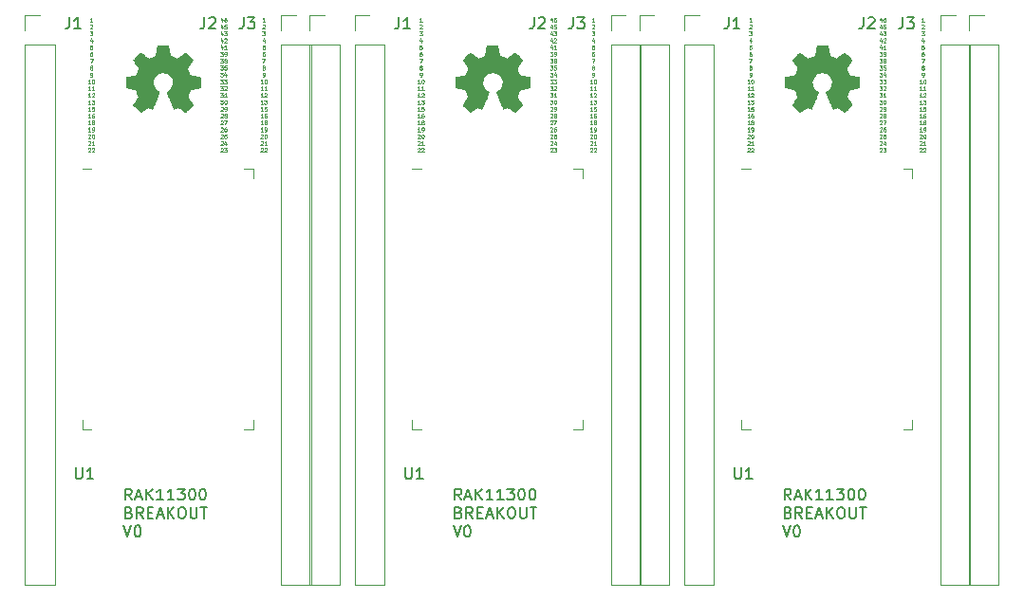
<source format=gbr>
G04 #@! TF.GenerationSoftware,KiCad,Pcbnew,5.1.5+dfsg1-2build2*
G04 #@! TF.CreationDate,2022-03-02T19:41:26-05:00*
G04 #@! TF.ProjectId,,58585858-5858-4585-9858-585858585858,rev?*
G04 #@! TF.SameCoordinates,Original*
G04 #@! TF.FileFunction,Legend,Top*
G04 #@! TF.FilePolarity,Positive*
%FSLAX46Y46*%
G04 Gerber Fmt 4.6, Leading zero omitted, Abs format (unit mm)*
G04 Created by KiCad (PCBNEW 5.1.5+dfsg1-2build2) date 2022-03-02 19:41:26*
%MOMM*%
%LPD*%
G04 APERTURE LIST*
%ADD10C,0.150000*%
%ADD11C,0.087500*%
%ADD12C,0.120000*%
%ADD13C,0.010000*%
G04 APERTURE END LIST*
D10*
X135622543Y-73422500D02*
X135289210Y-72946310D01*
X135051115Y-73422500D02*
X135051115Y-72422500D01*
X135432067Y-72422500D01*
X135527305Y-72470120D01*
X135574924Y-72517739D01*
X135622543Y-72612977D01*
X135622543Y-72755834D01*
X135574924Y-72851072D01*
X135527305Y-72898691D01*
X135432067Y-72946310D01*
X135051115Y-72946310D01*
X136003496Y-73136786D02*
X136479686Y-73136786D01*
X135908258Y-73422500D02*
X136241591Y-72422500D01*
X136574924Y-73422500D01*
X136908258Y-73422500D02*
X136908258Y-72422500D01*
X137479686Y-73422500D02*
X137051115Y-72851072D01*
X137479686Y-72422500D02*
X136908258Y-72993929D01*
X138432067Y-73422500D02*
X137860639Y-73422500D01*
X138146353Y-73422500D02*
X138146353Y-72422500D01*
X138051115Y-72565358D01*
X137955877Y-72660596D01*
X137860639Y-72708215D01*
X139384448Y-73422500D02*
X138813020Y-73422500D01*
X139098734Y-73422500D02*
X139098734Y-72422500D01*
X139003496Y-72565358D01*
X138908258Y-72660596D01*
X138813020Y-72708215D01*
X139717781Y-72422500D02*
X140336829Y-72422500D01*
X140003496Y-72803453D01*
X140146353Y-72803453D01*
X140241591Y-72851072D01*
X140289210Y-72898691D01*
X140336829Y-72993929D01*
X140336829Y-73232024D01*
X140289210Y-73327262D01*
X140241591Y-73374881D01*
X140146353Y-73422500D01*
X139860639Y-73422500D01*
X139765400Y-73374881D01*
X139717781Y-73327262D01*
X140955877Y-72422500D02*
X141051115Y-72422500D01*
X141146353Y-72470120D01*
X141193972Y-72517739D01*
X141241591Y-72612977D01*
X141289210Y-72803453D01*
X141289210Y-73041548D01*
X141241591Y-73232024D01*
X141193972Y-73327262D01*
X141146353Y-73374881D01*
X141051115Y-73422500D01*
X140955877Y-73422500D01*
X140860639Y-73374881D01*
X140813020Y-73327262D01*
X140765400Y-73232024D01*
X140717781Y-73041548D01*
X140717781Y-72803453D01*
X140765400Y-72612977D01*
X140813020Y-72517739D01*
X140860639Y-72470120D01*
X140955877Y-72422500D01*
X141908258Y-72422500D02*
X142003496Y-72422500D01*
X142098734Y-72470120D01*
X142146353Y-72517739D01*
X142193972Y-72612977D01*
X142241591Y-72803453D01*
X142241591Y-73041548D01*
X142193972Y-73232024D01*
X142146353Y-73327262D01*
X142098734Y-73374881D01*
X142003496Y-73422500D01*
X141908258Y-73422500D01*
X141813020Y-73374881D01*
X141765400Y-73327262D01*
X141717781Y-73232024D01*
X141670162Y-73041548D01*
X141670162Y-72803453D01*
X141717781Y-72612977D01*
X141765400Y-72517739D01*
X141813020Y-72470120D01*
X141908258Y-72422500D01*
X135384448Y-74548691D02*
X135527305Y-74596310D01*
X135574924Y-74643929D01*
X135622543Y-74739167D01*
X135622543Y-74882024D01*
X135574924Y-74977262D01*
X135527305Y-75024881D01*
X135432067Y-75072500D01*
X135051115Y-75072500D01*
X135051115Y-74072500D01*
X135384448Y-74072500D01*
X135479686Y-74120120D01*
X135527305Y-74167739D01*
X135574924Y-74262977D01*
X135574924Y-74358215D01*
X135527305Y-74453453D01*
X135479686Y-74501072D01*
X135384448Y-74548691D01*
X135051115Y-74548691D01*
X136622543Y-75072500D02*
X136289210Y-74596310D01*
X136051115Y-75072500D02*
X136051115Y-74072500D01*
X136432067Y-74072500D01*
X136527305Y-74120120D01*
X136574924Y-74167739D01*
X136622543Y-74262977D01*
X136622543Y-74405834D01*
X136574924Y-74501072D01*
X136527305Y-74548691D01*
X136432067Y-74596310D01*
X136051115Y-74596310D01*
X137051115Y-74548691D02*
X137384448Y-74548691D01*
X137527305Y-75072500D02*
X137051115Y-75072500D01*
X137051115Y-74072500D01*
X137527305Y-74072500D01*
X137908258Y-74786786D02*
X138384448Y-74786786D01*
X137813020Y-75072500D02*
X138146353Y-74072500D01*
X138479686Y-75072500D01*
X138813020Y-75072500D02*
X138813020Y-74072500D01*
X139384448Y-75072500D02*
X138955877Y-74501072D01*
X139384448Y-74072500D02*
X138813020Y-74643929D01*
X140003496Y-74072500D02*
X140193972Y-74072500D01*
X140289210Y-74120120D01*
X140384448Y-74215358D01*
X140432067Y-74405834D01*
X140432067Y-74739167D01*
X140384448Y-74929643D01*
X140289210Y-75024881D01*
X140193972Y-75072500D01*
X140003496Y-75072500D01*
X139908258Y-75024881D01*
X139813020Y-74929643D01*
X139765400Y-74739167D01*
X139765400Y-74405834D01*
X139813020Y-74215358D01*
X139908258Y-74120120D01*
X140003496Y-74072500D01*
X140860639Y-74072500D02*
X140860639Y-74882024D01*
X140908258Y-74977262D01*
X140955877Y-75024881D01*
X141051115Y-75072500D01*
X141241591Y-75072500D01*
X141336829Y-75024881D01*
X141384448Y-74977262D01*
X141432067Y-74882024D01*
X141432067Y-74072500D01*
X141765400Y-74072500D02*
X142336829Y-74072500D01*
X142051115Y-75072500D02*
X142051115Y-74072500D01*
X134908258Y-75722500D02*
X135241591Y-76722500D01*
X135574924Y-75722500D01*
X136098734Y-75722500D02*
X136193972Y-75722500D01*
X136289210Y-75770120D01*
X136336829Y-75817739D01*
X136384448Y-75912977D01*
X136432067Y-76103453D01*
X136432067Y-76341548D01*
X136384448Y-76532024D01*
X136336829Y-76627262D01*
X136289210Y-76674881D01*
X136193972Y-76722500D01*
X136098734Y-76722500D01*
X136003496Y-76674881D01*
X135955877Y-76627262D01*
X135908258Y-76532024D01*
X135860639Y-76341548D01*
X135860639Y-76103453D01*
X135908258Y-75912977D01*
X135955877Y-75817739D01*
X136003496Y-75770120D01*
X136098734Y-75722500D01*
X106222543Y-73422500D02*
X105889210Y-72946310D01*
X105651115Y-73422500D02*
X105651115Y-72422500D01*
X106032067Y-72422500D01*
X106127305Y-72470120D01*
X106174924Y-72517739D01*
X106222543Y-72612977D01*
X106222543Y-72755834D01*
X106174924Y-72851072D01*
X106127305Y-72898691D01*
X106032067Y-72946310D01*
X105651115Y-72946310D01*
X106603496Y-73136786D02*
X107079686Y-73136786D01*
X106508258Y-73422500D02*
X106841591Y-72422500D01*
X107174924Y-73422500D01*
X107508258Y-73422500D02*
X107508258Y-72422500D01*
X108079686Y-73422500D02*
X107651115Y-72851072D01*
X108079686Y-72422500D02*
X107508258Y-72993929D01*
X109032067Y-73422500D02*
X108460639Y-73422500D01*
X108746353Y-73422500D02*
X108746353Y-72422500D01*
X108651115Y-72565358D01*
X108555877Y-72660596D01*
X108460639Y-72708215D01*
X109984448Y-73422500D02*
X109413020Y-73422500D01*
X109698734Y-73422500D02*
X109698734Y-72422500D01*
X109603496Y-72565358D01*
X109508258Y-72660596D01*
X109413020Y-72708215D01*
X110317781Y-72422500D02*
X110936829Y-72422500D01*
X110603496Y-72803453D01*
X110746353Y-72803453D01*
X110841591Y-72851072D01*
X110889210Y-72898691D01*
X110936829Y-72993929D01*
X110936829Y-73232024D01*
X110889210Y-73327262D01*
X110841591Y-73374881D01*
X110746353Y-73422500D01*
X110460639Y-73422500D01*
X110365400Y-73374881D01*
X110317781Y-73327262D01*
X111555877Y-72422500D02*
X111651115Y-72422500D01*
X111746353Y-72470120D01*
X111793972Y-72517739D01*
X111841591Y-72612977D01*
X111889210Y-72803453D01*
X111889210Y-73041548D01*
X111841591Y-73232024D01*
X111793972Y-73327262D01*
X111746353Y-73374881D01*
X111651115Y-73422500D01*
X111555877Y-73422500D01*
X111460639Y-73374881D01*
X111413020Y-73327262D01*
X111365400Y-73232024D01*
X111317781Y-73041548D01*
X111317781Y-72803453D01*
X111365400Y-72612977D01*
X111413020Y-72517739D01*
X111460639Y-72470120D01*
X111555877Y-72422500D01*
X112508258Y-72422500D02*
X112603496Y-72422500D01*
X112698734Y-72470120D01*
X112746353Y-72517739D01*
X112793972Y-72612977D01*
X112841591Y-72803453D01*
X112841591Y-73041548D01*
X112793972Y-73232024D01*
X112746353Y-73327262D01*
X112698734Y-73374881D01*
X112603496Y-73422500D01*
X112508258Y-73422500D01*
X112413020Y-73374881D01*
X112365400Y-73327262D01*
X112317781Y-73232024D01*
X112270162Y-73041548D01*
X112270162Y-72803453D01*
X112317781Y-72612977D01*
X112365400Y-72517739D01*
X112413020Y-72470120D01*
X112508258Y-72422500D01*
X105984448Y-74548691D02*
X106127305Y-74596310D01*
X106174924Y-74643929D01*
X106222543Y-74739167D01*
X106222543Y-74882024D01*
X106174924Y-74977262D01*
X106127305Y-75024881D01*
X106032067Y-75072500D01*
X105651115Y-75072500D01*
X105651115Y-74072500D01*
X105984448Y-74072500D01*
X106079686Y-74120120D01*
X106127305Y-74167739D01*
X106174924Y-74262977D01*
X106174924Y-74358215D01*
X106127305Y-74453453D01*
X106079686Y-74501072D01*
X105984448Y-74548691D01*
X105651115Y-74548691D01*
X107222543Y-75072500D02*
X106889210Y-74596310D01*
X106651115Y-75072500D02*
X106651115Y-74072500D01*
X107032067Y-74072500D01*
X107127305Y-74120120D01*
X107174924Y-74167739D01*
X107222543Y-74262977D01*
X107222543Y-74405834D01*
X107174924Y-74501072D01*
X107127305Y-74548691D01*
X107032067Y-74596310D01*
X106651115Y-74596310D01*
X107651115Y-74548691D02*
X107984448Y-74548691D01*
X108127305Y-75072500D02*
X107651115Y-75072500D01*
X107651115Y-74072500D01*
X108127305Y-74072500D01*
X108508258Y-74786786D02*
X108984448Y-74786786D01*
X108413020Y-75072500D02*
X108746353Y-74072500D01*
X109079686Y-75072500D01*
X109413020Y-75072500D02*
X109413020Y-74072500D01*
X109984448Y-75072500D02*
X109555877Y-74501072D01*
X109984448Y-74072500D02*
X109413020Y-74643929D01*
X110603496Y-74072500D02*
X110793972Y-74072500D01*
X110889210Y-74120120D01*
X110984448Y-74215358D01*
X111032067Y-74405834D01*
X111032067Y-74739167D01*
X110984448Y-74929643D01*
X110889210Y-75024881D01*
X110793972Y-75072500D01*
X110603496Y-75072500D01*
X110508258Y-75024881D01*
X110413020Y-74929643D01*
X110365400Y-74739167D01*
X110365400Y-74405834D01*
X110413020Y-74215358D01*
X110508258Y-74120120D01*
X110603496Y-74072500D01*
X111460639Y-74072500D02*
X111460639Y-74882024D01*
X111508258Y-74977262D01*
X111555877Y-75024881D01*
X111651115Y-75072500D01*
X111841591Y-75072500D01*
X111936829Y-75024881D01*
X111984448Y-74977262D01*
X112032067Y-74882024D01*
X112032067Y-74072500D01*
X112365400Y-74072500D02*
X112936829Y-74072500D01*
X112651115Y-75072500D02*
X112651115Y-74072500D01*
X105508258Y-75722500D02*
X105841591Y-76722500D01*
X106174924Y-75722500D01*
X106698734Y-75722500D02*
X106793972Y-75722500D01*
X106889210Y-75770120D01*
X106936829Y-75817739D01*
X106984448Y-75912977D01*
X107032067Y-76103453D01*
X107032067Y-76341548D01*
X106984448Y-76532024D01*
X106936829Y-76627262D01*
X106889210Y-76674881D01*
X106793972Y-76722500D01*
X106698734Y-76722500D01*
X106603496Y-76674881D01*
X106555877Y-76627262D01*
X106508258Y-76532024D01*
X106460639Y-76341548D01*
X106460639Y-76103453D01*
X106508258Y-75912977D01*
X106555877Y-75817739D01*
X106603496Y-75770120D01*
X106698734Y-75722500D01*
D11*
X147490120Y-30712903D02*
X147290120Y-30712903D01*
X147390120Y-30712903D02*
X147390120Y-30362903D01*
X147356786Y-30412903D01*
X147323453Y-30446236D01*
X147290120Y-30462903D01*
X147290120Y-31008736D02*
X147306786Y-30992070D01*
X147340120Y-30975403D01*
X147423453Y-30975403D01*
X147456786Y-30992070D01*
X147473453Y-31008736D01*
X147490120Y-31042070D01*
X147490120Y-31075403D01*
X147473453Y-31125403D01*
X147273453Y-31325403D01*
X147490120Y-31325403D01*
X147273453Y-31587903D02*
X147490120Y-31587903D01*
X147373453Y-31721236D01*
X147423453Y-31721236D01*
X147456786Y-31737903D01*
X147473453Y-31754570D01*
X147490120Y-31787903D01*
X147490120Y-31871236D01*
X147473453Y-31904570D01*
X147456786Y-31921236D01*
X147423453Y-31937903D01*
X147323453Y-31937903D01*
X147290120Y-31921236D01*
X147273453Y-31904570D01*
X147456786Y-32317070D02*
X147456786Y-32550403D01*
X147373453Y-32183736D02*
X147290120Y-32433736D01*
X147506786Y-32433736D01*
X147473453Y-32812903D02*
X147306786Y-32812903D01*
X147290120Y-32979570D01*
X147306786Y-32962903D01*
X147340120Y-32946236D01*
X147423453Y-32946236D01*
X147456786Y-32962903D01*
X147473453Y-32979570D01*
X147490120Y-33012903D01*
X147490120Y-33096236D01*
X147473453Y-33129570D01*
X147456786Y-33146236D01*
X147423453Y-33162903D01*
X147340120Y-33162903D01*
X147306786Y-33146236D01*
X147290120Y-33129570D01*
X147456786Y-33425403D02*
X147390120Y-33425403D01*
X147356786Y-33442070D01*
X147340120Y-33458736D01*
X147306786Y-33508736D01*
X147290120Y-33575403D01*
X147290120Y-33708736D01*
X147306786Y-33742070D01*
X147323453Y-33758736D01*
X147356786Y-33775403D01*
X147423453Y-33775403D01*
X147456786Y-33758736D01*
X147473453Y-33742070D01*
X147490120Y-33708736D01*
X147490120Y-33625403D01*
X147473453Y-33592070D01*
X147456786Y-33575403D01*
X147423453Y-33558736D01*
X147356786Y-33558736D01*
X147323453Y-33575403D01*
X147306786Y-33592070D01*
X147290120Y-33625403D01*
X147273453Y-34037903D02*
X147506786Y-34037903D01*
X147356786Y-34387903D01*
X147356786Y-34800403D02*
X147323453Y-34783736D01*
X147306786Y-34767070D01*
X147290120Y-34733736D01*
X147290120Y-34717070D01*
X147306786Y-34683736D01*
X147323453Y-34667070D01*
X147356786Y-34650403D01*
X147423453Y-34650403D01*
X147456786Y-34667070D01*
X147473453Y-34683736D01*
X147490120Y-34717070D01*
X147490120Y-34733736D01*
X147473453Y-34767070D01*
X147456786Y-34783736D01*
X147423453Y-34800403D01*
X147356786Y-34800403D01*
X147323453Y-34817070D01*
X147306786Y-34833736D01*
X147290120Y-34867070D01*
X147290120Y-34933736D01*
X147306786Y-34967070D01*
X147323453Y-34983736D01*
X147356786Y-35000403D01*
X147423453Y-35000403D01*
X147456786Y-34983736D01*
X147473453Y-34967070D01*
X147490120Y-34933736D01*
X147490120Y-34867070D01*
X147473453Y-34833736D01*
X147456786Y-34817070D01*
X147423453Y-34800403D01*
X147323453Y-35612903D02*
X147390120Y-35612903D01*
X147423453Y-35596236D01*
X147440120Y-35579570D01*
X147473453Y-35529570D01*
X147490120Y-35462903D01*
X147490120Y-35329570D01*
X147473453Y-35296236D01*
X147456786Y-35279570D01*
X147423453Y-35262903D01*
X147356786Y-35262903D01*
X147323453Y-35279570D01*
X147306786Y-35296236D01*
X147290120Y-35329570D01*
X147290120Y-35412903D01*
X147306786Y-35446236D01*
X147323453Y-35462903D01*
X147356786Y-35479570D01*
X147423453Y-35479570D01*
X147456786Y-35462903D01*
X147473453Y-35446236D01*
X147490120Y-35412903D01*
X147323453Y-36225403D02*
X147123453Y-36225403D01*
X147223453Y-36225403D02*
X147223453Y-35875403D01*
X147190120Y-35925403D01*
X147156786Y-35958736D01*
X147123453Y-35975403D01*
X147540120Y-35875403D02*
X147573453Y-35875403D01*
X147606786Y-35892070D01*
X147623453Y-35908736D01*
X147640120Y-35942070D01*
X147656786Y-36008736D01*
X147656786Y-36092070D01*
X147640120Y-36158736D01*
X147623453Y-36192070D01*
X147606786Y-36208736D01*
X147573453Y-36225403D01*
X147540120Y-36225403D01*
X147506786Y-36208736D01*
X147490120Y-36192070D01*
X147473453Y-36158736D01*
X147456786Y-36092070D01*
X147456786Y-36008736D01*
X147473453Y-35942070D01*
X147490120Y-35908736D01*
X147506786Y-35892070D01*
X147540120Y-35875403D01*
X147323453Y-36837903D02*
X147123453Y-36837903D01*
X147223453Y-36837903D02*
X147223453Y-36487903D01*
X147190120Y-36537903D01*
X147156786Y-36571236D01*
X147123453Y-36587903D01*
X147656786Y-36837903D02*
X147456786Y-36837903D01*
X147556786Y-36837903D02*
X147556786Y-36487903D01*
X147523453Y-36537903D01*
X147490120Y-36571236D01*
X147456786Y-36587903D01*
X147323453Y-37450403D02*
X147123453Y-37450403D01*
X147223453Y-37450403D02*
X147223453Y-37100403D01*
X147190120Y-37150403D01*
X147156786Y-37183736D01*
X147123453Y-37200403D01*
X147456786Y-37133736D02*
X147473453Y-37117070D01*
X147506786Y-37100403D01*
X147590120Y-37100403D01*
X147623453Y-37117070D01*
X147640120Y-37133736D01*
X147656786Y-37167070D01*
X147656786Y-37200403D01*
X147640120Y-37250403D01*
X147440120Y-37450403D01*
X147656786Y-37450403D01*
X147323453Y-38062903D02*
X147123453Y-38062903D01*
X147223453Y-38062903D02*
X147223453Y-37712903D01*
X147190120Y-37762903D01*
X147156786Y-37796236D01*
X147123453Y-37812903D01*
X147440120Y-37712903D02*
X147656786Y-37712903D01*
X147540120Y-37846236D01*
X147590120Y-37846236D01*
X147623453Y-37862903D01*
X147640120Y-37879570D01*
X147656786Y-37912903D01*
X147656786Y-37996236D01*
X147640120Y-38029570D01*
X147623453Y-38046236D01*
X147590120Y-38062903D01*
X147490120Y-38062903D01*
X147456786Y-38046236D01*
X147440120Y-38029570D01*
X147323453Y-38675403D02*
X147123453Y-38675403D01*
X147223453Y-38675403D02*
X147223453Y-38325403D01*
X147190120Y-38375403D01*
X147156786Y-38408736D01*
X147123453Y-38425403D01*
X147640120Y-38325403D02*
X147473453Y-38325403D01*
X147456786Y-38492070D01*
X147473453Y-38475403D01*
X147506786Y-38458736D01*
X147590120Y-38458736D01*
X147623453Y-38475403D01*
X147640120Y-38492070D01*
X147656786Y-38525403D01*
X147656786Y-38608736D01*
X147640120Y-38642070D01*
X147623453Y-38658736D01*
X147590120Y-38675403D01*
X147506786Y-38675403D01*
X147473453Y-38658736D01*
X147456786Y-38642070D01*
X147323453Y-39287903D02*
X147123453Y-39287903D01*
X147223453Y-39287903D02*
X147223453Y-38937903D01*
X147190120Y-38987903D01*
X147156786Y-39021236D01*
X147123453Y-39037903D01*
X147623453Y-38937903D02*
X147556786Y-38937903D01*
X147523453Y-38954570D01*
X147506786Y-38971236D01*
X147473453Y-39021236D01*
X147456786Y-39087903D01*
X147456786Y-39221236D01*
X147473453Y-39254570D01*
X147490120Y-39271236D01*
X147523453Y-39287903D01*
X147590120Y-39287903D01*
X147623453Y-39271236D01*
X147640120Y-39254570D01*
X147656786Y-39221236D01*
X147656786Y-39137903D01*
X147640120Y-39104570D01*
X147623453Y-39087903D01*
X147590120Y-39071236D01*
X147523453Y-39071236D01*
X147490120Y-39087903D01*
X147473453Y-39104570D01*
X147456786Y-39137903D01*
X147323453Y-39900403D02*
X147123453Y-39900403D01*
X147223453Y-39900403D02*
X147223453Y-39550403D01*
X147190120Y-39600403D01*
X147156786Y-39633736D01*
X147123453Y-39650403D01*
X147523453Y-39700403D02*
X147490120Y-39683736D01*
X147473453Y-39667070D01*
X147456786Y-39633736D01*
X147456786Y-39617070D01*
X147473453Y-39583736D01*
X147490120Y-39567070D01*
X147523453Y-39550403D01*
X147590120Y-39550403D01*
X147623453Y-39567070D01*
X147640120Y-39583736D01*
X147656786Y-39617070D01*
X147656786Y-39633736D01*
X147640120Y-39667070D01*
X147623453Y-39683736D01*
X147590120Y-39700403D01*
X147523453Y-39700403D01*
X147490120Y-39717070D01*
X147473453Y-39733736D01*
X147456786Y-39767070D01*
X147456786Y-39833736D01*
X147473453Y-39867070D01*
X147490120Y-39883736D01*
X147523453Y-39900403D01*
X147590120Y-39900403D01*
X147623453Y-39883736D01*
X147640120Y-39867070D01*
X147656786Y-39833736D01*
X147656786Y-39767070D01*
X147640120Y-39733736D01*
X147623453Y-39717070D01*
X147590120Y-39700403D01*
X147323453Y-40512903D02*
X147123453Y-40512903D01*
X147223453Y-40512903D02*
X147223453Y-40162903D01*
X147190120Y-40212903D01*
X147156786Y-40246236D01*
X147123453Y-40262903D01*
X147490120Y-40512903D02*
X147556786Y-40512903D01*
X147590120Y-40496236D01*
X147606786Y-40479570D01*
X147640120Y-40429570D01*
X147656786Y-40362903D01*
X147656786Y-40229570D01*
X147640120Y-40196236D01*
X147623453Y-40179570D01*
X147590120Y-40162903D01*
X147523453Y-40162903D01*
X147490120Y-40179570D01*
X147473453Y-40196236D01*
X147456786Y-40229570D01*
X147456786Y-40312903D01*
X147473453Y-40346236D01*
X147490120Y-40362903D01*
X147523453Y-40379570D01*
X147590120Y-40379570D01*
X147623453Y-40362903D01*
X147640120Y-40346236D01*
X147656786Y-40312903D01*
X147123453Y-40808736D02*
X147140120Y-40792070D01*
X147173453Y-40775403D01*
X147256786Y-40775403D01*
X147290120Y-40792070D01*
X147306786Y-40808736D01*
X147323453Y-40842070D01*
X147323453Y-40875403D01*
X147306786Y-40925403D01*
X147106786Y-41125403D01*
X147323453Y-41125403D01*
X147540120Y-40775403D02*
X147573453Y-40775403D01*
X147606786Y-40792070D01*
X147623453Y-40808736D01*
X147640120Y-40842070D01*
X147656786Y-40908736D01*
X147656786Y-40992070D01*
X147640120Y-41058736D01*
X147623453Y-41092070D01*
X147606786Y-41108736D01*
X147573453Y-41125403D01*
X147540120Y-41125403D01*
X147506786Y-41108736D01*
X147490120Y-41092070D01*
X147473453Y-41058736D01*
X147456786Y-40992070D01*
X147456786Y-40908736D01*
X147473453Y-40842070D01*
X147490120Y-40808736D01*
X147506786Y-40792070D01*
X147540120Y-40775403D01*
X147123453Y-41421236D02*
X147140120Y-41404570D01*
X147173453Y-41387903D01*
X147256786Y-41387903D01*
X147290120Y-41404570D01*
X147306786Y-41421236D01*
X147323453Y-41454570D01*
X147323453Y-41487903D01*
X147306786Y-41537903D01*
X147106786Y-41737903D01*
X147323453Y-41737903D01*
X147656786Y-41737903D02*
X147456786Y-41737903D01*
X147556786Y-41737903D02*
X147556786Y-41387903D01*
X147523453Y-41437903D01*
X147490120Y-41471236D01*
X147456786Y-41487903D01*
X147123453Y-42033736D02*
X147140120Y-42017070D01*
X147173453Y-42000403D01*
X147256786Y-42000403D01*
X147290120Y-42017070D01*
X147306786Y-42033736D01*
X147323453Y-42067070D01*
X147323453Y-42100403D01*
X147306786Y-42150403D01*
X147106786Y-42350403D01*
X147323453Y-42350403D01*
X147456786Y-42033736D02*
X147473453Y-42017070D01*
X147506786Y-42000403D01*
X147590120Y-42000403D01*
X147623453Y-42017070D01*
X147640120Y-42033736D01*
X147656786Y-42067070D01*
X147656786Y-42100403D01*
X147640120Y-42150403D01*
X147440120Y-42350403D01*
X147656786Y-42350403D01*
X118090120Y-30712903D02*
X117890120Y-30712903D01*
X117990120Y-30712903D02*
X117990120Y-30362903D01*
X117956786Y-30412903D01*
X117923453Y-30446236D01*
X117890120Y-30462903D01*
X117890120Y-31008736D02*
X117906786Y-30992070D01*
X117940120Y-30975403D01*
X118023453Y-30975403D01*
X118056786Y-30992070D01*
X118073453Y-31008736D01*
X118090120Y-31042070D01*
X118090120Y-31075403D01*
X118073453Y-31125403D01*
X117873453Y-31325403D01*
X118090120Y-31325403D01*
X117873453Y-31587903D02*
X118090120Y-31587903D01*
X117973453Y-31721236D01*
X118023453Y-31721236D01*
X118056786Y-31737903D01*
X118073453Y-31754570D01*
X118090120Y-31787903D01*
X118090120Y-31871236D01*
X118073453Y-31904570D01*
X118056786Y-31921236D01*
X118023453Y-31937903D01*
X117923453Y-31937903D01*
X117890120Y-31921236D01*
X117873453Y-31904570D01*
X118056786Y-32317070D02*
X118056786Y-32550403D01*
X117973453Y-32183736D02*
X117890120Y-32433736D01*
X118106786Y-32433736D01*
X118073453Y-32812903D02*
X117906786Y-32812903D01*
X117890120Y-32979570D01*
X117906786Y-32962903D01*
X117940120Y-32946236D01*
X118023453Y-32946236D01*
X118056786Y-32962903D01*
X118073453Y-32979570D01*
X118090120Y-33012903D01*
X118090120Y-33096236D01*
X118073453Y-33129570D01*
X118056786Y-33146236D01*
X118023453Y-33162903D01*
X117940120Y-33162903D01*
X117906786Y-33146236D01*
X117890120Y-33129570D01*
X118056786Y-33425403D02*
X117990120Y-33425403D01*
X117956786Y-33442070D01*
X117940120Y-33458736D01*
X117906786Y-33508736D01*
X117890120Y-33575403D01*
X117890120Y-33708736D01*
X117906786Y-33742070D01*
X117923453Y-33758736D01*
X117956786Y-33775403D01*
X118023453Y-33775403D01*
X118056786Y-33758736D01*
X118073453Y-33742070D01*
X118090120Y-33708736D01*
X118090120Y-33625403D01*
X118073453Y-33592070D01*
X118056786Y-33575403D01*
X118023453Y-33558736D01*
X117956786Y-33558736D01*
X117923453Y-33575403D01*
X117906786Y-33592070D01*
X117890120Y-33625403D01*
X117873453Y-34037903D02*
X118106786Y-34037903D01*
X117956786Y-34387903D01*
X117956786Y-34800403D02*
X117923453Y-34783736D01*
X117906786Y-34767070D01*
X117890120Y-34733736D01*
X117890120Y-34717070D01*
X117906786Y-34683736D01*
X117923453Y-34667070D01*
X117956786Y-34650403D01*
X118023453Y-34650403D01*
X118056786Y-34667070D01*
X118073453Y-34683736D01*
X118090120Y-34717070D01*
X118090120Y-34733736D01*
X118073453Y-34767070D01*
X118056786Y-34783736D01*
X118023453Y-34800403D01*
X117956786Y-34800403D01*
X117923453Y-34817070D01*
X117906786Y-34833736D01*
X117890120Y-34867070D01*
X117890120Y-34933736D01*
X117906786Y-34967070D01*
X117923453Y-34983736D01*
X117956786Y-35000403D01*
X118023453Y-35000403D01*
X118056786Y-34983736D01*
X118073453Y-34967070D01*
X118090120Y-34933736D01*
X118090120Y-34867070D01*
X118073453Y-34833736D01*
X118056786Y-34817070D01*
X118023453Y-34800403D01*
X117923453Y-35612903D02*
X117990120Y-35612903D01*
X118023453Y-35596236D01*
X118040120Y-35579570D01*
X118073453Y-35529570D01*
X118090120Y-35462903D01*
X118090120Y-35329570D01*
X118073453Y-35296236D01*
X118056786Y-35279570D01*
X118023453Y-35262903D01*
X117956786Y-35262903D01*
X117923453Y-35279570D01*
X117906786Y-35296236D01*
X117890120Y-35329570D01*
X117890120Y-35412903D01*
X117906786Y-35446236D01*
X117923453Y-35462903D01*
X117956786Y-35479570D01*
X118023453Y-35479570D01*
X118056786Y-35462903D01*
X118073453Y-35446236D01*
X118090120Y-35412903D01*
X117923453Y-36225403D02*
X117723453Y-36225403D01*
X117823453Y-36225403D02*
X117823453Y-35875403D01*
X117790120Y-35925403D01*
X117756786Y-35958736D01*
X117723453Y-35975403D01*
X118140120Y-35875403D02*
X118173453Y-35875403D01*
X118206786Y-35892070D01*
X118223453Y-35908736D01*
X118240120Y-35942070D01*
X118256786Y-36008736D01*
X118256786Y-36092070D01*
X118240120Y-36158736D01*
X118223453Y-36192070D01*
X118206786Y-36208736D01*
X118173453Y-36225403D01*
X118140120Y-36225403D01*
X118106786Y-36208736D01*
X118090120Y-36192070D01*
X118073453Y-36158736D01*
X118056786Y-36092070D01*
X118056786Y-36008736D01*
X118073453Y-35942070D01*
X118090120Y-35908736D01*
X118106786Y-35892070D01*
X118140120Y-35875403D01*
X117923453Y-36837903D02*
X117723453Y-36837903D01*
X117823453Y-36837903D02*
X117823453Y-36487903D01*
X117790120Y-36537903D01*
X117756786Y-36571236D01*
X117723453Y-36587903D01*
X118256786Y-36837903D02*
X118056786Y-36837903D01*
X118156786Y-36837903D02*
X118156786Y-36487903D01*
X118123453Y-36537903D01*
X118090120Y-36571236D01*
X118056786Y-36587903D01*
X117923453Y-37450403D02*
X117723453Y-37450403D01*
X117823453Y-37450403D02*
X117823453Y-37100403D01*
X117790120Y-37150403D01*
X117756786Y-37183736D01*
X117723453Y-37200403D01*
X118056786Y-37133736D02*
X118073453Y-37117070D01*
X118106786Y-37100403D01*
X118190120Y-37100403D01*
X118223453Y-37117070D01*
X118240120Y-37133736D01*
X118256786Y-37167070D01*
X118256786Y-37200403D01*
X118240120Y-37250403D01*
X118040120Y-37450403D01*
X118256786Y-37450403D01*
X117923453Y-38062903D02*
X117723453Y-38062903D01*
X117823453Y-38062903D02*
X117823453Y-37712903D01*
X117790120Y-37762903D01*
X117756786Y-37796236D01*
X117723453Y-37812903D01*
X118040120Y-37712903D02*
X118256786Y-37712903D01*
X118140120Y-37846236D01*
X118190120Y-37846236D01*
X118223453Y-37862903D01*
X118240120Y-37879570D01*
X118256786Y-37912903D01*
X118256786Y-37996236D01*
X118240120Y-38029570D01*
X118223453Y-38046236D01*
X118190120Y-38062903D01*
X118090120Y-38062903D01*
X118056786Y-38046236D01*
X118040120Y-38029570D01*
X117923453Y-38675403D02*
X117723453Y-38675403D01*
X117823453Y-38675403D02*
X117823453Y-38325403D01*
X117790120Y-38375403D01*
X117756786Y-38408736D01*
X117723453Y-38425403D01*
X118240120Y-38325403D02*
X118073453Y-38325403D01*
X118056786Y-38492070D01*
X118073453Y-38475403D01*
X118106786Y-38458736D01*
X118190120Y-38458736D01*
X118223453Y-38475403D01*
X118240120Y-38492070D01*
X118256786Y-38525403D01*
X118256786Y-38608736D01*
X118240120Y-38642070D01*
X118223453Y-38658736D01*
X118190120Y-38675403D01*
X118106786Y-38675403D01*
X118073453Y-38658736D01*
X118056786Y-38642070D01*
X117923453Y-39287903D02*
X117723453Y-39287903D01*
X117823453Y-39287903D02*
X117823453Y-38937903D01*
X117790120Y-38987903D01*
X117756786Y-39021236D01*
X117723453Y-39037903D01*
X118223453Y-38937903D02*
X118156786Y-38937903D01*
X118123453Y-38954570D01*
X118106786Y-38971236D01*
X118073453Y-39021236D01*
X118056786Y-39087903D01*
X118056786Y-39221236D01*
X118073453Y-39254570D01*
X118090120Y-39271236D01*
X118123453Y-39287903D01*
X118190120Y-39287903D01*
X118223453Y-39271236D01*
X118240120Y-39254570D01*
X118256786Y-39221236D01*
X118256786Y-39137903D01*
X118240120Y-39104570D01*
X118223453Y-39087903D01*
X118190120Y-39071236D01*
X118123453Y-39071236D01*
X118090120Y-39087903D01*
X118073453Y-39104570D01*
X118056786Y-39137903D01*
X117923453Y-39900403D02*
X117723453Y-39900403D01*
X117823453Y-39900403D02*
X117823453Y-39550403D01*
X117790120Y-39600403D01*
X117756786Y-39633736D01*
X117723453Y-39650403D01*
X118123453Y-39700403D02*
X118090120Y-39683736D01*
X118073453Y-39667070D01*
X118056786Y-39633736D01*
X118056786Y-39617070D01*
X118073453Y-39583736D01*
X118090120Y-39567070D01*
X118123453Y-39550403D01*
X118190120Y-39550403D01*
X118223453Y-39567070D01*
X118240120Y-39583736D01*
X118256786Y-39617070D01*
X118256786Y-39633736D01*
X118240120Y-39667070D01*
X118223453Y-39683736D01*
X118190120Y-39700403D01*
X118123453Y-39700403D01*
X118090120Y-39717070D01*
X118073453Y-39733736D01*
X118056786Y-39767070D01*
X118056786Y-39833736D01*
X118073453Y-39867070D01*
X118090120Y-39883736D01*
X118123453Y-39900403D01*
X118190120Y-39900403D01*
X118223453Y-39883736D01*
X118240120Y-39867070D01*
X118256786Y-39833736D01*
X118256786Y-39767070D01*
X118240120Y-39733736D01*
X118223453Y-39717070D01*
X118190120Y-39700403D01*
X117923453Y-40512903D02*
X117723453Y-40512903D01*
X117823453Y-40512903D02*
X117823453Y-40162903D01*
X117790120Y-40212903D01*
X117756786Y-40246236D01*
X117723453Y-40262903D01*
X118090120Y-40512903D02*
X118156786Y-40512903D01*
X118190120Y-40496236D01*
X118206786Y-40479570D01*
X118240120Y-40429570D01*
X118256786Y-40362903D01*
X118256786Y-40229570D01*
X118240120Y-40196236D01*
X118223453Y-40179570D01*
X118190120Y-40162903D01*
X118123453Y-40162903D01*
X118090120Y-40179570D01*
X118073453Y-40196236D01*
X118056786Y-40229570D01*
X118056786Y-40312903D01*
X118073453Y-40346236D01*
X118090120Y-40362903D01*
X118123453Y-40379570D01*
X118190120Y-40379570D01*
X118223453Y-40362903D01*
X118240120Y-40346236D01*
X118256786Y-40312903D01*
X117723453Y-40808736D02*
X117740120Y-40792070D01*
X117773453Y-40775403D01*
X117856786Y-40775403D01*
X117890120Y-40792070D01*
X117906786Y-40808736D01*
X117923453Y-40842070D01*
X117923453Y-40875403D01*
X117906786Y-40925403D01*
X117706786Y-41125403D01*
X117923453Y-41125403D01*
X118140120Y-40775403D02*
X118173453Y-40775403D01*
X118206786Y-40792070D01*
X118223453Y-40808736D01*
X118240120Y-40842070D01*
X118256786Y-40908736D01*
X118256786Y-40992070D01*
X118240120Y-41058736D01*
X118223453Y-41092070D01*
X118206786Y-41108736D01*
X118173453Y-41125403D01*
X118140120Y-41125403D01*
X118106786Y-41108736D01*
X118090120Y-41092070D01*
X118073453Y-41058736D01*
X118056786Y-40992070D01*
X118056786Y-40908736D01*
X118073453Y-40842070D01*
X118090120Y-40808736D01*
X118106786Y-40792070D01*
X118140120Y-40775403D01*
X117723453Y-41421236D02*
X117740120Y-41404570D01*
X117773453Y-41387903D01*
X117856786Y-41387903D01*
X117890120Y-41404570D01*
X117906786Y-41421236D01*
X117923453Y-41454570D01*
X117923453Y-41487903D01*
X117906786Y-41537903D01*
X117706786Y-41737903D01*
X117923453Y-41737903D01*
X118256786Y-41737903D02*
X118056786Y-41737903D01*
X118156786Y-41737903D02*
X118156786Y-41387903D01*
X118123453Y-41437903D01*
X118090120Y-41471236D01*
X118056786Y-41487903D01*
X117723453Y-42033736D02*
X117740120Y-42017070D01*
X117773453Y-42000403D01*
X117856786Y-42000403D01*
X117890120Y-42017070D01*
X117906786Y-42033736D01*
X117923453Y-42067070D01*
X117923453Y-42100403D01*
X117906786Y-42150403D01*
X117706786Y-42350403D01*
X117923453Y-42350403D01*
X118056786Y-42033736D02*
X118073453Y-42017070D01*
X118106786Y-42000403D01*
X118190120Y-42000403D01*
X118223453Y-42017070D01*
X118240120Y-42033736D01*
X118256786Y-42067070D01*
X118256786Y-42100403D01*
X118240120Y-42150403D01*
X118040120Y-42350403D01*
X118256786Y-42350403D01*
X143718880Y-30479570D02*
X143718880Y-30712903D01*
X143635546Y-30346236D02*
X143552213Y-30596236D01*
X143768880Y-30596236D01*
X144052213Y-30362903D02*
X143985546Y-30362903D01*
X143952213Y-30379570D01*
X143935546Y-30396236D01*
X143902213Y-30446236D01*
X143885546Y-30512903D01*
X143885546Y-30646236D01*
X143902213Y-30679570D01*
X143918880Y-30696236D01*
X143952213Y-30712903D01*
X144018880Y-30712903D01*
X144052213Y-30696236D01*
X144068880Y-30679570D01*
X144085546Y-30646236D01*
X144085546Y-30562903D01*
X144068880Y-30529570D01*
X144052213Y-30512903D01*
X144018880Y-30496236D01*
X143952213Y-30496236D01*
X143918880Y-30512903D01*
X143902213Y-30529570D01*
X143885546Y-30562903D01*
X143718880Y-31092070D02*
X143718880Y-31325403D01*
X143635546Y-30958736D02*
X143552213Y-31208736D01*
X143768880Y-31208736D01*
X144068880Y-30975403D02*
X143902213Y-30975403D01*
X143885546Y-31142070D01*
X143902213Y-31125403D01*
X143935546Y-31108736D01*
X144018880Y-31108736D01*
X144052213Y-31125403D01*
X144068880Y-31142070D01*
X144085546Y-31175403D01*
X144085546Y-31258736D01*
X144068880Y-31292070D01*
X144052213Y-31308736D01*
X144018880Y-31325403D01*
X143935546Y-31325403D01*
X143902213Y-31308736D01*
X143885546Y-31292070D01*
X143718880Y-31704570D02*
X143718880Y-31937903D01*
X143635546Y-31571236D02*
X143552213Y-31821236D01*
X143768880Y-31821236D01*
X143868880Y-31587903D02*
X144085546Y-31587903D01*
X143968880Y-31721236D01*
X144018880Y-31721236D01*
X144052213Y-31737903D01*
X144068880Y-31754570D01*
X144085546Y-31787903D01*
X144085546Y-31871236D01*
X144068880Y-31904570D01*
X144052213Y-31921236D01*
X144018880Y-31937903D01*
X143918880Y-31937903D01*
X143885546Y-31921236D01*
X143868880Y-31904570D01*
X143718880Y-32317070D02*
X143718880Y-32550403D01*
X143635546Y-32183736D02*
X143552213Y-32433736D01*
X143768880Y-32433736D01*
X143885546Y-32233736D02*
X143902213Y-32217070D01*
X143935546Y-32200403D01*
X144018880Y-32200403D01*
X144052213Y-32217070D01*
X144068880Y-32233736D01*
X144085546Y-32267070D01*
X144085546Y-32300403D01*
X144068880Y-32350403D01*
X143868880Y-32550403D01*
X144085546Y-32550403D01*
X143718880Y-32929570D02*
X143718880Y-33162903D01*
X143635546Y-32796236D02*
X143552213Y-33046236D01*
X143768880Y-33046236D01*
X144085546Y-33162903D02*
X143885546Y-33162903D01*
X143985546Y-33162903D02*
X143985546Y-32812903D01*
X143952213Y-32862903D01*
X143918880Y-32896236D01*
X143885546Y-32912903D01*
X143535546Y-33425403D02*
X143752213Y-33425403D01*
X143635546Y-33558736D01*
X143685546Y-33558736D01*
X143718880Y-33575403D01*
X143735546Y-33592070D01*
X143752213Y-33625403D01*
X143752213Y-33708736D01*
X143735546Y-33742070D01*
X143718880Y-33758736D01*
X143685546Y-33775403D01*
X143585546Y-33775403D01*
X143552213Y-33758736D01*
X143535546Y-33742070D01*
X143918880Y-33775403D02*
X143985546Y-33775403D01*
X144018880Y-33758736D01*
X144035546Y-33742070D01*
X144068880Y-33692070D01*
X144085546Y-33625403D01*
X144085546Y-33492070D01*
X144068880Y-33458736D01*
X144052213Y-33442070D01*
X144018880Y-33425403D01*
X143952213Y-33425403D01*
X143918880Y-33442070D01*
X143902213Y-33458736D01*
X143885546Y-33492070D01*
X143885546Y-33575403D01*
X143902213Y-33608736D01*
X143918880Y-33625403D01*
X143952213Y-33642070D01*
X144018880Y-33642070D01*
X144052213Y-33625403D01*
X144068880Y-33608736D01*
X144085546Y-33575403D01*
X143535546Y-34037903D02*
X143752213Y-34037903D01*
X143635546Y-34171236D01*
X143685546Y-34171236D01*
X143718880Y-34187903D01*
X143735546Y-34204570D01*
X143752213Y-34237903D01*
X143752213Y-34321236D01*
X143735546Y-34354570D01*
X143718880Y-34371236D01*
X143685546Y-34387903D01*
X143585546Y-34387903D01*
X143552213Y-34371236D01*
X143535546Y-34354570D01*
X143952213Y-34187903D02*
X143918880Y-34171236D01*
X143902213Y-34154570D01*
X143885546Y-34121236D01*
X143885546Y-34104570D01*
X143902213Y-34071236D01*
X143918880Y-34054570D01*
X143952213Y-34037903D01*
X144018880Y-34037903D01*
X144052213Y-34054570D01*
X144068880Y-34071236D01*
X144085546Y-34104570D01*
X144085546Y-34121236D01*
X144068880Y-34154570D01*
X144052213Y-34171236D01*
X144018880Y-34187903D01*
X143952213Y-34187903D01*
X143918880Y-34204570D01*
X143902213Y-34221236D01*
X143885546Y-34254570D01*
X143885546Y-34321236D01*
X143902213Y-34354570D01*
X143918880Y-34371236D01*
X143952213Y-34387903D01*
X144018880Y-34387903D01*
X144052213Y-34371236D01*
X144068880Y-34354570D01*
X144085546Y-34321236D01*
X144085546Y-34254570D01*
X144068880Y-34221236D01*
X144052213Y-34204570D01*
X144018880Y-34187903D01*
X143535546Y-34650403D02*
X143752213Y-34650403D01*
X143635546Y-34783736D01*
X143685546Y-34783736D01*
X143718880Y-34800403D01*
X143735546Y-34817070D01*
X143752213Y-34850403D01*
X143752213Y-34933736D01*
X143735546Y-34967070D01*
X143718880Y-34983736D01*
X143685546Y-35000403D01*
X143585546Y-35000403D01*
X143552213Y-34983736D01*
X143535546Y-34967070D01*
X144068880Y-34650403D02*
X143902213Y-34650403D01*
X143885546Y-34817070D01*
X143902213Y-34800403D01*
X143935546Y-34783736D01*
X144018880Y-34783736D01*
X144052213Y-34800403D01*
X144068880Y-34817070D01*
X144085546Y-34850403D01*
X144085546Y-34933736D01*
X144068880Y-34967070D01*
X144052213Y-34983736D01*
X144018880Y-35000403D01*
X143935546Y-35000403D01*
X143902213Y-34983736D01*
X143885546Y-34967070D01*
X143535546Y-35262903D02*
X143752213Y-35262903D01*
X143635546Y-35396236D01*
X143685546Y-35396236D01*
X143718880Y-35412903D01*
X143735546Y-35429570D01*
X143752213Y-35462903D01*
X143752213Y-35546236D01*
X143735546Y-35579570D01*
X143718880Y-35596236D01*
X143685546Y-35612903D01*
X143585546Y-35612903D01*
X143552213Y-35596236D01*
X143535546Y-35579570D01*
X144052213Y-35379570D02*
X144052213Y-35612903D01*
X143968880Y-35246236D02*
X143885546Y-35496236D01*
X144102213Y-35496236D01*
X143535546Y-35875403D02*
X143752213Y-35875403D01*
X143635546Y-36008736D01*
X143685546Y-36008736D01*
X143718880Y-36025403D01*
X143735546Y-36042070D01*
X143752213Y-36075403D01*
X143752213Y-36158736D01*
X143735546Y-36192070D01*
X143718880Y-36208736D01*
X143685546Y-36225403D01*
X143585546Y-36225403D01*
X143552213Y-36208736D01*
X143535546Y-36192070D01*
X143868880Y-35875403D02*
X144085546Y-35875403D01*
X143968880Y-36008736D01*
X144018880Y-36008736D01*
X144052213Y-36025403D01*
X144068880Y-36042070D01*
X144085546Y-36075403D01*
X144085546Y-36158736D01*
X144068880Y-36192070D01*
X144052213Y-36208736D01*
X144018880Y-36225403D01*
X143918880Y-36225403D01*
X143885546Y-36208736D01*
X143868880Y-36192070D01*
X143535546Y-36487903D02*
X143752213Y-36487903D01*
X143635546Y-36621236D01*
X143685546Y-36621236D01*
X143718880Y-36637903D01*
X143735546Y-36654570D01*
X143752213Y-36687903D01*
X143752213Y-36771236D01*
X143735546Y-36804570D01*
X143718880Y-36821236D01*
X143685546Y-36837903D01*
X143585546Y-36837903D01*
X143552213Y-36821236D01*
X143535546Y-36804570D01*
X143885546Y-36521236D02*
X143902213Y-36504570D01*
X143935546Y-36487903D01*
X144018880Y-36487903D01*
X144052213Y-36504570D01*
X144068880Y-36521236D01*
X144085546Y-36554570D01*
X144085546Y-36587903D01*
X144068880Y-36637903D01*
X143868880Y-36837903D01*
X144085546Y-36837903D01*
X143535546Y-37100403D02*
X143752213Y-37100403D01*
X143635546Y-37233736D01*
X143685546Y-37233736D01*
X143718880Y-37250403D01*
X143735546Y-37267070D01*
X143752213Y-37300403D01*
X143752213Y-37383736D01*
X143735546Y-37417070D01*
X143718880Y-37433736D01*
X143685546Y-37450403D01*
X143585546Y-37450403D01*
X143552213Y-37433736D01*
X143535546Y-37417070D01*
X144085546Y-37450403D02*
X143885546Y-37450403D01*
X143985546Y-37450403D02*
X143985546Y-37100403D01*
X143952213Y-37150403D01*
X143918880Y-37183736D01*
X143885546Y-37200403D01*
X143535546Y-37712903D02*
X143752213Y-37712903D01*
X143635546Y-37846236D01*
X143685546Y-37846236D01*
X143718880Y-37862903D01*
X143735546Y-37879570D01*
X143752213Y-37912903D01*
X143752213Y-37996236D01*
X143735546Y-38029570D01*
X143718880Y-38046236D01*
X143685546Y-38062903D01*
X143585546Y-38062903D01*
X143552213Y-38046236D01*
X143535546Y-38029570D01*
X143968880Y-37712903D02*
X144002213Y-37712903D01*
X144035546Y-37729570D01*
X144052213Y-37746236D01*
X144068880Y-37779570D01*
X144085546Y-37846236D01*
X144085546Y-37929570D01*
X144068880Y-37996236D01*
X144052213Y-38029570D01*
X144035546Y-38046236D01*
X144002213Y-38062903D01*
X143968880Y-38062903D01*
X143935546Y-38046236D01*
X143918880Y-38029570D01*
X143902213Y-37996236D01*
X143885546Y-37929570D01*
X143885546Y-37846236D01*
X143902213Y-37779570D01*
X143918880Y-37746236D01*
X143935546Y-37729570D01*
X143968880Y-37712903D01*
X143552213Y-38358736D02*
X143568880Y-38342070D01*
X143602213Y-38325403D01*
X143685546Y-38325403D01*
X143718880Y-38342070D01*
X143735546Y-38358736D01*
X143752213Y-38392070D01*
X143752213Y-38425403D01*
X143735546Y-38475403D01*
X143535546Y-38675403D01*
X143752213Y-38675403D01*
X143918880Y-38675403D02*
X143985546Y-38675403D01*
X144018880Y-38658736D01*
X144035546Y-38642070D01*
X144068880Y-38592070D01*
X144085546Y-38525403D01*
X144085546Y-38392070D01*
X144068880Y-38358736D01*
X144052213Y-38342070D01*
X144018880Y-38325403D01*
X143952213Y-38325403D01*
X143918880Y-38342070D01*
X143902213Y-38358736D01*
X143885546Y-38392070D01*
X143885546Y-38475403D01*
X143902213Y-38508736D01*
X143918880Y-38525403D01*
X143952213Y-38542070D01*
X144018880Y-38542070D01*
X144052213Y-38525403D01*
X144068880Y-38508736D01*
X144085546Y-38475403D01*
X143552213Y-38971236D02*
X143568880Y-38954570D01*
X143602213Y-38937903D01*
X143685546Y-38937903D01*
X143718880Y-38954570D01*
X143735546Y-38971236D01*
X143752213Y-39004570D01*
X143752213Y-39037903D01*
X143735546Y-39087903D01*
X143535546Y-39287903D01*
X143752213Y-39287903D01*
X143952213Y-39087903D02*
X143918880Y-39071236D01*
X143902213Y-39054570D01*
X143885546Y-39021236D01*
X143885546Y-39004570D01*
X143902213Y-38971236D01*
X143918880Y-38954570D01*
X143952213Y-38937903D01*
X144018880Y-38937903D01*
X144052213Y-38954570D01*
X144068880Y-38971236D01*
X144085546Y-39004570D01*
X144085546Y-39021236D01*
X144068880Y-39054570D01*
X144052213Y-39071236D01*
X144018880Y-39087903D01*
X143952213Y-39087903D01*
X143918880Y-39104570D01*
X143902213Y-39121236D01*
X143885546Y-39154570D01*
X143885546Y-39221236D01*
X143902213Y-39254570D01*
X143918880Y-39271236D01*
X143952213Y-39287903D01*
X144018880Y-39287903D01*
X144052213Y-39271236D01*
X144068880Y-39254570D01*
X144085546Y-39221236D01*
X144085546Y-39154570D01*
X144068880Y-39121236D01*
X144052213Y-39104570D01*
X144018880Y-39087903D01*
X143552213Y-39583736D02*
X143568880Y-39567070D01*
X143602213Y-39550403D01*
X143685546Y-39550403D01*
X143718880Y-39567070D01*
X143735546Y-39583736D01*
X143752213Y-39617070D01*
X143752213Y-39650403D01*
X143735546Y-39700403D01*
X143535546Y-39900403D01*
X143752213Y-39900403D01*
X143868880Y-39550403D02*
X144102213Y-39550403D01*
X143952213Y-39900403D01*
X143552213Y-40196236D02*
X143568880Y-40179570D01*
X143602213Y-40162903D01*
X143685546Y-40162903D01*
X143718880Y-40179570D01*
X143735546Y-40196236D01*
X143752213Y-40229570D01*
X143752213Y-40262903D01*
X143735546Y-40312903D01*
X143535546Y-40512903D01*
X143752213Y-40512903D01*
X144052213Y-40162903D02*
X143985546Y-40162903D01*
X143952213Y-40179570D01*
X143935546Y-40196236D01*
X143902213Y-40246236D01*
X143885546Y-40312903D01*
X143885546Y-40446236D01*
X143902213Y-40479570D01*
X143918880Y-40496236D01*
X143952213Y-40512903D01*
X144018880Y-40512903D01*
X144052213Y-40496236D01*
X144068880Y-40479570D01*
X144085546Y-40446236D01*
X144085546Y-40362903D01*
X144068880Y-40329570D01*
X144052213Y-40312903D01*
X144018880Y-40296236D01*
X143952213Y-40296236D01*
X143918880Y-40312903D01*
X143902213Y-40329570D01*
X143885546Y-40362903D01*
X143552213Y-40808736D02*
X143568880Y-40792070D01*
X143602213Y-40775403D01*
X143685546Y-40775403D01*
X143718880Y-40792070D01*
X143735546Y-40808736D01*
X143752213Y-40842070D01*
X143752213Y-40875403D01*
X143735546Y-40925403D01*
X143535546Y-41125403D01*
X143752213Y-41125403D01*
X144068880Y-40775403D02*
X143902213Y-40775403D01*
X143885546Y-40942070D01*
X143902213Y-40925403D01*
X143935546Y-40908736D01*
X144018880Y-40908736D01*
X144052213Y-40925403D01*
X144068880Y-40942070D01*
X144085546Y-40975403D01*
X144085546Y-41058736D01*
X144068880Y-41092070D01*
X144052213Y-41108736D01*
X144018880Y-41125403D01*
X143935546Y-41125403D01*
X143902213Y-41108736D01*
X143885546Y-41092070D01*
X143552213Y-41421236D02*
X143568880Y-41404570D01*
X143602213Y-41387903D01*
X143685546Y-41387903D01*
X143718880Y-41404570D01*
X143735546Y-41421236D01*
X143752213Y-41454570D01*
X143752213Y-41487903D01*
X143735546Y-41537903D01*
X143535546Y-41737903D01*
X143752213Y-41737903D01*
X144052213Y-41504570D02*
X144052213Y-41737903D01*
X143968880Y-41371236D02*
X143885546Y-41621236D01*
X144102213Y-41621236D01*
X143552213Y-42033736D02*
X143568880Y-42017070D01*
X143602213Y-42000403D01*
X143685546Y-42000403D01*
X143718880Y-42017070D01*
X143735546Y-42033736D01*
X143752213Y-42067070D01*
X143752213Y-42100403D01*
X143735546Y-42150403D01*
X143535546Y-42350403D01*
X143752213Y-42350403D01*
X143868880Y-42000403D02*
X144085546Y-42000403D01*
X143968880Y-42133736D01*
X144018880Y-42133736D01*
X144052213Y-42150403D01*
X144068880Y-42167070D01*
X144085546Y-42200403D01*
X144085546Y-42283736D01*
X144068880Y-42317070D01*
X144052213Y-42333736D01*
X144018880Y-42350403D01*
X143918880Y-42350403D01*
X143885546Y-42333736D01*
X143868880Y-42317070D01*
X114318880Y-30479570D02*
X114318880Y-30712903D01*
X114235546Y-30346236D02*
X114152213Y-30596236D01*
X114368880Y-30596236D01*
X114652213Y-30362903D02*
X114585546Y-30362903D01*
X114552213Y-30379570D01*
X114535546Y-30396236D01*
X114502213Y-30446236D01*
X114485546Y-30512903D01*
X114485546Y-30646236D01*
X114502213Y-30679570D01*
X114518880Y-30696236D01*
X114552213Y-30712903D01*
X114618880Y-30712903D01*
X114652213Y-30696236D01*
X114668880Y-30679570D01*
X114685546Y-30646236D01*
X114685546Y-30562903D01*
X114668880Y-30529570D01*
X114652213Y-30512903D01*
X114618880Y-30496236D01*
X114552213Y-30496236D01*
X114518880Y-30512903D01*
X114502213Y-30529570D01*
X114485546Y-30562903D01*
X114318880Y-31092070D02*
X114318880Y-31325403D01*
X114235546Y-30958736D02*
X114152213Y-31208736D01*
X114368880Y-31208736D01*
X114668880Y-30975403D02*
X114502213Y-30975403D01*
X114485546Y-31142070D01*
X114502213Y-31125403D01*
X114535546Y-31108736D01*
X114618880Y-31108736D01*
X114652213Y-31125403D01*
X114668880Y-31142070D01*
X114685546Y-31175403D01*
X114685546Y-31258736D01*
X114668880Y-31292070D01*
X114652213Y-31308736D01*
X114618880Y-31325403D01*
X114535546Y-31325403D01*
X114502213Y-31308736D01*
X114485546Y-31292070D01*
X114318880Y-31704570D02*
X114318880Y-31937903D01*
X114235546Y-31571236D02*
X114152213Y-31821236D01*
X114368880Y-31821236D01*
X114468880Y-31587903D02*
X114685546Y-31587903D01*
X114568880Y-31721236D01*
X114618880Y-31721236D01*
X114652213Y-31737903D01*
X114668880Y-31754570D01*
X114685546Y-31787903D01*
X114685546Y-31871236D01*
X114668880Y-31904570D01*
X114652213Y-31921236D01*
X114618880Y-31937903D01*
X114518880Y-31937903D01*
X114485546Y-31921236D01*
X114468880Y-31904570D01*
X114318880Y-32317070D02*
X114318880Y-32550403D01*
X114235546Y-32183736D02*
X114152213Y-32433736D01*
X114368880Y-32433736D01*
X114485546Y-32233736D02*
X114502213Y-32217070D01*
X114535546Y-32200403D01*
X114618880Y-32200403D01*
X114652213Y-32217070D01*
X114668880Y-32233736D01*
X114685546Y-32267070D01*
X114685546Y-32300403D01*
X114668880Y-32350403D01*
X114468880Y-32550403D01*
X114685546Y-32550403D01*
X114318880Y-32929570D02*
X114318880Y-33162903D01*
X114235546Y-32796236D02*
X114152213Y-33046236D01*
X114368880Y-33046236D01*
X114685546Y-33162903D02*
X114485546Y-33162903D01*
X114585546Y-33162903D02*
X114585546Y-32812903D01*
X114552213Y-32862903D01*
X114518880Y-32896236D01*
X114485546Y-32912903D01*
X114135546Y-33425403D02*
X114352213Y-33425403D01*
X114235546Y-33558736D01*
X114285546Y-33558736D01*
X114318880Y-33575403D01*
X114335546Y-33592070D01*
X114352213Y-33625403D01*
X114352213Y-33708736D01*
X114335546Y-33742070D01*
X114318880Y-33758736D01*
X114285546Y-33775403D01*
X114185546Y-33775403D01*
X114152213Y-33758736D01*
X114135546Y-33742070D01*
X114518880Y-33775403D02*
X114585546Y-33775403D01*
X114618880Y-33758736D01*
X114635546Y-33742070D01*
X114668880Y-33692070D01*
X114685546Y-33625403D01*
X114685546Y-33492070D01*
X114668880Y-33458736D01*
X114652213Y-33442070D01*
X114618880Y-33425403D01*
X114552213Y-33425403D01*
X114518880Y-33442070D01*
X114502213Y-33458736D01*
X114485546Y-33492070D01*
X114485546Y-33575403D01*
X114502213Y-33608736D01*
X114518880Y-33625403D01*
X114552213Y-33642070D01*
X114618880Y-33642070D01*
X114652213Y-33625403D01*
X114668880Y-33608736D01*
X114685546Y-33575403D01*
X114135546Y-34037903D02*
X114352213Y-34037903D01*
X114235546Y-34171236D01*
X114285546Y-34171236D01*
X114318880Y-34187903D01*
X114335546Y-34204570D01*
X114352213Y-34237903D01*
X114352213Y-34321236D01*
X114335546Y-34354570D01*
X114318880Y-34371236D01*
X114285546Y-34387903D01*
X114185546Y-34387903D01*
X114152213Y-34371236D01*
X114135546Y-34354570D01*
X114552213Y-34187903D02*
X114518880Y-34171236D01*
X114502213Y-34154570D01*
X114485546Y-34121236D01*
X114485546Y-34104570D01*
X114502213Y-34071236D01*
X114518880Y-34054570D01*
X114552213Y-34037903D01*
X114618880Y-34037903D01*
X114652213Y-34054570D01*
X114668880Y-34071236D01*
X114685546Y-34104570D01*
X114685546Y-34121236D01*
X114668880Y-34154570D01*
X114652213Y-34171236D01*
X114618880Y-34187903D01*
X114552213Y-34187903D01*
X114518880Y-34204570D01*
X114502213Y-34221236D01*
X114485546Y-34254570D01*
X114485546Y-34321236D01*
X114502213Y-34354570D01*
X114518880Y-34371236D01*
X114552213Y-34387903D01*
X114618880Y-34387903D01*
X114652213Y-34371236D01*
X114668880Y-34354570D01*
X114685546Y-34321236D01*
X114685546Y-34254570D01*
X114668880Y-34221236D01*
X114652213Y-34204570D01*
X114618880Y-34187903D01*
X114135546Y-34650403D02*
X114352213Y-34650403D01*
X114235546Y-34783736D01*
X114285546Y-34783736D01*
X114318880Y-34800403D01*
X114335546Y-34817070D01*
X114352213Y-34850403D01*
X114352213Y-34933736D01*
X114335546Y-34967070D01*
X114318880Y-34983736D01*
X114285546Y-35000403D01*
X114185546Y-35000403D01*
X114152213Y-34983736D01*
X114135546Y-34967070D01*
X114668880Y-34650403D02*
X114502213Y-34650403D01*
X114485546Y-34817070D01*
X114502213Y-34800403D01*
X114535546Y-34783736D01*
X114618880Y-34783736D01*
X114652213Y-34800403D01*
X114668880Y-34817070D01*
X114685546Y-34850403D01*
X114685546Y-34933736D01*
X114668880Y-34967070D01*
X114652213Y-34983736D01*
X114618880Y-35000403D01*
X114535546Y-35000403D01*
X114502213Y-34983736D01*
X114485546Y-34967070D01*
X114135546Y-35262903D02*
X114352213Y-35262903D01*
X114235546Y-35396236D01*
X114285546Y-35396236D01*
X114318880Y-35412903D01*
X114335546Y-35429570D01*
X114352213Y-35462903D01*
X114352213Y-35546236D01*
X114335546Y-35579570D01*
X114318880Y-35596236D01*
X114285546Y-35612903D01*
X114185546Y-35612903D01*
X114152213Y-35596236D01*
X114135546Y-35579570D01*
X114652213Y-35379570D02*
X114652213Y-35612903D01*
X114568880Y-35246236D02*
X114485546Y-35496236D01*
X114702213Y-35496236D01*
X114135546Y-35875403D02*
X114352213Y-35875403D01*
X114235546Y-36008736D01*
X114285546Y-36008736D01*
X114318880Y-36025403D01*
X114335546Y-36042070D01*
X114352213Y-36075403D01*
X114352213Y-36158736D01*
X114335546Y-36192070D01*
X114318880Y-36208736D01*
X114285546Y-36225403D01*
X114185546Y-36225403D01*
X114152213Y-36208736D01*
X114135546Y-36192070D01*
X114468880Y-35875403D02*
X114685546Y-35875403D01*
X114568880Y-36008736D01*
X114618880Y-36008736D01*
X114652213Y-36025403D01*
X114668880Y-36042070D01*
X114685546Y-36075403D01*
X114685546Y-36158736D01*
X114668880Y-36192070D01*
X114652213Y-36208736D01*
X114618880Y-36225403D01*
X114518880Y-36225403D01*
X114485546Y-36208736D01*
X114468880Y-36192070D01*
X114135546Y-36487903D02*
X114352213Y-36487903D01*
X114235546Y-36621236D01*
X114285546Y-36621236D01*
X114318880Y-36637903D01*
X114335546Y-36654570D01*
X114352213Y-36687903D01*
X114352213Y-36771236D01*
X114335546Y-36804570D01*
X114318880Y-36821236D01*
X114285546Y-36837903D01*
X114185546Y-36837903D01*
X114152213Y-36821236D01*
X114135546Y-36804570D01*
X114485546Y-36521236D02*
X114502213Y-36504570D01*
X114535546Y-36487903D01*
X114618880Y-36487903D01*
X114652213Y-36504570D01*
X114668880Y-36521236D01*
X114685546Y-36554570D01*
X114685546Y-36587903D01*
X114668880Y-36637903D01*
X114468880Y-36837903D01*
X114685546Y-36837903D01*
X114135546Y-37100403D02*
X114352213Y-37100403D01*
X114235546Y-37233736D01*
X114285546Y-37233736D01*
X114318880Y-37250403D01*
X114335546Y-37267070D01*
X114352213Y-37300403D01*
X114352213Y-37383736D01*
X114335546Y-37417070D01*
X114318880Y-37433736D01*
X114285546Y-37450403D01*
X114185546Y-37450403D01*
X114152213Y-37433736D01*
X114135546Y-37417070D01*
X114685546Y-37450403D02*
X114485546Y-37450403D01*
X114585546Y-37450403D02*
X114585546Y-37100403D01*
X114552213Y-37150403D01*
X114518880Y-37183736D01*
X114485546Y-37200403D01*
X114135546Y-37712903D02*
X114352213Y-37712903D01*
X114235546Y-37846236D01*
X114285546Y-37846236D01*
X114318880Y-37862903D01*
X114335546Y-37879570D01*
X114352213Y-37912903D01*
X114352213Y-37996236D01*
X114335546Y-38029570D01*
X114318880Y-38046236D01*
X114285546Y-38062903D01*
X114185546Y-38062903D01*
X114152213Y-38046236D01*
X114135546Y-38029570D01*
X114568880Y-37712903D02*
X114602213Y-37712903D01*
X114635546Y-37729570D01*
X114652213Y-37746236D01*
X114668880Y-37779570D01*
X114685546Y-37846236D01*
X114685546Y-37929570D01*
X114668880Y-37996236D01*
X114652213Y-38029570D01*
X114635546Y-38046236D01*
X114602213Y-38062903D01*
X114568880Y-38062903D01*
X114535546Y-38046236D01*
X114518880Y-38029570D01*
X114502213Y-37996236D01*
X114485546Y-37929570D01*
X114485546Y-37846236D01*
X114502213Y-37779570D01*
X114518880Y-37746236D01*
X114535546Y-37729570D01*
X114568880Y-37712903D01*
X114152213Y-38358736D02*
X114168880Y-38342070D01*
X114202213Y-38325403D01*
X114285546Y-38325403D01*
X114318880Y-38342070D01*
X114335546Y-38358736D01*
X114352213Y-38392070D01*
X114352213Y-38425403D01*
X114335546Y-38475403D01*
X114135546Y-38675403D01*
X114352213Y-38675403D01*
X114518880Y-38675403D02*
X114585546Y-38675403D01*
X114618880Y-38658736D01*
X114635546Y-38642070D01*
X114668880Y-38592070D01*
X114685546Y-38525403D01*
X114685546Y-38392070D01*
X114668880Y-38358736D01*
X114652213Y-38342070D01*
X114618880Y-38325403D01*
X114552213Y-38325403D01*
X114518880Y-38342070D01*
X114502213Y-38358736D01*
X114485546Y-38392070D01*
X114485546Y-38475403D01*
X114502213Y-38508736D01*
X114518880Y-38525403D01*
X114552213Y-38542070D01*
X114618880Y-38542070D01*
X114652213Y-38525403D01*
X114668880Y-38508736D01*
X114685546Y-38475403D01*
X114152213Y-38971236D02*
X114168880Y-38954570D01*
X114202213Y-38937903D01*
X114285546Y-38937903D01*
X114318880Y-38954570D01*
X114335546Y-38971236D01*
X114352213Y-39004570D01*
X114352213Y-39037903D01*
X114335546Y-39087903D01*
X114135546Y-39287903D01*
X114352213Y-39287903D01*
X114552213Y-39087903D02*
X114518880Y-39071236D01*
X114502213Y-39054570D01*
X114485546Y-39021236D01*
X114485546Y-39004570D01*
X114502213Y-38971236D01*
X114518880Y-38954570D01*
X114552213Y-38937903D01*
X114618880Y-38937903D01*
X114652213Y-38954570D01*
X114668880Y-38971236D01*
X114685546Y-39004570D01*
X114685546Y-39021236D01*
X114668880Y-39054570D01*
X114652213Y-39071236D01*
X114618880Y-39087903D01*
X114552213Y-39087903D01*
X114518880Y-39104570D01*
X114502213Y-39121236D01*
X114485546Y-39154570D01*
X114485546Y-39221236D01*
X114502213Y-39254570D01*
X114518880Y-39271236D01*
X114552213Y-39287903D01*
X114618880Y-39287903D01*
X114652213Y-39271236D01*
X114668880Y-39254570D01*
X114685546Y-39221236D01*
X114685546Y-39154570D01*
X114668880Y-39121236D01*
X114652213Y-39104570D01*
X114618880Y-39087903D01*
X114152213Y-39583736D02*
X114168880Y-39567070D01*
X114202213Y-39550403D01*
X114285546Y-39550403D01*
X114318880Y-39567070D01*
X114335546Y-39583736D01*
X114352213Y-39617070D01*
X114352213Y-39650403D01*
X114335546Y-39700403D01*
X114135546Y-39900403D01*
X114352213Y-39900403D01*
X114468880Y-39550403D02*
X114702213Y-39550403D01*
X114552213Y-39900403D01*
X114152213Y-40196236D02*
X114168880Y-40179570D01*
X114202213Y-40162903D01*
X114285546Y-40162903D01*
X114318880Y-40179570D01*
X114335546Y-40196236D01*
X114352213Y-40229570D01*
X114352213Y-40262903D01*
X114335546Y-40312903D01*
X114135546Y-40512903D01*
X114352213Y-40512903D01*
X114652213Y-40162903D02*
X114585546Y-40162903D01*
X114552213Y-40179570D01*
X114535546Y-40196236D01*
X114502213Y-40246236D01*
X114485546Y-40312903D01*
X114485546Y-40446236D01*
X114502213Y-40479570D01*
X114518880Y-40496236D01*
X114552213Y-40512903D01*
X114618880Y-40512903D01*
X114652213Y-40496236D01*
X114668880Y-40479570D01*
X114685546Y-40446236D01*
X114685546Y-40362903D01*
X114668880Y-40329570D01*
X114652213Y-40312903D01*
X114618880Y-40296236D01*
X114552213Y-40296236D01*
X114518880Y-40312903D01*
X114502213Y-40329570D01*
X114485546Y-40362903D01*
X114152213Y-40808736D02*
X114168880Y-40792070D01*
X114202213Y-40775403D01*
X114285546Y-40775403D01*
X114318880Y-40792070D01*
X114335546Y-40808736D01*
X114352213Y-40842070D01*
X114352213Y-40875403D01*
X114335546Y-40925403D01*
X114135546Y-41125403D01*
X114352213Y-41125403D01*
X114668880Y-40775403D02*
X114502213Y-40775403D01*
X114485546Y-40942070D01*
X114502213Y-40925403D01*
X114535546Y-40908736D01*
X114618880Y-40908736D01*
X114652213Y-40925403D01*
X114668880Y-40942070D01*
X114685546Y-40975403D01*
X114685546Y-41058736D01*
X114668880Y-41092070D01*
X114652213Y-41108736D01*
X114618880Y-41125403D01*
X114535546Y-41125403D01*
X114502213Y-41108736D01*
X114485546Y-41092070D01*
X114152213Y-41421236D02*
X114168880Y-41404570D01*
X114202213Y-41387903D01*
X114285546Y-41387903D01*
X114318880Y-41404570D01*
X114335546Y-41421236D01*
X114352213Y-41454570D01*
X114352213Y-41487903D01*
X114335546Y-41537903D01*
X114135546Y-41737903D01*
X114352213Y-41737903D01*
X114652213Y-41504570D02*
X114652213Y-41737903D01*
X114568880Y-41371236D02*
X114485546Y-41621236D01*
X114702213Y-41621236D01*
X114152213Y-42033736D02*
X114168880Y-42017070D01*
X114202213Y-42000403D01*
X114285546Y-42000403D01*
X114318880Y-42017070D01*
X114335546Y-42033736D01*
X114352213Y-42067070D01*
X114352213Y-42100403D01*
X114335546Y-42150403D01*
X114135546Y-42350403D01*
X114352213Y-42350403D01*
X114468880Y-42000403D02*
X114685546Y-42000403D01*
X114568880Y-42133736D01*
X114618880Y-42133736D01*
X114652213Y-42150403D01*
X114668880Y-42167070D01*
X114685546Y-42200403D01*
X114685546Y-42283736D01*
X114668880Y-42317070D01*
X114652213Y-42333736D01*
X114618880Y-42350403D01*
X114518880Y-42350403D01*
X114485546Y-42333736D01*
X114468880Y-42317070D01*
X132112960Y-30712903D02*
X131912960Y-30712903D01*
X132012960Y-30712903D02*
X132012960Y-30362903D01*
X131979626Y-30412903D01*
X131946293Y-30446236D01*
X131912960Y-30462903D01*
X131912960Y-31008736D02*
X131929626Y-30992070D01*
X131962960Y-30975403D01*
X132046293Y-30975403D01*
X132079626Y-30992070D01*
X132096293Y-31008736D01*
X132112960Y-31042070D01*
X132112960Y-31075403D01*
X132096293Y-31125403D01*
X131896293Y-31325403D01*
X132112960Y-31325403D01*
X131896293Y-31587903D02*
X132112960Y-31587903D01*
X131996293Y-31721236D01*
X132046293Y-31721236D01*
X132079626Y-31737903D01*
X132096293Y-31754570D01*
X132112960Y-31787903D01*
X132112960Y-31871236D01*
X132096293Y-31904570D01*
X132079626Y-31921236D01*
X132046293Y-31937903D01*
X131946293Y-31937903D01*
X131912960Y-31921236D01*
X131896293Y-31904570D01*
X132079626Y-32317070D02*
X132079626Y-32550403D01*
X131996293Y-32183736D02*
X131912960Y-32433736D01*
X132129626Y-32433736D01*
X132096293Y-32812903D02*
X131929626Y-32812903D01*
X131912960Y-32979570D01*
X131929626Y-32962903D01*
X131962960Y-32946236D01*
X132046293Y-32946236D01*
X132079626Y-32962903D01*
X132096293Y-32979570D01*
X132112960Y-33012903D01*
X132112960Y-33096236D01*
X132096293Y-33129570D01*
X132079626Y-33146236D01*
X132046293Y-33162903D01*
X131962960Y-33162903D01*
X131929626Y-33146236D01*
X131912960Y-33129570D01*
X132079626Y-33425403D02*
X132012960Y-33425403D01*
X131979626Y-33442070D01*
X131962960Y-33458736D01*
X131929626Y-33508736D01*
X131912960Y-33575403D01*
X131912960Y-33708736D01*
X131929626Y-33742070D01*
X131946293Y-33758736D01*
X131979626Y-33775403D01*
X132046293Y-33775403D01*
X132079626Y-33758736D01*
X132096293Y-33742070D01*
X132112960Y-33708736D01*
X132112960Y-33625403D01*
X132096293Y-33592070D01*
X132079626Y-33575403D01*
X132046293Y-33558736D01*
X131979626Y-33558736D01*
X131946293Y-33575403D01*
X131929626Y-33592070D01*
X131912960Y-33625403D01*
X131896293Y-34037903D02*
X132129626Y-34037903D01*
X131979626Y-34387903D01*
X131979626Y-34800403D02*
X131946293Y-34783736D01*
X131929626Y-34767070D01*
X131912960Y-34733736D01*
X131912960Y-34717070D01*
X131929626Y-34683736D01*
X131946293Y-34667070D01*
X131979626Y-34650403D01*
X132046293Y-34650403D01*
X132079626Y-34667070D01*
X132096293Y-34683736D01*
X132112960Y-34717070D01*
X132112960Y-34733736D01*
X132096293Y-34767070D01*
X132079626Y-34783736D01*
X132046293Y-34800403D01*
X131979626Y-34800403D01*
X131946293Y-34817070D01*
X131929626Y-34833736D01*
X131912960Y-34867070D01*
X131912960Y-34933736D01*
X131929626Y-34967070D01*
X131946293Y-34983736D01*
X131979626Y-35000403D01*
X132046293Y-35000403D01*
X132079626Y-34983736D01*
X132096293Y-34967070D01*
X132112960Y-34933736D01*
X132112960Y-34867070D01*
X132096293Y-34833736D01*
X132079626Y-34817070D01*
X132046293Y-34800403D01*
X131946293Y-35612903D02*
X132012960Y-35612903D01*
X132046293Y-35596236D01*
X132062960Y-35579570D01*
X132096293Y-35529570D01*
X132112960Y-35462903D01*
X132112960Y-35329570D01*
X132096293Y-35296236D01*
X132079626Y-35279570D01*
X132046293Y-35262903D01*
X131979626Y-35262903D01*
X131946293Y-35279570D01*
X131929626Y-35296236D01*
X131912960Y-35329570D01*
X131912960Y-35412903D01*
X131929626Y-35446236D01*
X131946293Y-35462903D01*
X131979626Y-35479570D01*
X132046293Y-35479570D01*
X132079626Y-35462903D01*
X132096293Y-35446236D01*
X132112960Y-35412903D01*
X131946293Y-36225403D02*
X131746293Y-36225403D01*
X131846293Y-36225403D02*
X131846293Y-35875403D01*
X131812960Y-35925403D01*
X131779626Y-35958736D01*
X131746293Y-35975403D01*
X132162960Y-35875403D02*
X132196293Y-35875403D01*
X132229626Y-35892070D01*
X132246293Y-35908736D01*
X132262960Y-35942070D01*
X132279626Y-36008736D01*
X132279626Y-36092070D01*
X132262960Y-36158736D01*
X132246293Y-36192070D01*
X132229626Y-36208736D01*
X132196293Y-36225403D01*
X132162960Y-36225403D01*
X132129626Y-36208736D01*
X132112960Y-36192070D01*
X132096293Y-36158736D01*
X132079626Y-36092070D01*
X132079626Y-36008736D01*
X132096293Y-35942070D01*
X132112960Y-35908736D01*
X132129626Y-35892070D01*
X132162960Y-35875403D01*
X131946293Y-36837903D02*
X131746293Y-36837903D01*
X131846293Y-36837903D02*
X131846293Y-36487903D01*
X131812960Y-36537903D01*
X131779626Y-36571236D01*
X131746293Y-36587903D01*
X132279626Y-36837903D02*
X132079626Y-36837903D01*
X132179626Y-36837903D02*
X132179626Y-36487903D01*
X132146293Y-36537903D01*
X132112960Y-36571236D01*
X132079626Y-36587903D01*
X131946293Y-37450403D02*
X131746293Y-37450403D01*
X131846293Y-37450403D02*
X131846293Y-37100403D01*
X131812960Y-37150403D01*
X131779626Y-37183736D01*
X131746293Y-37200403D01*
X132079626Y-37133736D02*
X132096293Y-37117070D01*
X132129626Y-37100403D01*
X132212960Y-37100403D01*
X132246293Y-37117070D01*
X132262960Y-37133736D01*
X132279626Y-37167070D01*
X132279626Y-37200403D01*
X132262960Y-37250403D01*
X132062960Y-37450403D01*
X132279626Y-37450403D01*
X131946293Y-38062903D02*
X131746293Y-38062903D01*
X131846293Y-38062903D02*
X131846293Y-37712903D01*
X131812960Y-37762903D01*
X131779626Y-37796236D01*
X131746293Y-37812903D01*
X132062960Y-37712903D02*
X132279626Y-37712903D01*
X132162960Y-37846236D01*
X132212960Y-37846236D01*
X132246293Y-37862903D01*
X132262960Y-37879570D01*
X132279626Y-37912903D01*
X132279626Y-37996236D01*
X132262960Y-38029570D01*
X132246293Y-38046236D01*
X132212960Y-38062903D01*
X132112960Y-38062903D01*
X132079626Y-38046236D01*
X132062960Y-38029570D01*
X131946293Y-38675403D02*
X131746293Y-38675403D01*
X131846293Y-38675403D02*
X131846293Y-38325403D01*
X131812960Y-38375403D01*
X131779626Y-38408736D01*
X131746293Y-38425403D01*
X132262960Y-38325403D02*
X132096293Y-38325403D01*
X132079626Y-38492070D01*
X132096293Y-38475403D01*
X132129626Y-38458736D01*
X132212960Y-38458736D01*
X132246293Y-38475403D01*
X132262960Y-38492070D01*
X132279626Y-38525403D01*
X132279626Y-38608736D01*
X132262960Y-38642070D01*
X132246293Y-38658736D01*
X132212960Y-38675403D01*
X132129626Y-38675403D01*
X132096293Y-38658736D01*
X132079626Y-38642070D01*
X131946293Y-39287903D02*
X131746293Y-39287903D01*
X131846293Y-39287903D02*
X131846293Y-38937903D01*
X131812960Y-38987903D01*
X131779626Y-39021236D01*
X131746293Y-39037903D01*
X132246293Y-38937903D02*
X132179626Y-38937903D01*
X132146293Y-38954570D01*
X132129626Y-38971236D01*
X132096293Y-39021236D01*
X132079626Y-39087903D01*
X132079626Y-39221236D01*
X132096293Y-39254570D01*
X132112960Y-39271236D01*
X132146293Y-39287903D01*
X132212960Y-39287903D01*
X132246293Y-39271236D01*
X132262960Y-39254570D01*
X132279626Y-39221236D01*
X132279626Y-39137903D01*
X132262960Y-39104570D01*
X132246293Y-39087903D01*
X132212960Y-39071236D01*
X132146293Y-39071236D01*
X132112960Y-39087903D01*
X132096293Y-39104570D01*
X132079626Y-39137903D01*
X131946293Y-39900403D02*
X131746293Y-39900403D01*
X131846293Y-39900403D02*
X131846293Y-39550403D01*
X131812960Y-39600403D01*
X131779626Y-39633736D01*
X131746293Y-39650403D01*
X132146293Y-39700403D02*
X132112960Y-39683736D01*
X132096293Y-39667070D01*
X132079626Y-39633736D01*
X132079626Y-39617070D01*
X132096293Y-39583736D01*
X132112960Y-39567070D01*
X132146293Y-39550403D01*
X132212960Y-39550403D01*
X132246293Y-39567070D01*
X132262960Y-39583736D01*
X132279626Y-39617070D01*
X132279626Y-39633736D01*
X132262960Y-39667070D01*
X132246293Y-39683736D01*
X132212960Y-39700403D01*
X132146293Y-39700403D01*
X132112960Y-39717070D01*
X132096293Y-39733736D01*
X132079626Y-39767070D01*
X132079626Y-39833736D01*
X132096293Y-39867070D01*
X132112960Y-39883736D01*
X132146293Y-39900403D01*
X132212960Y-39900403D01*
X132246293Y-39883736D01*
X132262960Y-39867070D01*
X132279626Y-39833736D01*
X132279626Y-39767070D01*
X132262960Y-39733736D01*
X132246293Y-39717070D01*
X132212960Y-39700403D01*
X131946293Y-40512903D02*
X131746293Y-40512903D01*
X131846293Y-40512903D02*
X131846293Y-40162903D01*
X131812960Y-40212903D01*
X131779626Y-40246236D01*
X131746293Y-40262903D01*
X132112960Y-40512903D02*
X132179626Y-40512903D01*
X132212960Y-40496236D01*
X132229626Y-40479570D01*
X132262960Y-40429570D01*
X132279626Y-40362903D01*
X132279626Y-40229570D01*
X132262960Y-40196236D01*
X132246293Y-40179570D01*
X132212960Y-40162903D01*
X132146293Y-40162903D01*
X132112960Y-40179570D01*
X132096293Y-40196236D01*
X132079626Y-40229570D01*
X132079626Y-40312903D01*
X132096293Y-40346236D01*
X132112960Y-40362903D01*
X132146293Y-40379570D01*
X132212960Y-40379570D01*
X132246293Y-40362903D01*
X132262960Y-40346236D01*
X132279626Y-40312903D01*
X131746293Y-40808736D02*
X131762960Y-40792070D01*
X131796293Y-40775403D01*
X131879626Y-40775403D01*
X131912960Y-40792070D01*
X131929626Y-40808736D01*
X131946293Y-40842070D01*
X131946293Y-40875403D01*
X131929626Y-40925403D01*
X131729626Y-41125403D01*
X131946293Y-41125403D01*
X132162960Y-40775403D02*
X132196293Y-40775403D01*
X132229626Y-40792070D01*
X132246293Y-40808736D01*
X132262960Y-40842070D01*
X132279626Y-40908736D01*
X132279626Y-40992070D01*
X132262960Y-41058736D01*
X132246293Y-41092070D01*
X132229626Y-41108736D01*
X132196293Y-41125403D01*
X132162960Y-41125403D01*
X132129626Y-41108736D01*
X132112960Y-41092070D01*
X132096293Y-41058736D01*
X132079626Y-40992070D01*
X132079626Y-40908736D01*
X132096293Y-40842070D01*
X132112960Y-40808736D01*
X132129626Y-40792070D01*
X132162960Y-40775403D01*
X131746293Y-41421236D02*
X131762960Y-41404570D01*
X131796293Y-41387903D01*
X131879626Y-41387903D01*
X131912960Y-41404570D01*
X131929626Y-41421236D01*
X131946293Y-41454570D01*
X131946293Y-41487903D01*
X131929626Y-41537903D01*
X131729626Y-41737903D01*
X131946293Y-41737903D01*
X132279626Y-41737903D02*
X132079626Y-41737903D01*
X132179626Y-41737903D02*
X132179626Y-41387903D01*
X132146293Y-41437903D01*
X132112960Y-41471236D01*
X132079626Y-41487903D01*
X131746293Y-42033736D02*
X131762960Y-42017070D01*
X131796293Y-42000403D01*
X131879626Y-42000403D01*
X131912960Y-42017070D01*
X131929626Y-42033736D01*
X131946293Y-42067070D01*
X131946293Y-42100403D01*
X131929626Y-42150403D01*
X131729626Y-42350403D01*
X131946293Y-42350403D01*
X132079626Y-42033736D02*
X132096293Y-42017070D01*
X132129626Y-42000403D01*
X132212960Y-42000403D01*
X132246293Y-42017070D01*
X132262960Y-42033736D01*
X132279626Y-42067070D01*
X132279626Y-42100403D01*
X132262960Y-42150403D01*
X132062960Y-42350403D01*
X132279626Y-42350403D01*
X102712960Y-30712903D02*
X102512960Y-30712903D01*
X102612960Y-30712903D02*
X102612960Y-30362903D01*
X102579626Y-30412903D01*
X102546293Y-30446236D01*
X102512960Y-30462903D01*
X102512960Y-31008736D02*
X102529626Y-30992070D01*
X102562960Y-30975403D01*
X102646293Y-30975403D01*
X102679626Y-30992070D01*
X102696293Y-31008736D01*
X102712960Y-31042070D01*
X102712960Y-31075403D01*
X102696293Y-31125403D01*
X102496293Y-31325403D01*
X102712960Y-31325403D01*
X102496293Y-31587903D02*
X102712960Y-31587903D01*
X102596293Y-31721236D01*
X102646293Y-31721236D01*
X102679626Y-31737903D01*
X102696293Y-31754570D01*
X102712960Y-31787903D01*
X102712960Y-31871236D01*
X102696293Y-31904570D01*
X102679626Y-31921236D01*
X102646293Y-31937903D01*
X102546293Y-31937903D01*
X102512960Y-31921236D01*
X102496293Y-31904570D01*
X102679626Y-32317070D02*
X102679626Y-32550403D01*
X102596293Y-32183736D02*
X102512960Y-32433736D01*
X102729626Y-32433736D01*
X102696293Y-32812903D02*
X102529626Y-32812903D01*
X102512960Y-32979570D01*
X102529626Y-32962903D01*
X102562960Y-32946236D01*
X102646293Y-32946236D01*
X102679626Y-32962903D01*
X102696293Y-32979570D01*
X102712960Y-33012903D01*
X102712960Y-33096236D01*
X102696293Y-33129570D01*
X102679626Y-33146236D01*
X102646293Y-33162903D01*
X102562960Y-33162903D01*
X102529626Y-33146236D01*
X102512960Y-33129570D01*
X102679626Y-33425403D02*
X102612960Y-33425403D01*
X102579626Y-33442070D01*
X102562960Y-33458736D01*
X102529626Y-33508736D01*
X102512960Y-33575403D01*
X102512960Y-33708736D01*
X102529626Y-33742070D01*
X102546293Y-33758736D01*
X102579626Y-33775403D01*
X102646293Y-33775403D01*
X102679626Y-33758736D01*
X102696293Y-33742070D01*
X102712960Y-33708736D01*
X102712960Y-33625403D01*
X102696293Y-33592070D01*
X102679626Y-33575403D01*
X102646293Y-33558736D01*
X102579626Y-33558736D01*
X102546293Y-33575403D01*
X102529626Y-33592070D01*
X102512960Y-33625403D01*
X102496293Y-34037903D02*
X102729626Y-34037903D01*
X102579626Y-34387903D01*
X102579626Y-34800403D02*
X102546293Y-34783736D01*
X102529626Y-34767070D01*
X102512960Y-34733736D01*
X102512960Y-34717070D01*
X102529626Y-34683736D01*
X102546293Y-34667070D01*
X102579626Y-34650403D01*
X102646293Y-34650403D01*
X102679626Y-34667070D01*
X102696293Y-34683736D01*
X102712960Y-34717070D01*
X102712960Y-34733736D01*
X102696293Y-34767070D01*
X102679626Y-34783736D01*
X102646293Y-34800403D01*
X102579626Y-34800403D01*
X102546293Y-34817070D01*
X102529626Y-34833736D01*
X102512960Y-34867070D01*
X102512960Y-34933736D01*
X102529626Y-34967070D01*
X102546293Y-34983736D01*
X102579626Y-35000403D01*
X102646293Y-35000403D01*
X102679626Y-34983736D01*
X102696293Y-34967070D01*
X102712960Y-34933736D01*
X102712960Y-34867070D01*
X102696293Y-34833736D01*
X102679626Y-34817070D01*
X102646293Y-34800403D01*
X102546293Y-35612903D02*
X102612960Y-35612903D01*
X102646293Y-35596236D01*
X102662960Y-35579570D01*
X102696293Y-35529570D01*
X102712960Y-35462903D01*
X102712960Y-35329570D01*
X102696293Y-35296236D01*
X102679626Y-35279570D01*
X102646293Y-35262903D01*
X102579626Y-35262903D01*
X102546293Y-35279570D01*
X102529626Y-35296236D01*
X102512960Y-35329570D01*
X102512960Y-35412903D01*
X102529626Y-35446236D01*
X102546293Y-35462903D01*
X102579626Y-35479570D01*
X102646293Y-35479570D01*
X102679626Y-35462903D01*
X102696293Y-35446236D01*
X102712960Y-35412903D01*
X102546293Y-36225403D02*
X102346293Y-36225403D01*
X102446293Y-36225403D02*
X102446293Y-35875403D01*
X102412960Y-35925403D01*
X102379626Y-35958736D01*
X102346293Y-35975403D01*
X102762960Y-35875403D02*
X102796293Y-35875403D01*
X102829626Y-35892070D01*
X102846293Y-35908736D01*
X102862960Y-35942070D01*
X102879626Y-36008736D01*
X102879626Y-36092070D01*
X102862960Y-36158736D01*
X102846293Y-36192070D01*
X102829626Y-36208736D01*
X102796293Y-36225403D01*
X102762960Y-36225403D01*
X102729626Y-36208736D01*
X102712960Y-36192070D01*
X102696293Y-36158736D01*
X102679626Y-36092070D01*
X102679626Y-36008736D01*
X102696293Y-35942070D01*
X102712960Y-35908736D01*
X102729626Y-35892070D01*
X102762960Y-35875403D01*
X102546293Y-36837903D02*
X102346293Y-36837903D01*
X102446293Y-36837903D02*
X102446293Y-36487903D01*
X102412960Y-36537903D01*
X102379626Y-36571236D01*
X102346293Y-36587903D01*
X102879626Y-36837903D02*
X102679626Y-36837903D01*
X102779626Y-36837903D02*
X102779626Y-36487903D01*
X102746293Y-36537903D01*
X102712960Y-36571236D01*
X102679626Y-36587903D01*
X102546293Y-37450403D02*
X102346293Y-37450403D01*
X102446293Y-37450403D02*
X102446293Y-37100403D01*
X102412960Y-37150403D01*
X102379626Y-37183736D01*
X102346293Y-37200403D01*
X102679626Y-37133736D02*
X102696293Y-37117070D01*
X102729626Y-37100403D01*
X102812960Y-37100403D01*
X102846293Y-37117070D01*
X102862960Y-37133736D01*
X102879626Y-37167070D01*
X102879626Y-37200403D01*
X102862960Y-37250403D01*
X102662960Y-37450403D01*
X102879626Y-37450403D01*
X102546293Y-38062903D02*
X102346293Y-38062903D01*
X102446293Y-38062903D02*
X102446293Y-37712903D01*
X102412960Y-37762903D01*
X102379626Y-37796236D01*
X102346293Y-37812903D01*
X102662960Y-37712903D02*
X102879626Y-37712903D01*
X102762960Y-37846236D01*
X102812960Y-37846236D01*
X102846293Y-37862903D01*
X102862960Y-37879570D01*
X102879626Y-37912903D01*
X102879626Y-37996236D01*
X102862960Y-38029570D01*
X102846293Y-38046236D01*
X102812960Y-38062903D01*
X102712960Y-38062903D01*
X102679626Y-38046236D01*
X102662960Y-38029570D01*
X102546293Y-38675403D02*
X102346293Y-38675403D01*
X102446293Y-38675403D02*
X102446293Y-38325403D01*
X102412960Y-38375403D01*
X102379626Y-38408736D01*
X102346293Y-38425403D01*
X102862960Y-38325403D02*
X102696293Y-38325403D01*
X102679626Y-38492070D01*
X102696293Y-38475403D01*
X102729626Y-38458736D01*
X102812960Y-38458736D01*
X102846293Y-38475403D01*
X102862960Y-38492070D01*
X102879626Y-38525403D01*
X102879626Y-38608736D01*
X102862960Y-38642070D01*
X102846293Y-38658736D01*
X102812960Y-38675403D01*
X102729626Y-38675403D01*
X102696293Y-38658736D01*
X102679626Y-38642070D01*
X102546293Y-39287903D02*
X102346293Y-39287903D01*
X102446293Y-39287903D02*
X102446293Y-38937903D01*
X102412960Y-38987903D01*
X102379626Y-39021236D01*
X102346293Y-39037903D01*
X102846293Y-38937903D02*
X102779626Y-38937903D01*
X102746293Y-38954570D01*
X102729626Y-38971236D01*
X102696293Y-39021236D01*
X102679626Y-39087903D01*
X102679626Y-39221236D01*
X102696293Y-39254570D01*
X102712960Y-39271236D01*
X102746293Y-39287903D01*
X102812960Y-39287903D01*
X102846293Y-39271236D01*
X102862960Y-39254570D01*
X102879626Y-39221236D01*
X102879626Y-39137903D01*
X102862960Y-39104570D01*
X102846293Y-39087903D01*
X102812960Y-39071236D01*
X102746293Y-39071236D01*
X102712960Y-39087903D01*
X102696293Y-39104570D01*
X102679626Y-39137903D01*
X102546293Y-39900403D02*
X102346293Y-39900403D01*
X102446293Y-39900403D02*
X102446293Y-39550403D01*
X102412960Y-39600403D01*
X102379626Y-39633736D01*
X102346293Y-39650403D01*
X102746293Y-39700403D02*
X102712960Y-39683736D01*
X102696293Y-39667070D01*
X102679626Y-39633736D01*
X102679626Y-39617070D01*
X102696293Y-39583736D01*
X102712960Y-39567070D01*
X102746293Y-39550403D01*
X102812960Y-39550403D01*
X102846293Y-39567070D01*
X102862960Y-39583736D01*
X102879626Y-39617070D01*
X102879626Y-39633736D01*
X102862960Y-39667070D01*
X102846293Y-39683736D01*
X102812960Y-39700403D01*
X102746293Y-39700403D01*
X102712960Y-39717070D01*
X102696293Y-39733736D01*
X102679626Y-39767070D01*
X102679626Y-39833736D01*
X102696293Y-39867070D01*
X102712960Y-39883736D01*
X102746293Y-39900403D01*
X102812960Y-39900403D01*
X102846293Y-39883736D01*
X102862960Y-39867070D01*
X102879626Y-39833736D01*
X102879626Y-39767070D01*
X102862960Y-39733736D01*
X102846293Y-39717070D01*
X102812960Y-39700403D01*
X102546293Y-40512903D02*
X102346293Y-40512903D01*
X102446293Y-40512903D02*
X102446293Y-40162903D01*
X102412960Y-40212903D01*
X102379626Y-40246236D01*
X102346293Y-40262903D01*
X102712960Y-40512903D02*
X102779626Y-40512903D01*
X102812960Y-40496236D01*
X102829626Y-40479570D01*
X102862960Y-40429570D01*
X102879626Y-40362903D01*
X102879626Y-40229570D01*
X102862960Y-40196236D01*
X102846293Y-40179570D01*
X102812960Y-40162903D01*
X102746293Y-40162903D01*
X102712960Y-40179570D01*
X102696293Y-40196236D01*
X102679626Y-40229570D01*
X102679626Y-40312903D01*
X102696293Y-40346236D01*
X102712960Y-40362903D01*
X102746293Y-40379570D01*
X102812960Y-40379570D01*
X102846293Y-40362903D01*
X102862960Y-40346236D01*
X102879626Y-40312903D01*
X102346293Y-40808736D02*
X102362960Y-40792070D01*
X102396293Y-40775403D01*
X102479626Y-40775403D01*
X102512960Y-40792070D01*
X102529626Y-40808736D01*
X102546293Y-40842070D01*
X102546293Y-40875403D01*
X102529626Y-40925403D01*
X102329626Y-41125403D01*
X102546293Y-41125403D01*
X102762960Y-40775403D02*
X102796293Y-40775403D01*
X102829626Y-40792070D01*
X102846293Y-40808736D01*
X102862960Y-40842070D01*
X102879626Y-40908736D01*
X102879626Y-40992070D01*
X102862960Y-41058736D01*
X102846293Y-41092070D01*
X102829626Y-41108736D01*
X102796293Y-41125403D01*
X102762960Y-41125403D01*
X102729626Y-41108736D01*
X102712960Y-41092070D01*
X102696293Y-41058736D01*
X102679626Y-40992070D01*
X102679626Y-40908736D01*
X102696293Y-40842070D01*
X102712960Y-40808736D01*
X102729626Y-40792070D01*
X102762960Y-40775403D01*
X102346293Y-41421236D02*
X102362960Y-41404570D01*
X102396293Y-41387903D01*
X102479626Y-41387903D01*
X102512960Y-41404570D01*
X102529626Y-41421236D01*
X102546293Y-41454570D01*
X102546293Y-41487903D01*
X102529626Y-41537903D01*
X102329626Y-41737903D01*
X102546293Y-41737903D01*
X102879626Y-41737903D02*
X102679626Y-41737903D01*
X102779626Y-41737903D02*
X102779626Y-41387903D01*
X102746293Y-41437903D01*
X102712960Y-41471236D01*
X102679626Y-41487903D01*
X102346293Y-42033736D02*
X102362960Y-42017070D01*
X102396293Y-42000403D01*
X102479626Y-42000403D01*
X102512960Y-42017070D01*
X102529626Y-42033736D01*
X102546293Y-42067070D01*
X102546293Y-42100403D01*
X102529626Y-42150403D01*
X102329626Y-42350403D01*
X102546293Y-42350403D01*
X102679626Y-42033736D02*
X102696293Y-42017070D01*
X102729626Y-42000403D01*
X102812960Y-42000403D01*
X102846293Y-42017070D01*
X102862960Y-42033736D01*
X102879626Y-42067070D01*
X102879626Y-42100403D01*
X102862960Y-42150403D01*
X102662960Y-42350403D01*
X102879626Y-42350403D01*
X84918880Y-30479570D02*
X84918880Y-30712903D01*
X84835546Y-30346236D02*
X84752213Y-30596236D01*
X84968880Y-30596236D01*
X85252213Y-30362903D02*
X85185546Y-30362903D01*
X85152213Y-30379570D01*
X85135546Y-30396236D01*
X85102213Y-30446236D01*
X85085546Y-30512903D01*
X85085546Y-30646236D01*
X85102213Y-30679570D01*
X85118880Y-30696236D01*
X85152213Y-30712903D01*
X85218880Y-30712903D01*
X85252213Y-30696236D01*
X85268880Y-30679570D01*
X85285546Y-30646236D01*
X85285546Y-30562903D01*
X85268880Y-30529570D01*
X85252213Y-30512903D01*
X85218880Y-30496236D01*
X85152213Y-30496236D01*
X85118880Y-30512903D01*
X85102213Y-30529570D01*
X85085546Y-30562903D01*
X84918880Y-31092070D02*
X84918880Y-31325403D01*
X84835546Y-30958736D02*
X84752213Y-31208736D01*
X84968880Y-31208736D01*
X85268880Y-30975403D02*
X85102213Y-30975403D01*
X85085546Y-31142070D01*
X85102213Y-31125403D01*
X85135546Y-31108736D01*
X85218880Y-31108736D01*
X85252213Y-31125403D01*
X85268880Y-31142070D01*
X85285546Y-31175403D01*
X85285546Y-31258736D01*
X85268880Y-31292070D01*
X85252213Y-31308736D01*
X85218880Y-31325403D01*
X85135546Y-31325403D01*
X85102213Y-31308736D01*
X85085546Y-31292070D01*
X84918880Y-31704570D02*
X84918880Y-31937903D01*
X84835546Y-31571236D02*
X84752213Y-31821236D01*
X84968880Y-31821236D01*
X85068880Y-31587903D02*
X85285546Y-31587903D01*
X85168880Y-31721236D01*
X85218880Y-31721236D01*
X85252213Y-31737903D01*
X85268880Y-31754570D01*
X85285546Y-31787903D01*
X85285546Y-31871236D01*
X85268880Y-31904570D01*
X85252213Y-31921236D01*
X85218880Y-31937903D01*
X85118880Y-31937903D01*
X85085546Y-31921236D01*
X85068880Y-31904570D01*
X84918880Y-32317070D02*
X84918880Y-32550403D01*
X84835546Y-32183736D02*
X84752213Y-32433736D01*
X84968880Y-32433736D01*
X85085546Y-32233736D02*
X85102213Y-32217070D01*
X85135546Y-32200403D01*
X85218880Y-32200403D01*
X85252213Y-32217070D01*
X85268880Y-32233736D01*
X85285546Y-32267070D01*
X85285546Y-32300403D01*
X85268880Y-32350403D01*
X85068880Y-32550403D01*
X85285546Y-32550403D01*
X84918880Y-32929570D02*
X84918880Y-33162903D01*
X84835546Y-32796236D02*
X84752213Y-33046236D01*
X84968880Y-33046236D01*
X85285546Y-33162903D02*
X85085546Y-33162903D01*
X85185546Y-33162903D02*
X85185546Y-32812903D01*
X85152213Y-32862903D01*
X85118880Y-32896236D01*
X85085546Y-32912903D01*
X84735546Y-33425403D02*
X84952213Y-33425403D01*
X84835546Y-33558736D01*
X84885546Y-33558736D01*
X84918880Y-33575403D01*
X84935546Y-33592070D01*
X84952213Y-33625403D01*
X84952213Y-33708736D01*
X84935546Y-33742070D01*
X84918880Y-33758736D01*
X84885546Y-33775403D01*
X84785546Y-33775403D01*
X84752213Y-33758736D01*
X84735546Y-33742070D01*
X85118880Y-33775403D02*
X85185546Y-33775403D01*
X85218880Y-33758736D01*
X85235546Y-33742070D01*
X85268880Y-33692070D01*
X85285546Y-33625403D01*
X85285546Y-33492070D01*
X85268880Y-33458736D01*
X85252213Y-33442070D01*
X85218880Y-33425403D01*
X85152213Y-33425403D01*
X85118880Y-33442070D01*
X85102213Y-33458736D01*
X85085546Y-33492070D01*
X85085546Y-33575403D01*
X85102213Y-33608736D01*
X85118880Y-33625403D01*
X85152213Y-33642070D01*
X85218880Y-33642070D01*
X85252213Y-33625403D01*
X85268880Y-33608736D01*
X85285546Y-33575403D01*
X84735546Y-34037903D02*
X84952213Y-34037903D01*
X84835546Y-34171236D01*
X84885546Y-34171236D01*
X84918880Y-34187903D01*
X84935546Y-34204570D01*
X84952213Y-34237903D01*
X84952213Y-34321236D01*
X84935546Y-34354570D01*
X84918880Y-34371236D01*
X84885546Y-34387903D01*
X84785546Y-34387903D01*
X84752213Y-34371236D01*
X84735546Y-34354570D01*
X85152213Y-34187903D02*
X85118880Y-34171236D01*
X85102213Y-34154570D01*
X85085546Y-34121236D01*
X85085546Y-34104570D01*
X85102213Y-34071236D01*
X85118880Y-34054570D01*
X85152213Y-34037903D01*
X85218880Y-34037903D01*
X85252213Y-34054570D01*
X85268880Y-34071236D01*
X85285546Y-34104570D01*
X85285546Y-34121236D01*
X85268880Y-34154570D01*
X85252213Y-34171236D01*
X85218880Y-34187903D01*
X85152213Y-34187903D01*
X85118880Y-34204570D01*
X85102213Y-34221236D01*
X85085546Y-34254570D01*
X85085546Y-34321236D01*
X85102213Y-34354570D01*
X85118880Y-34371236D01*
X85152213Y-34387903D01*
X85218880Y-34387903D01*
X85252213Y-34371236D01*
X85268880Y-34354570D01*
X85285546Y-34321236D01*
X85285546Y-34254570D01*
X85268880Y-34221236D01*
X85252213Y-34204570D01*
X85218880Y-34187903D01*
X84735546Y-34650403D02*
X84952213Y-34650403D01*
X84835546Y-34783736D01*
X84885546Y-34783736D01*
X84918880Y-34800403D01*
X84935546Y-34817070D01*
X84952213Y-34850403D01*
X84952213Y-34933736D01*
X84935546Y-34967070D01*
X84918880Y-34983736D01*
X84885546Y-35000403D01*
X84785546Y-35000403D01*
X84752213Y-34983736D01*
X84735546Y-34967070D01*
X85268880Y-34650403D02*
X85102213Y-34650403D01*
X85085546Y-34817070D01*
X85102213Y-34800403D01*
X85135546Y-34783736D01*
X85218880Y-34783736D01*
X85252213Y-34800403D01*
X85268880Y-34817070D01*
X85285546Y-34850403D01*
X85285546Y-34933736D01*
X85268880Y-34967070D01*
X85252213Y-34983736D01*
X85218880Y-35000403D01*
X85135546Y-35000403D01*
X85102213Y-34983736D01*
X85085546Y-34967070D01*
X84735546Y-35262903D02*
X84952213Y-35262903D01*
X84835546Y-35396236D01*
X84885546Y-35396236D01*
X84918880Y-35412903D01*
X84935546Y-35429570D01*
X84952213Y-35462903D01*
X84952213Y-35546236D01*
X84935546Y-35579570D01*
X84918880Y-35596236D01*
X84885546Y-35612903D01*
X84785546Y-35612903D01*
X84752213Y-35596236D01*
X84735546Y-35579570D01*
X85252213Y-35379570D02*
X85252213Y-35612903D01*
X85168880Y-35246236D02*
X85085546Y-35496236D01*
X85302213Y-35496236D01*
X84735546Y-35875403D02*
X84952213Y-35875403D01*
X84835546Y-36008736D01*
X84885546Y-36008736D01*
X84918880Y-36025403D01*
X84935546Y-36042070D01*
X84952213Y-36075403D01*
X84952213Y-36158736D01*
X84935546Y-36192070D01*
X84918880Y-36208736D01*
X84885546Y-36225403D01*
X84785546Y-36225403D01*
X84752213Y-36208736D01*
X84735546Y-36192070D01*
X85068880Y-35875403D02*
X85285546Y-35875403D01*
X85168880Y-36008736D01*
X85218880Y-36008736D01*
X85252213Y-36025403D01*
X85268880Y-36042070D01*
X85285546Y-36075403D01*
X85285546Y-36158736D01*
X85268880Y-36192070D01*
X85252213Y-36208736D01*
X85218880Y-36225403D01*
X85118880Y-36225403D01*
X85085546Y-36208736D01*
X85068880Y-36192070D01*
X84735546Y-36487903D02*
X84952213Y-36487903D01*
X84835546Y-36621236D01*
X84885546Y-36621236D01*
X84918880Y-36637903D01*
X84935546Y-36654570D01*
X84952213Y-36687903D01*
X84952213Y-36771236D01*
X84935546Y-36804570D01*
X84918880Y-36821236D01*
X84885546Y-36837903D01*
X84785546Y-36837903D01*
X84752213Y-36821236D01*
X84735546Y-36804570D01*
X85085546Y-36521236D02*
X85102213Y-36504570D01*
X85135546Y-36487903D01*
X85218880Y-36487903D01*
X85252213Y-36504570D01*
X85268880Y-36521236D01*
X85285546Y-36554570D01*
X85285546Y-36587903D01*
X85268880Y-36637903D01*
X85068880Y-36837903D01*
X85285546Y-36837903D01*
X84735546Y-37100403D02*
X84952213Y-37100403D01*
X84835546Y-37233736D01*
X84885546Y-37233736D01*
X84918880Y-37250403D01*
X84935546Y-37267070D01*
X84952213Y-37300403D01*
X84952213Y-37383736D01*
X84935546Y-37417070D01*
X84918880Y-37433736D01*
X84885546Y-37450403D01*
X84785546Y-37450403D01*
X84752213Y-37433736D01*
X84735546Y-37417070D01*
X85285546Y-37450403D02*
X85085546Y-37450403D01*
X85185546Y-37450403D02*
X85185546Y-37100403D01*
X85152213Y-37150403D01*
X85118880Y-37183736D01*
X85085546Y-37200403D01*
X84735546Y-37712903D02*
X84952213Y-37712903D01*
X84835546Y-37846236D01*
X84885546Y-37846236D01*
X84918880Y-37862903D01*
X84935546Y-37879570D01*
X84952213Y-37912903D01*
X84952213Y-37996236D01*
X84935546Y-38029570D01*
X84918880Y-38046236D01*
X84885546Y-38062903D01*
X84785546Y-38062903D01*
X84752213Y-38046236D01*
X84735546Y-38029570D01*
X85168880Y-37712903D02*
X85202213Y-37712903D01*
X85235546Y-37729570D01*
X85252213Y-37746236D01*
X85268880Y-37779570D01*
X85285546Y-37846236D01*
X85285546Y-37929570D01*
X85268880Y-37996236D01*
X85252213Y-38029570D01*
X85235546Y-38046236D01*
X85202213Y-38062903D01*
X85168880Y-38062903D01*
X85135546Y-38046236D01*
X85118880Y-38029570D01*
X85102213Y-37996236D01*
X85085546Y-37929570D01*
X85085546Y-37846236D01*
X85102213Y-37779570D01*
X85118880Y-37746236D01*
X85135546Y-37729570D01*
X85168880Y-37712903D01*
X84752213Y-38358736D02*
X84768880Y-38342070D01*
X84802213Y-38325403D01*
X84885546Y-38325403D01*
X84918880Y-38342070D01*
X84935546Y-38358736D01*
X84952213Y-38392070D01*
X84952213Y-38425403D01*
X84935546Y-38475403D01*
X84735546Y-38675403D01*
X84952213Y-38675403D01*
X85118880Y-38675403D02*
X85185546Y-38675403D01*
X85218880Y-38658736D01*
X85235546Y-38642070D01*
X85268880Y-38592070D01*
X85285546Y-38525403D01*
X85285546Y-38392070D01*
X85268880Y-38358736D01*
X85252213Y-38342070D01*
X85218880Y-38325403D01*
X85152213Y-38325403D01*
X85118880Y-38342070D01*
X85102213Y-38358736D01*
X85085546Y-38392070D01*
X85085546Y-38475403D01*
X85102213Y-38508736D01*
X85118880Y-38525403D01*
X85152213Y-38542070D01*
X85218880Y-38542070D01*
X85252213Y-38525403D01*
X85268880Y-38508736D01*
X85285546Y-38475403D01*
X84752213Y-38971236D02*
X84768880Y-38954570D01*
X84802213Y-38937903D01*
X84885546Y-38937903D01*
X84918880Y-38954570D01*
X84935546Y-38971236D01*
X84952213Y-39004570D01*
X84952213Y-39037903D01*
X84935546Y-39087903D01*
X84735546Y-39287903D01*
X84952213Y-39287903D01*
X85152213Y-39087903D02*
X85118880Y-39071236D01*
X85102213Y-39054570D01*
X85085546Y-39021236D01*
X85085546Y-39004570D01*
X85102213Y-38971236D01*
X85118880Y-38954570D01*
X85152213Y-38937903D01*
X85218880Y-38937903D01*
X85252213Y-38954570D01*
X85268880Y-38971236D01*
X85285546Y-39004570D01*
X85285546Y-39021236D01*
X85268880Y-39054570D01*
X85252213Y-39071236D01*
X85218880Y-39087903D01*
X85152213Y-39087903D01*
X85118880Y-39104570D01*
X85102213Y-39121236D01*
X85085546Y-39154570D01*
X85085546Y-39221236D01*
X85102213Y-39254570D01*
X85118880Y-39271236D01*
X85152213Y-39287903D01*
X85218880Y-39287903D01*
X85252213Y-39271236D01*
X85268880Y-39254570D01*
X85285546Y-39221236D01*
X85285546Y-39154570D01*
X85268880Y-39121236D01*
X85252213Y-39104570D01*
X85218880Y-39087903D01*
X84752213Y-39583736D02*
X84768880Y-39567070D01*
X84802213Y-39550403D01*
X84885546Y-39550403D01*
X84918880Y-39567070D01*
X84935546Y-39583736D01*
X84952213Y-39617070D01*
X84952213Y-39650403D01*
X84935546Y-39700403D01*
X84735546Y-39900403D01*
X84952213Y-39900403D01*
X85068880Y-39550403D02*
X85302213Y-39550403D01*
X85152213Y-39900403D01*
X84752213Y-40196236D02*
X84768880Y-40179570D01*
X84802213Y-40162903D01*
X84885546Y-40162903D01*
X84918880Y-40179570D01*
X84935546Y-40196236D01*
X84952213Y-40229570D01*
X84952213Y-40262903D01*
X84935546Y-40312903D01*
X84735546Y-40512903D01*
X84952213Y-40512903D01*
X85252213Y-40162903D02*
X85185546Y-40162903D01*
X85152213Y-40179570D01*
X85135546Y-40196236D01*
X85102213Y-40246236D01*
X85085546Y-40312903D01*
X85085546Y-40446236D01*
X85102213Y-40479570D01*
X85118880Y-40496236D01*
X85152213Y-40512903D01*
X85218880Y-40512903D01*
X85252213Y-40496236D01*
X85268880Y-40479570D01*
X85285546Y-40446236D01*
X85285546Y-40362903D01*
X85268880Y-40329570D01*
X85252213Y-40312903D01*
X85218880Y-40296236D01*
X85152213Y-40296236D01*
X85118880Y-40312903D01*
X85102213Y-40329570D01*
X85085546Y-40362903D01*
X84752213Y-40808736D02*
X84768880Y-40792070D01*
X84802213Y-40775403D01*
X84885546Y-40775403D01*
X84918880Y-40792070D01*
X84935546Y-40808736D01*
X84952213Y-40842070D01*
X84952213Y-40875403D01*
X84935546Y-40925403D01*
X84735546Y-41125403D01*
X84952213Y-41125403D01*
X85268880Y-40775403D02*
X85102213Y-40775403D01*
X85085546Y-40942070D01*
X85102213Y-40925403D01*
X85135546Y-40908736D01*
X85218880Y-40908736D01*
X85252213Y-40925403D01*
X85268880Y-40942070D01*
X85285546Y-40975403D01*
X85285546Y-41058736D01*
X85268880Y-41092070D01*
X85252213Y-41108736D01*
X85218880Y-41125403D01*
X85135546Y-41125403D01*
X85102213Y-41108736D01*
X85085546Y-41092070D01*
X84752213Y-41421236D02*
X84768880Y-41404570D01*
X84802213Y-41387903D01*
X84885546Y-41387903D01*
X84918880Y-41404570D01*
X84935546Y-41421236D01*
X84952213Y-41454570D01*
X84952213Y-41487903D01*
X84935546Y-41537903D01*
X84735546Y-41737903D01*
X84952213Y-41737903D01*
X85252213Y-41504570D02*
X85252213Y-41737903D01*
X85168880Y-41371236D02*
X85085546Y-41621236D01*
X85302213Y-41621236D01*
X84752213Y-42033736D02*
X84768880Y-42017070D01*
X84802213Y-42000403D01*
X84885546Y-42000403D01*
X84918880Y-42017070D01*
X84935546Y-42033736D01*
X84952213Y-42067070D01*
X84952213Y-42100403D01*
X84935546Y-42150403D01*
X84735546Y-42350403D01*
X84952213Y-42350403D01*
X85068880Y-42000403D02*
X85285546Y-42000403D01*
X85168880Y-42133736D01*
X85218880Y-42133736D01*
X85252213Y-42150403D01*
X85268880Y-42167070D01*
X85285546Y-42200403D01*
X85285546Y-42283736D01*
X85268880Y-42317070D01*
X85252213Y-42333736D01*
X85218880Y-42350403D01*
X85118880Y-42350403D01*
X85085546Y-42333736D01*
X85068880Y-42317070D01*
X88690120Y-30712903D02*
X88490120Y-30712903D01*
X88590120Y-30712903D02*
X88590120Y-30362903D01*
X88556786Y-30412903D01*
X88523453Y-30446236D01*
X88490120Y-30462903D01*
X88490120Y-31008736D02*
X88506786Y-30992070D01*
X88540120Y-30975403D01*
X88623453Y-30975403D01*
X88656786Y-30992070D01*
X88673453Y-31008736D01*
X88690120Y-31042070D01*
X88690120Y-31075403D01*
X88673453Y-31125403D01*
X88473453Y-31325403D01*
X88690120Y-31325403D01*
X88473453Y-31587903D02*
X88690120Y-31587903D01*
X88573453Y-31721236D01*
X88623453Y-31721236D01*
X88656786Y-31737903D01*
X88673453Y-31754570D01*
X88690120Y-31787903D01*
X88690120Y-31871236D01*
X88673453Y-31904570D01*
X88656786Y-31921236D01*
X88623453Y-31937903D01*
X88523453Y-31937903D01*
X88490120Y-31921236D01*
X88473453Y-31904570D01*
X88656786Y-32317070D02*
X88656786Y-32550403D01*
X88573453Y-32183736D02*
X88490120Y-32433736D01*
X88706786Y-32433736D01*
X88673453Y-32812903D02*
X88506786Y-32812903D01*
X88490120Y-32979570D01*
X88506786Y-32962903D01*
X88540120Y-32946236D01*
X88623453Y-32946236D01*
X88656786Y-32962903D01*
X88673453Y-32979570D01*
X88690120Y-33012903D01*
X88690120Y-33096236D01*
X88673453Y-33129570D01*
X88656786Y-33146236D01*
X88623453Y-33162903D01*
X88540120Y-33162903D01*
X88506786Y-33146236D01*
X88490120Y-33129570D01*
X88656786Y-33425403D02*
X88590120Y-33425403D01*
X88556786Y-33442070D01*
X88540120Y-33458736D01*
X88506786Y-33508736D01*
X88490120Y-33575403D01*
X88490120Y-33708736D01*
X88506786Y-33742070D01*
X88523453Y-33758736D01*
X88556786Y-33775403D01*
X88623453Y-33775403D01*
X88656786Y-33758736D01*
X88673453Y-33742070D01*
X88690120Y-33708736D01*
X88690120Y-33625403D01*
X88673453Y-33592070D01*
X88656786Y-33575403D01*
X88623453Y-33558736D01*
X88556786Y-33558736D01*
X88523453Y-33575403D01*
X88506786Y-33592070D01*
X88490120Y-33625403D01*
X88473453Y-34037903D02*
X88706786Y-34037903D01*
X88556786Y-34387903D01*
X88556786Y-34800403D02*
X88523453Y-34783736D01*
X88506786Y-34767070D01*
X88490120Y-34733736D01*
X88490120Y-34717070D01*
X88506786Y-34683736D01*
X88523453Y-34667070D01*
X88556786Y-34650403D01*
X88623453Y-34650403D01*
X88656786Y-34667070D01*
X88673453Y-34683736D01*
X88690120Y-34717070D01*
X88690120Y-34733736D01*
X88673453Y-34767070D01*
X88656786Y-34783736D01*
X88623453Y-34800403D01*
X88556786Y-34800403D01*
X88523453Y-34817070D01*
X88506786Y-34833736D01*
X88490120Y-34867070D01*
X88490120Y-34933736D01*
X88506786Y-34967070D01*
X88523453Y-34983736D01*
X88556786Y-35000403D01*
X88623453Y-35000403D01*
X88656786Y-34983736D01*
X88673453Y-34967070D01*
X88690120Y-34933736D01*
X88690120Y-34867070D01*
X88673453Y-34833736D01*
X88656786Y-34817070D01*
X88623453Y-34800403D01*
X88523453Y-35612903D02*
X88590120Y-35612903D01*
X88623453Y-35596236D01*
X88640120Y-35579570D01*
X88673453Y-35529570D01*
X88690120Y-35462903D01*
X88690120Y-35329570D01*
X88673453Y-35296236D01*
X88656786Y-35279570D01*
X88623453Y-35262903D01*
X88556786Y-35262903D01*
X88523453Y-35279570D01*
X88506786Y-35296236D01*
X88490120Y-35329570D01*
X88490120Y-35412903D01*
X88506786Y-35446236D01*
X88523453Y-35462903D01*
X88556786Y-35479570D01*
X88623453Y-35479570D01*
X88656786Y-35462903D01*
X88673453Y-35446236D01*
X88690120Y-35412903D01*
X88523453Y-36225403D02*
X88323453Y-36225403D01*
X88423453Y-36225403D02*
X88423453Y-35875403D01*
X88390120Y-35925403D01*
X88356786Y-35958736D01*
X88323453Y-35975403D01*
X88740120Y-35875403D02*
X88773453Y-35875403D01*
X88806786Y-35892070D01*
X88823453Y-35908736D01*
X88840120Y-35942070D01*
X88856786Y-36008736D01*
X88856786Y-36092070D01*
X88840120Y-36158736D01*
X88823453Y-36192070D01*
X88806786Y-36208736D01*
X88773453Y-36225403D01*
X88740120Y-36225403D01*
X88706786Y-36208736D01*
X88690120Y-36192070D01*
X88673453Y-36158736D01*
X88656786Y-36092070D01*
X88656786Y-36008736D01*
X88673453Y-35942070D01*
X88690120Y-35908736D01*
X88706786Y-35892070D01*
X88740120Y-35875403D01*
X88523453Y-36837903D02*
X88323453Y-36837903D01*
X88423453Y-36837903D02*
X88423453Y-36487903D01*
X88390120Y-36537903D01*
X88356786Y-36571236D01*
X88323453Y-36587903D01*
X88856786Y-36837903D02*
X88656786Y-36837903D01*
X88756786Y-36837903D02*
X88756786Y-36487903D01*
X88723453Y-36537903D01*
X88690120Y-36571236D01*
X88656786Y-36587903D01*
X88523453Y-37450403D02*
X88323453Y-37450403D01*
X88423453Y-37450403D02*
X88423453Y-37100403D01*
X88390120Y-37150403D01*
X88356786Y-37183736D01*
X88323453Y-37200403D01*
X88656786Y-37133736D02*
X88673453Y-37117070D01*
X88706786Y-37100403D01*
X88790120Y-37100403D01*
X88823453Y-37117070D01*
X88840120Y-37133736D01*
X88856786Y-37167070D01*
X88856786Y-37200403D01*
X88840120Y-37250403D01*
X88640120Y-37450403D01*
X88856786Y-37450403D01*
X88523453Y-38062903D02*
X88323453Y-38062903D01*
X88423453Y-38062903D02*
X88423453Y-37712903D01*
X88390120Y-37762903D01*
X88356786Y-37796236D01*
X88323453Y-37812903D01*
X88640120Y-37712903D02*
X88856786Y-37712903D01*
X88740120Y-37846236D01*
X88790120Y-37846236D01*
X88823453Y-37862903D01*
X88840120Y-37879570D01*
X88856786Y-37912903D01*
X88856786Y-37996236D01*
X88840120Y-38029570D01*
X88823453Y-38046236D01*
X88790120Y-38062903D01*
X88690120Y-38062903D01*
X88656786Y-38046236D01*
X88640120Y-38029570D01*
X88523453Y-38675403D02*
X88323453Y-38675403D01*
X88423453Y-38675403D02*
X88423453Y-38325403D01*
X88390120Y-38375403D01*
X88356786Y-38408736D01*
X88323453Y-38425403D01*
X88840120Y-38325403D02*
X88673453Y-38325403D01*
X88656786Y-38492070D01*
X88673453Y-38475403D01*
X88706786Y-38458736D01*
X88790120Y-38458736D01*
X88823453Y-38475403D01*
X88840120Y-38492070D01*
X88856786Y-38525403D01*
X88856786Y-38608736D01*
X88840120Y-38642070D01*
X88823453Y-38658736D01*
X88790120Y-38675403D01*
X88706786Y-38675403D01*
X88673453Y-38658736D01*
X88656786Y-38642070D01*
X88523453Y-39287903D02*
X88323453Y-39287903D01*
X88423453Y-39287903D02*
X88423453Y-38937903D01*
X88390120Y-38987903D01*
X88356786Y-39021236D01*
X88323453Y-39037903D01*
X88823453Y-38937903D02*
X88756786Y-38937903D01*
X88723453Y-38954570D01*
X88706786Y-38971236D01*
X88673453Y-39021236D01*
X88656786Y-39087903D01*
X88656786Y-39221236D01*
X88673453Y-39254570D01*
X88690120Y-39271236D01*
X88723453Y-39287903D01*
X88790120Y-39287903D01*
X88823453Y-39271236D01*
X88840120Y-39254570D01*
X88856786Y-39221236D01*
X88856786Y-39137903D01*
X88840120Y-39104570D01*
X88823453Y-39087903D01*
X88790120Y-39071236D01*
X88723453Y-39071236D01*
X88690120Y-39087903D01*
X88673453Y-39104570D01*
X88656786Y-39137903D01*
X88523453Y-39900403D02*
X88323453Y-39900403D01*
X88423453Y-39900403D02*
X88423453Y-39550403D01*
X88390120Y-39600403D01*
X88356786Y-39633736D01*
X88323453Y-39650403D01*
X88723453Y-39700403D02*
X88690120Y-39683736D01*
X88673453Y-39667070D01*
X88656786Y-39633736D01*
X88656786Y-39617070D01*
X88673453Y-39583736D01*
X88690120Y-39567070D01*
X88723453Y-39550403D01*
X88790120Y-39550403D01*
X88823453Y-39567070D01*
X88840120Y-39583736D01*
X88856786Y-39617070D01*
X88856786Y-39633736D01*
X88840120Y-39667070D01*
X88823453Y-39683736D01*
X88790120Y-39700403D01*
X88723453Y-39700403D01*
X88690120Y-39717070D01*
X88673453Y-39733736D01*
X88656786Y-39767070D01*
X88656786Y-39833736D01*
X88673453Y-39867070D01*
X88690120Y-39883736D01*
X88723453Y-39900403D01*
X88790120Y-39900403D01*
X88823453Y-39883736D01*
X88840120Y-39867070D01*
X88856786Y-39833736D01*
X88856786Y-39767070D01*
X88840120Y-39733736D01*
X88823453Y-39717070D01*
X88790120Y-39700403D01*
X88523453Y-40512903D02*
X88323453Y-40512903D01*
X88423453Y-40512903D02*
X88423453Y-40162903D01*
X88390120Y-40212903D01*
X88356786Y-40246236D01*
X88323453Y-40262903D01*
X88690120Y-40512903D02*
X88756786Y-40512903D01*
X88790120Y-40496236D01*
X88806786Y-40479570D01*
X88840120Y-40429570D01*
X88856786Y-40362903D01*
X88856786Y-40229570D01*
X88840120Y-40196236D01*
X88823453Y-40179570D01*
X88790120Y-40162903D01*
X88723453Y-40162903D01*
X88690120Y-40179570D01*
X88673453Y-40196236D01*
X88656786Y-40229570D01*
X88656786Y-40312903D01*
X88673453Y-40346236D01*
X88690120Y-40362903D01*
X88723453Y-40379570D01*
X88790120Y-40379570D01*
X88823453Y-40362903D01*
X88840120Y-40346236D01*
X88856786Y-40312903D01*
X88323453Y-40808736D02*
X88340120Y-40792070D01*
X88373453Y-40775403D01*
X88456786Y-40775403D01*
X88490120Y-40792070D01*
X88506786Y-40808736D01*
X88523453Y-40842070D01*
X88523453Y-40875403D01*
X88506786Y-40925403D01*
X88306786Y-41125403D01*
X88523453Y-41125403D01*
X88740120Y-40775403D02*
X88773453Y-40775403D01*
X88806786Y-40792070D01*
X88823453Y-40808736D01*
X88840120Y-40842070D01*
X88856786Y-40908736D01*
X88856786Y-40992070D01*
X88840120Y-41058736D01*
X88823453Y-41092070D01*
X88806786Y-41108736D01*
X88773453Y-41125403D01*
X88740120Y-41125403D01*
X88706786Y-41108736D01*
X88690120Y-41092070D01*
X88673453Y-41058736D01*
X88656786Y-40992070D01*
X88656786Y-40908736D01*
X88673453Y-40842070D01*
X88690120Y-40808736D01*
X88706786Y-40792070D01*
X88740120Y-40775403D01*
X88323453Y-41421236D02*
X88340120Y-41404570D01*
X88373453Y-41387903D01*
X88456786Y-41387903D01*
X88490120Y-41404570D01*
X88506786Y-41421236D01*
X88523453Y-41454570D01*
X88523453Y-41487903D01*
X88506786Y-41537903D01*
X88306786Y-41737903D01*
X88523453Y-41737903D01*
X88856786Y-41737903D02*
X88656786Y-41737903D01*
X88756786Y-41737903D02*
X88756786Y-41387903D01*
X88723453Y-41437903D01*
X88690120Y-41471236D01*
X88656786Y-41487903D01*
X88323453Y-42033736D02*
X88340120Y-42017070D01*
X88373453Y-42000403D01*
X88456786Y-42000403D01*
X88490120Y-42017070D01*
X88506786Y-42033736D01*
X88523453Y-42067070D01*
X88523453Y-42100403D01*
X88506786Y-42150403D01*
X88306786Y-42350403D01*
X88523453Y-42350403D01*
X88656786Y-42033736D02*
X88673453Y-42017070D01*
X88706786Y-42000403D01*
X88790120Y-42000403D01*
X88823453Y-42017070D01*
X88840120Y-42033736D01*
X88856786Y-42067070D01*
X88856786Y-42100403D01*
X88840120Y-42150403D01*
X88640120Y-42350403D01*
X88856786Y-42350403D01*
X73312960Y-30712903D02*
X73112960Y-30712903D01*
X73212960Y-30712903D02*
X73212960Y-30362903D01*
X73179626Y-30412903D01*
X73146293Y-30446236D01*
X73112960Y-30462903D01*
X73112960Y-31008736D02*
X73129626Y-30992070D01*
X73162960Y-30975403D01*
X73246293Y-30975403D01*
X73279626Y-30992070D01*
X73296293Y-31008736D01*
X73312960Y-31042070D01*
X73312960Y-31075403D01*
X73296293Y-31125403D01*
X73096293Y-31325403D01*
X73312960Y-31325403D01*
X73096293Y-31587903D02*
X73312960Y-31587903D01*
X73196293Y-31721236D01*
X73246293Y-31721236D01*
X73279626Y-31737903D01*
X73296293Y-31754570D01*
X73312960Y-31787903D01*
X73312960Y-31871236D01*
X73296293Y-31904570D01*
X73279626Y-31921236D01*
X73246293Y-31937903D01*
X73146293Y-31937903D01*
X73112960Y-31921236D01*
X73096293Y-31904570D01*
X73279626Y-32317070D02*
X73279626Y-32550403D01*
X73196293Y-32183736D02*
X73112960Y-32433736D01*
X73329626Y-32433736D01*
X73296293Y-32812903D02*
X73129626Y-32812903D01*
X73112960Y-32979570D01*
X73129626Y-32962903D01*
X73162960Y-32946236D01*
X73246293Y-32946236D01*
X73279626Y-32962903D01*
X73296293Y-32979570D01*
X73312960Y-33012903D01*
X73312960Y-33096236D01*
X73296293Y-33129570D01*
X73279626Y-33146236D01*
X73246293Y-33162903D01*
X73162960Y-33162903D01*
X73129626Y-33146236D01*
X73112960Y-33129570D01*
X73279626Y-33425403D02*
X73212960Y-33425403D01*
X73179626Y-33442070D01*
X73162960Y-33458736D01*
X73129626Y-33508736D01*
X73112960Y-33575403D01*
X73112960Y-33708736D01*
X73129626Y-33742070D01*
X73146293Y-33758736D01*
X73179626Y-33775403D01*
X73246293Y-33775403D01*
X73279626Y-33758736D01*
X73296293Y-33742070D01*
X73312960Y-33708736D01*
X73312960Y-33625403D01*
X73296293Y-33592070D01*
X73279626Y-33575403D01*
X73246293Y-33558736D01*
X73179626Y-33558736D01*
X73146293Y-33575403D01*
X73129626Y-33592070D01*
X73112960Y-33625403D01*
X73096293Y-34037903D02*
X73329626Y-34037903D01*
X73179626Y-34387903D01*
X73179626Y-34800403D02*
X73146293Y-34783736D01*
X73129626Y-34767070D01*
X73112960Y-34733736D01*
X73112960Y-34717070D01*
X73129626Y-34683736D01*
X73146293Y-34667070D01*
X73179626Y-34650403D01*
X73246293Y-34650403D01*
X73279626Y-34667070D01*
X73296293Y-34683736D01*
X73312960Y-34717070D01*
X73312960Y-34733736D01*
X73296293Y-34767070D01*
X73279626Y-34783736D01*
X73246293Y-34800403D01*
X73179626Y-34800403D01*
X73146293Y-34817070D01*
X73129626Y-34833736D01*
X73112960Y-34867070D01*
X73112960Y-34933736D01*
X73129626Y-34967070D01*
X73146293Y-34983736D01*
X73179626Y-35000403D01*
X73246293Y-35000403D01*
X73279626Y-34983736D01*
X73296293Y-34967070D01*
X73312960Y-34933736D01*
X73312960Y-34867070D01*
X73296293Y-34833736D01*
X73279626Y-34817070D01*
X73246293Y-34800403D01*
X73146293Y-35612903D02*
X73212960Y-35612903D01*
X73246293Y-35596236D01*
X73262960Y-35579570D01*
X73296293Y-35529570D01*
X73312960Y-35462903D01*
X73312960Y-35329570D01*
X73296293Y-35296236D01*
X73279626Y-35279570D01*
X73246293Y-35262903D01*
X73179626Y-35262903D01*
X73146293Y-35279570D01*
X73129626Y-35296236D01*
X73112960Y-35329570D01*
X73112960Y-35412903D01*
X73129626Y-35446236D01*
X73146293Y-35462903D01*
X73179626Y-35479570D01*
X73246293Y-35479570D01*
X73279626Y-35462903D01*
X73296293Y-35446236D01*
X73312960Y-35412903D01*
X73146293Y-36225403D02*
X72946293Y-36225403D01*
X73046293Y-36225403D02*
X73046293Y-35875403D01*
X73012960Y-35925403D01*
X72979626Y-35958736D01*
X72946293Y-35975403D01*
X73362960Y-35875403D02*
X73396293Y-35875403D01*
X73429626Y-35892070D01*
X73446293Y-35908736D01*
X73462960Y-35942070D01*
X73479626Y-36008736D01*
X73479626Y-36092070D01*
X73462960Y-36158736D01*
X73446293Y-36192070D01*
X73429626Y-36208736D01*
X73396293Y-36225403D01*
X73362960Y-36225403D01*
X73329626Y-36208736D01*
X73312960Y-36192070D01*
X73296293Y-36158736D01*
X73279626Y-36092070D01*
X73279626Y-36008736D01*
X73296293Y-35942070D01*
X73312960Y-35908736D01*
X73329626Y-35892070D01*
X73362960Y-35875403D01*
X73146293Y-36837903D02*
X72946293Y-36837903D01*
X73046293Y-36837903D02*
X73046293Y-36487903D01*
X73012960Y-36537903D01*
X72979626Y-36571236D01*
X72946293Y-36587903D01*
X73479626Y-36837903D02*
X73279626Y-36837903D01*
X73379626Y-36837903D02*
X73379626Y-36487903D01*
X73346293Y-36537903D01*
X73312960Y-36571236D01*
X73279626Y-36587903D01*
X73146293Y-37450403D02*
X72946293Y-37450403D01*
X73046293Y-37450403D02*
X73046293Y-37100403D01*
X73012960Y-37150403D01*
X72979626Y-37183736D01*
X72946293Y-37200403D01*
X73279626Y-37133736D02*
X73296293Y-37117070D01*
X73329626Y-37100403D01*
X73412960Y-37100403D01*
X73446293Y-37117070D01*
X73462960Y-37133736D01*
X73479626Y-37167070D01*
X73479626Y-37200403D01*
X73462960Y-37250403D01*
X73262960Y-37450403D01*
X73479626Y-37450403D01*
X73146293Y-38062903D02*
X72946293Y-38062903D01*
X73046293Y-38062903D02*
X73046293Y-37712903D01*
X73012960Y-37762903D01*
X72979626Y-37796236D01*
X72946293Y-37812903D01*
X73262960Y-37712903D02*
X73479626Y-37712903D01*
X73362960Y-37846236D01*
X73412960Y-37846236D01*
X73446293Y-37862903D01*
X73462960Y-37879570D01*
X73479626Y-37912903D01*
X73479626Y-37996236D01*
X73462960Y-38029570D01*
X73446293Y-38046236D01*
X73412960Y-38062903D01*
X73312960Y-38062903D01*
X73279626Y-38046236D01*
X73262960Y-38029570D01*
X73146293Y-38675403D02*
X72946293Y-38675403D01*
X73046293Y-38675403D02*
X73046293Y-38325403D01*
X73012960Y-38375403D01*
X72979626Y-38408736D01*
X72946293Y-38425403D01*
X73462960Y-38325403D02*
X73296293Y-38325403D01*
X73279626Y-38492070D01*
X73296293Y-38475403D01*
X73329626Y-38458736D01*
X73412960Y-38458736D01*
X73446293Y-38475403D01*
X73462960Y-38492070D01*
X73479626Y-38525403D01*
X73479626Y-38608736D01*
X73462960Y-38642070D01*
X73446293Y-38658736D01*
X73412960Y-38675403D01*
X73329626Y-38675403D01*
X73296293Y-38658736D01*
X73279626Y-38642070D01*
X73146293Y-39287903D02*
X72946293Y-39287903D01*
X73046293Y-39287903D02*
X73046293Y-38937903D01*
X73012960Y-38987903D01*
X72979626Y-39021236D01*
X72946293Y-39037903D01*
X73446293Y-38937903D02*
X73379626Y-38937903D01*
X73346293Y-38954570D01*
X73329626Y-38971236D01*
X73296293Y-39021236D01*
X73279626Y-39087903D01*
X73279626Y-39221236D01*
X73296293Y-39254570D01*
X73312960Y-39271236D01*
X73346293Y-39287903D01*
X73412960Y-39287903D01*
X73446293Y-39271236D01*
X73462960Y-39254570D01*
X73479626Y-39221236D01*
X73479626Y-39137903D01*
X73462960Y-39104570D01*
X73446293Y-39087903D01*
X73412960Y-39071236D01*
X73346293Y-39071236D01*
X73312960Y-39087903D01*
X73296293Y-39104570D01*
X73279626Y-39137903D01*
X73146293Y-39900403D02*
X72946293Y-39900403D01*
X73046293Y-39900403D02*
X73046293Y-39550403D01*
X73012960Y-39600403D01*
X72979626Y-39633736D01*
X72946293Y-39650403D01*
X73346293Y-39700403D02*
X73312960Y-39683736D01*
X73296293Y-39667070D01*
X73279626Y-39633736D01*
X73279626Y-39617070D01*
X73296293Y-39583736D01*
X73312960Y-39567070D01*
X73346293Y-39550403D01*
X73412960Y-39550403D01*
X73446293Y-39567070D01*
X73462960Y-39583736D01*
X73479626Y-39617070D01*
X73479626Y-39633736D01*
X73462960Y-39667070D01*
X73446293Y-39683736D01*
X73412960Y-39700403D01*
X73346293Y-39700403D01*
X73312960Y-39717070D01*
X73296293Y-39733736D01*
X73279626Y-39767070D01*
X73279626Y-39833736D01*
X73296293Y-39867070D01*
X73312960Y-39883736D01*
X73346293Y-39900403D01*
X73412960Y-39900403D01*
X73446293Y-39883736D01*
X73462960Y-39867070D01*
X73479626Y-39833736D01*
X73479626Y-39767070D01*
X73462960Y-39733736D01*
X73446293Y-39717070D01*
X73412960Y-39700403D01*
X73146293Y-40512903D02*
X72946293Y-40512903D01*
X73046293Y-40512903D02*
X73046293Y-40162903D01*
X73012960Y-40212903D01*
X72979626Y-40246236D01*
X72946293Y-40262903D01*
X73312960Y-40512903D02*
X73379626Y-40512903D01*
X73412960Y-40496236D01*
X73429626Y-40479570D01*
X73462960Y-40429570D01*
X73479626Y-40362903D01*
X73479626Y-40229570D01*
X73462960Y-40196236D01*
X73446293Y-40179570D01*
X73412960Y-40162903D01*
X73346293Y-40162903D01*
X73312960Y-40179570D01*
X73296293Y-40196236D01*
X73279626Y-40229570D01*
X73279626Y-40312903D01*
X73296293Y-40346236D01*
X73312960Y-40362903D01*
X73346293Y-40379570D01*
X73412960Y-40379570D01*
X73446293Y-40362903D01*
X73462960Y-40346236D01*
X73479626Y-40312903D01*
X72946293Y-40808736D02*
X72962960Y-40792070D01*
X72996293Y-40775403D01*
X73079626Y-40775403D01*
X73112960Y-40792070D01*
X73129626Y-40808736D01*
X73146293Y-40842070D01*
X73146293Y-40875403D01*
X73129626Y-40925403D01*
X72929626Y-41125403D01*
X73146293Y-41125403D01*
X73362960Y-40775403D02*
X73396293Y-40775403D01*
X73429626Y-40792070D01*
X73446293Y-40808736D01*
X73462960Y-40842070D01*
X73479626Y-40908736D01*
X73479626Y-40992070D01*
X73462960Y-41058736D01*
X73446293Y-41092070D01*
X73429626Y-41108736D01*
X73396293Y-41125403D01*
X73362960Y-41125403D01*
X73329626Y-41108736D01*
X73312960Y-41092070D01*
X73296293Y-41058736D01*
X73279626Y-40992070D01*
X73279626Y-40908736D01*
X73296293Y-40842070D01*
X73312960Y-40808736D01*
X73329626Y-40792070D01*
X73362960Y-40775403D01*
X72946293Y-41421236D02*
X72962960Y-41404570D01*
X72996293Y-41387903D01*
X73079626Y-41387903D01*
X73112960Y-41404570D01*
X73129626Y-41421236D01*
X73146293Y-41454570D01*
X73146293Y-41487903D01*
X73129626Y-41537903D01*
X72929626Y-41737903D01*
X73146293Y-41737903D01*
X73479626Y-41737903D02*
X73279626Y-41737903D01*
X73379626Y-41737903D02*
X73379626Y-41387903D01*
X73346293Y-41437903D01*
X73312960Y-41471236D01*
X73279626Y-41487903D01*
X72946293Y-42033736D02*
X72962960Y-42017070D01*
X72996293Y-42000403D01*
X73079626Y-42000403D01*
X73112960Y-42017070D01*
X73129626Y-42033736D01*
X73146293Y-42067070D01*
X73146293Y-42100403D01*
X73129626Y-42150403D01*
X72929626Y-42350403D01*
X73146293Y-42350403D01*
X73279626Y-42033736D02*
X73296293Y-42017070D01*
X73329626Y-42000403D01*
X73412960Y-42000403D01*
X73446293Y-42017070D01*
X73462960Y-42033736D01*
X73479626Y-42067070D01*
X73479626Y-42100403D01*
X73462960Y-42150403D01*
X73262960Y-42350403D01*
X73479626Y-42350403D01*
D10*
X76822543Y-73422500D02*
X76489210Y-72946310D01*
X76251115Y-73422500D02*
X76251115Y-72422500D01*
X76632067Y-72422500D01*
X76727305Y-72470120D01*
X76774924Y-72517739D01*
X76822543Y-72612977D01*
X76822543Y-72755834D01*
X76774924Y-72851072D01*
X76727305Y-72898691D01*
X76632067Y-72946310D01*
X76251115Y-72946310D01*
X77203496Y-73136786D02*
X77679686Y-73136786D01*
X77108258Y-73422500D02*
X77441591Y-72422500D01*
X77774924Y-73422500D01*
X78108258Y-73422500D02*
X78108258Y-72422500D01*
X78679686Y-73422500D02*
X78251115Y-72851072D01*
X78679686Y-72422500D02*
X78108258Y-72993929D01*
X79632067Y-73422500D02*
X79060639Y-73422500D01*
X79346353Y-73422500D02*
X79346353Y-72422500D01*
X79251115Y-72565358D01*
X79155877Y-72660596D01*
X79060639Y-72708215D01*
X80584448Y-73422500D02*
X80013020Y-73422500D01*
X80298734Y-73422500D02*
X80298734Y-72422500D01*
X80203496Y-72565358D01*
X80108258Y-72660596D01*
X80013020Y-72708215D01*
X80917781Y-72422500D02*
X81536829Y-72422500D01*
X81203496Y-72803453D01*
X81346353Y-72803453D01*
X81441591Y-72851072D01*
X81489210Y-72898691D01*
X81536829Y-72993929D01*
X81536829Y-73232024D01*
X81489210Y-73327262D01*
X81441591Y-73374881D01*
X81346353Y-73422500D01*
X81060639Y-73422500D01*
X80965400Y-73374881D01*
X80917781Y-73327262D01*
X82155877Y-72422500D02*
X82251115Y-72422500D01*
X82346353Y-72470120D01*
X82393972Y-72517739D01*
X82441591Y-72612977D01*
X82489210Y-72803453D01*
X82489210Y-73041548D01*
X82441591Y-73232024D01*
X82393972Y-73327262D01*
X82346353Y-73374881D01*
X82251115Y-73422500D01*
X82155877Y-73422500D01*
X82060639Y-73374881D01*
X82013020Y-73327262D01*
X81965400Y-73232024D01*
X81917781Y-73041548D01*
X81917781Y-72803453D01*
X81965400Y-72612977D01*
X82013020Y-72517739D01*
X82060639Y-72470120D01*
X82155877Y-72422500D01*
X83108258Y-72422500D02*
X83203496Y-72422500D01*
X83298734Y-72470120D01*
X83346353Y-72517739D01*
X83393972Y-72612977D01*
X83441591Y-72803453D01*
X83441591Y-73041548D01*
X83393972Y-73232024D01*
X83346353Y-73327262D01*
X83298734Y-73374881D01*
X83203496Y-73422500D01*
X83108258Y-73422500D01*
X83013020Y-73374881D01*
X82965400Y-73327262D01*
X82917781Y-73232024D01*
X82870162Y-73041548D01*
X82870162Y-72803453D01*
X82917781Y-72612977D01*
X82965400Y-72517739D01*
X83013020Y-72470120D01*
X83108258Y-72422500D01*
X76584448Y-74548691D02*
X76727305Y-74596310D01*
X76774924Y-74643929D01*
X76822543Y-74739167D01*
X76822543Y-74882024D01*
X76774924Y-74977262D01*
X76727305Y-75024881D01*
X76632067Y-75072500D01*
X76251115Y-75072500D01*
X76251115Y-74072500D01*
X76584448Y-74072500D01*
X76679686Y-74120120D01*
X76727305Y-74167739D01*
X76774924Y-74262977D01*
X76774924Y-74358215D01*
X76727305Y-74453453D01*
X76679686Y-74501072D01*
X76584448Y-74548691D01*
X76251115Y-74548691D01*
X77822543Y-75072500D02*
X77489210Y-74596310D01*
X77251115Y-75072500D02*
X77251115Y-74072500D01*
X77632067Y-74072500D01*
X77727305Y-74120120D01*
X77774924Y-74167739D01*
X77822543Y-74262977D01*
X77822543Y-74405834D01*
X77774924Y-74501072D01*
X77727305Y-74548691D01*
X77632067Y-74596310D01*
X77251115Y-74596310D01*
X78251115Y-74548691D02*
X78584448Y-74548691D01*
X78727305Y-75072500D02*
X78251115Y-75072500D01*
X78251115Y-74072500D01*
X78727305Y-74072500D01*
X79108258Y-74786786D02*
X79584448Y-74786786D01*
X79013020Y-75072500D02*
X79346353Y-74072500D01*
X79679686Y-75072500D01*
X80013020Y-75072500D02*
X80013020Y-74072500D01*
X80584448Y-75072500D02*
X80155877Y-74501072D01*
X80584448Y-74072500D02*
X80013020Y-74643929D01*
X81203496Y-74072500D02*
X81393972Y-74072500D01*
X81489210Y-74120120D01*
X81584448Y-74215358D01*
X81632067Y-74405834D01*
X81632067Y-74739167D01*
X81584448Y-74929643D01*
X81489210Y-75024881D01*
X81393972Y-75072500D01*
X81203496Y-75072500D01*
X81108258Y-75024881D01*
X81013020Y-74929643D01*
X80965400Y-74739167D01*
X80965400Y-74405834D01*
X81013020Y-74215358D01*
X81108258Y-74120120D01*
X81203496Y-74072500D01*
X82060639Y-74072500D02*
X82060639Y-74882024D01*
X82108258Y-74977262D01*
X82155877Y-75024881D01*
X82251115Y-75072500D01*
X82441591Y-75072500D01*
X82536829Y-75024881D01*
X82584448Y-74977262D01*
X82632067Y-74882024D01*
X82632067Y-74072500D01*
X82965400Y-74072500D02*
X83536829Y-74072500D01*
X83251115Y-75072500D02*
X83251115Y-74072500D01*
X76108258Y-75722500D02*
X76441591Y-76722500D01*
X76774924Y-75722500D01*
X77298734Y-75722500D02*
X77393972Y-75722500D01*
X77489210Y-75770120D01*
X77536829Y-75817739D01*
X77584448Y-75912977D01*
X77632067Y-76103453D01*
X77632067Y-76341548D01*
X77584448Y-76532024D01*
X77536829Y-76627262D01*
X77489210Y-76674881D01*
X77393972Y-76722500D01*
X77298734Y-76722500D01*
X77203496Y-76674881D01*
X77155877Y-76627262D01*
X77108258Y-76532024D01*
X77060639Y-76341548D01*
X77060639Y-76103453D01*
X77108258Y-75912977D01*
X77155877Y-75817739D01*
X77203496Y-75770120D01*
X77298734Y-75722500D01*
D12*
X151501920Y-81033320D02*
X154161920Y-81033320D01*
X151501920Y-32713320D02*
X151501920Y-81033320D01*
X154161920Y-32713320D02*
X154161920Y-81033320D01*
X151501920Y-32713320D02*
X154161920Y-32713320D01*
X151501920Y-31443320D02*
X151501920Y-30113320D01*
X151501920Y-30113320D02*
X152831920Y-30113320D01*
X122101920Y-81033320D02*
X124761920Y-81033320D01*
X122101920Y-32713320D02*
X122101920Y-81033320D01*
X124761920Y-32713320D02*
X124761920Y-81033320D01*
X122101920Y-32713320D02*
X124761920Y-32713320D01*
X122101920Y-31443320D02*
X122101920Y-30113320D01*
X122101920Y-30113320D02*
X123431920Y-30113320D01*
X145631920Y-67093320D02*
X146451920Y-67093320D01*
X146451920Y-66273320D02*
X146451920Y-67093320D01*
X132031920Y-67093320D02*
X131211920Y-67093320D01*
X131211920Y-66273320D02*
X131211920Y-67093320D01*
X146451920Y-43853320D02*
X145631920Y-43853320D01*
X146451920Y-44673320D02*
X146451920Y-43853320D01*
X131211920Y-43853320D02*
X132031920Y-43853320D01*
X116231920Y-67093320D02*
X117051920Y-67093320D01*
X117051920Y-66273320D02*
X117051920Y-67093320D01*
X102631920Y-67093320D02*
X101811920Y-67093320D01*
X101811920Y-66273320D02*
X101811920Y-67093320D01*
X117051920Y-43853320D02*
X116231920Y-43853320D01*
X117051920Y-44673320D02*
X117051920Y-43853320D01*
X101811920Y-43853320D02*
X102631920Y-43853320D01*
D13*
G36*
X138944174Y-33288011D02*
G01*
X139027995Y-33732635D01*
X139337280Y-33860133D01*
X139646566Y-33987631D01*
X140017606Y-33735326D01*
X140121517Y-33665076D01*
X140215447Y-33602352D01*
X140295012Y-33550018D01*
X140355830Y-33510937D01*
X140393517Y-33487973D01*
X140403781Y-33483022D01*
X140422270Y-33495756D01*
X140461780Y-33530962D01*
X140517882Y-33584142D01*
X140586147Y-33650798D01*
X140662146Y-33726434D01*
X140741452Y-33806552D01*
X140819635Y-33886654D01*
X140892267Y-33962244D01*
X140954919Y-34028825D01*
X141003163Y-34081898D01*
X141032570Y-34116967D01*
X141039601Y-34128703D01*
X141029483Y-34150340D01*
X141001119Y-34197742D01*
X140957489Y-34266273D01*
X140901578Y-34351295D01*
X140836366Y-34448173D01*
X140798579Y-34503430D01*
X140729703Y-34604328D01*
X140668500Y-34695379D01*
X140617938Y-34772050D01*
X140580988Y-34829808D01*
X140560618Y-34864123D01*
X140557557Y-34871334D01*
X140564496Y-34891828D01*
X140583411Y-34939593D01*
X140611447Y-35007912D01*
X140645751Y-35090069D01*
X140683469Y-35179350D01*
X140721747Y-35269038D01*
X140757730Y-35352418D01*
X140788566Y-35422774D01*
X140811399Y-35473390D01*
X140823377Y-35497551D01*
X140824084Y-35498502D01*
X140842891Y-35503116D01*
X140892978Y-35513408D01*
X140969153Y-35528367D01*
X141066225Y-35546981D01*
X141179003Y-35568239D01*
X141244802Y-35580498D01*
X141365310Y-35603442D01*
X141474157Y-35625275D01*
X141565836Y-35644802D01*
X141634841Y-35660828D01*
X141675664Y-35672159D01*
X141683871Y-35675754D01*
X141691908Y-35700086D01*
X141698393Y-35755039D01*
X141703330Y-35834188D01*
X141706724Y-35931106D01*
X141708578Y-36039367D01*
X141708898Y-36152545D01*
X141707687Y-36264215D01*
X141704950Y-36367948D01*
X141700691Y-36457321D01*
X141694915Y-36525906D01*
X141687627Y-36567277D01*
X141683255Y-36575890D01*
X141657124Y-36586213D01*
X141601753Y-36600972D01*
X141524467Y-36618432D01*
X141432590Y-36636860D01*
X141400518Y-36642821D01*
X141245884Y-36671146D01*
X141123735Y-36693956D01*
X141030033Y-36712160D01*
X140960744Y-36726663D01*
X140911831Y-36738372D01*
X140879257Y-36748195D01*
X140858988Y-36757036D01*
X140846986Y-36765804D01*
X140845307Y-36767537D01*
X140828544Y-36795451D01*
X140802974Y-36849775D01*
X140771148Y-36923857D01*
X140735620Y-37011045D01*
X140698943Y-37104688D01*
X140663671Y-37198132D01*
X140632356Y-37284727D01*
X140607553Y-37357820D01*
X140591814Y-37410758D01*
X140587692Y-37436891D01*
X140588036Y-37437806D01*
X140602001Y-37459166D01*
X140633682Y-37506164D01*
X140679751Y-37573907D01*
X140736878Y-37657503D01*
X140801733Y-37752062D01*
X140820203Y-37778934D01*
X140886059Y-37876355D01*
X140944010Y-37965243D01*
X140990898Y-38040492D01*
X141023567Y-38097000D01*
X141038860Y-38129661D01*
X141039601Y-38133673D01*
X141026752Y-38154764D01*
X140991248Y-38196544D01*
X140937653Y-38254525D01*
X140870531Y-38324215D01*
X140794447Y-38401125D01*
X140713964Y-38480763D01*
X140633647Y-38558641D01*
X140558059Y-38630266D01*
X140491765Y-38691150D01*
X140439329Y-38736801D01*
X140405315Y-38762730D01*
X140395905Y-38766963D01*
X140374003Y-38756992D01*
X140329160Y-38730100D01*
X140268681Y-38690816D01*
X140222149Y-38659197D01*
X140137835Y-38601178D01*
X140037986Y-38532864D01*
X139937833Y-38464659D01*
X139883987Y-38428155D01*
X139701731Y-38304880D01*
X139548741Y-38387600D01*
X139479042Y-38423839D01*
X139419774Y-38452006D01*
X139379671Y-38468071D01*
X139369463Y-38470306D01*
X139357189Y-38453802D01*
X139332973Y-38407162D01*
X139298623Y-38334689D01*
X139255948Y-38240686D01*
X139206754Y-38129454D01*
X139152850Y-38005295D01*
X139096044Y-37872512D01*
X139038142Y-37735407D01*
X138980953Y-37598282D01*
X138926284Y-37465438D01*
X138875944Y-37341178D01*
X138831740Y-37229805D01*
X138795479Y-37135619D01*
X138768969Y-37062924D01*
X138754018Y-37016021D01*
X138751614Y-36999913D01*
X138770671Y-36979366D01*
X138812396Y-36946013D01*
X138868066Y-36906782D01*
X138872738Y-36903679D01*
X139016624Y-36788503D01*
X139132643Y-36654133D01*
X139219790Y-36504864D01*
X139277059Y-36344993D01*
X139303446Y-36178817D01*
X139297945Y-36010632D01*
X139259550Y-35844735D01*
X139187255Y-35685422D01*
X139165986Y-35650567D01*
X139055356Y-35509817D01*
X138924662Y-35396794D01*
X138778424Y-35312083D01*
X138621168Y-35256274D01*
X138457417Y-35229954D01*
X138291693Y-35233710D01*
X138128522Y-35268130D01*
X137972425Y-35333803D01*
X137827927Y-35431315D01*
X137783229Y-35470893D01*
X137669472Y-35594783D01*
X137586578Y-35725204D01*
X137529716Y-35871395D01*
X137498047Y-36016168D01*
X137490229Y-36178940D01*
X137516298Y-36342520D01*
X137573605Y-36501378D01*
X137659504Y-36649986D01*
X137771346Y-36782815D01*
X137906483Y-36894336D01*
X137924243Y-36906091D01*
X137980510Y-36944588D01*
X138023283Y-36977943D01*
X138043732Y-36999240D01*
X138044029Y-36999913D01*
X138039639Y-37022951D01*
X138022236Y-37075237D01*
X137993628Y-37152470D01*
X137955625Y-37250348D01*
X137910034Y-37364571D01*
X137858663Y-37490838D01*
X137803322Y-37624847D01*
X137745818Y-37762298D01*
X137687961Y-37898888D01*
X137631558Y-38030317D01*
X137578418Y-38152285D01*
X137530350Y-38260489D01*
X137489161Y-38350629D01*
X137456661Y-38418403D01*
X137434657Y-38459510D01*
X137425796Y-38470306D01*
X137398720Y-38461899D01*
X137348057Y-38439352D01*
X137282543Y-38406693D01*
X137246519Y-38387600D01*
X137093528Y-38304880D01*
X136911272Y-38428155D01*
X136818235Y-38491308D01*
X136716375Y-38560807D01*
X136620922Y-38626245D01*
X136573110Y-38659197D01*
X136505865Y-38704353D01*
X136448924Y-38740137D01*
X136409714Y-38762018D01*
X136396979Y-38766643D01*
X136378443Y-38754165D01*
X136337419Y-38719332D01*
X136277885Y-38665758D01*
X136203818Y-38597063D01*
X136119195Y-38516861D01*
X136065675Y-38465366D01*
X135972041Y-38373366D01*
X135891119Y-38291079D01*
X135826183Y-38222025D01*
X135780502Y-38169724D01*
X135757349Y-38137696D01*
X135755128Y-38131196D01*
X135765436Y-38106474D01*
X135793921Y-38056485D01*
X135837423Y-37986292D01*
X135892783Y-37900955D01*
X135956840Y-37805536D01*
X135975057Y-37778934D01*
X136041433Y-37682247D01*
X136100982Y-37595197D01*
X136150376Y-37522675D01*
X136186285Y-37469573D01*
X136205379Y-37440783D01*
X136207224Y-37437806D01*
X136204465Y-37414862D01*
X136189822Y-37364416D01*
X136165847Y-37293121D01*
X136135094Y-37207627D01*
X136100116Y-37114587D01*
X136063467Y-37020654D01*
X136027699Y-36932479D01*
X135995366Y-36856714D01*
X135969022Y-36800011D01*
X135951218Y-36769023D01*
X135949953Y-36767537D01*
X135939066Y-36758681D01*
X135920678Y-36749923D01*
X135890754Y-36740357D01*
X135845257Y-36729076D01*
X135780151Y-36715173D01*
X135691399Y-36697743D01*
X135574967Y-36675878D01*
X135426818Y-36648671D01*
X135394742Y-36642821D01*
X135299674Y-36624454D01*
X135216795Y-36606485D01*
X135153430Y-36590649D01*
X135116902Y-36578680D01*
X135112004Y-36575890D01*
X135103933Y-36551152D01*
X135097373Y-36495870D01*
X135092327Y-36416469D01*
X135088801Y-36319376D01*
X135086799Y-36211018D01*
X135086324Y-36097820D01*
X135087383Y-35986208D01*
X135089978Y-35882609D01*
X135094114Y-35793448D01*
X135099797Y-35725152D01*
X135107029Y-35684146D01*
X135111389Y-35675754D01*
X135135662Y-35667288D01*
X135190934Y-35653515D01*
X135271698Y-35635630D01*
X135372448Y-35614828D01*
X135487677Y-35592303D01*
X135550458Y-35580498D01*
X135669573Y-35558231D01*
X135775795Y-35538059D01*
X135863933Y-35520995D01*
X135928794Y-35508049D01*
X135965186Y-35500235D01*
X135971176Y-35498502D01*
X135981299Y-35478970D01*
X136002698Y-35431923D01*
X136032521Y-35364083D01*
X136067915Y-35282171D01*
X136106028Y-35192908D01*
X136144007Y-35103015D01*
X136179000Y-35019215D01*
X136208154Y-34948227D01*
X136228617Y-34896774D01*
X136237537Y-34871577D01*
X136237703Y-34870476D01*
X136227591Y-34850599D01*
X136199243Y-34804857D01*
X136155637Y-34737797D01*
X136099754Y-34653964D01*
X136034573Y-34557906D01*
X135996681Y-34502730D01*
X135927635Y-34401561D01*
X135866310Y-34309710D01*
X135815697Y-34231824D01*
X135778789Y-34172549D01*
X135758578Y-34136531D01*
X135755659Y-34128457D01*
X135768207Y-34109664D01*
X135802897Y-34069537D01*
X135855297Y-34012573D01*
X135920976Y-33943265D01*
X135995504Y-33866111D01*
X136074447Y-33785605D01*
X136153377Y-33706243D01*
X136227860Y-33632520D01*
X136293466Y-33568932D01*
X136345764Y-33519974D01*
X136380321Y-33490141D01*
X136391882Y-33483022D01*
X136410706Y-33493033D01*
X136455729Y-33521158D01*
X136522573Y-33564534D01*
X136606861Y-33620298D01*
X136704216Y-33685586D01*
X136777653Y-33735326D01*
X137148693Y-33987631D01*
X137767265Y-33732635D01*
X137851085Y-33288011D01*
X137934906Y-32843387D01*
X138860354Y-32843387D01*
X138944174Y-33288011D01*
G37*
X138944174Y-33288011D02*
X139027995Y-33732635D01*
X139337280Y-33860133D01*
X139646566Y-33987631D01*
X140017606Y-33735326D01*
X140121517Y-33665076D01*
X140215447Y-33602352D01*
X140295012Y-33550018D01*
X140355830Y-33510937D01*
X140393517Y-33487973D01*
X140403781Y-33483022D01*
X140422270Y-33495756D01*
X140461780Y-33530962D01*
X140517882Y-33584142D01*
X140586147Y-33650798D01*
X140662146Y-33726434D01*
X140741452Y-33806552D01*
X140819635Y-33886654D01*
X140892267Y-33962244D01*
X140954919Y-34028825D01*
X141003163Y-34081898D01*
X141032570Y-34116967D01*
X141039601Y-34128703D01*
X141029483Y-34150340D01*
X141001119Y-34197742D01*
X140957489Y-34266273D01*
X140901578Y-34351295D01*
X140836366Y-34448173D01*
X140798579Y-34503430D01*
X140729703Y-34604328D01*
X140668500Y-34695379D01*
X140617938Y-34772050D01*
X140580988Y-34829808D01*
X140560618Y-34864123D01*
X140557557Y-34871334D01*
X140564496Y-34891828D01*
X140583411Y-34939593D01*
X140611447Y-35007912D01*
X140645751Y-35090069D01*
X140683469Y-35179350D01*
X140721747Y-35269038D01*
X140757730Y-35352418D01*
X140788566Y-35422774D01*
X140811399Y-35473390D01*
X140823377Y-35497551D01*
X140824084Y-35498502D01*
X140842891Y-35503116D01*
X140892978Y-35513408D01*
X140969153Y-35528367D01*
X141066225Y-35546981D01*
X141179003Y-35568239D01*
X141244802Y-35580498D01*
X141365310Y-35603442D01*
X141474157Y-35625275D01*
X141565836Y-35644802D01*
X141634841Y-35660828D01*
X141675664Y-35672159D01*
X141683871Y-35675754D01*
X141691908Y-35700086D01*
X141698393Y-35755039D01*
X141703330Y-35834188D01*
X141706724Y-35931106D01*
X141708578Y-36039367D01*
X141708898Y-36152545D01*
X141707687Y-36264215D01*
X141704950Y-36367948D01*
X141700691Y-36457321D01*
X141694915Y-36525906D01*
X141687627Y-36567277D01*
X141683255Y-36575890D01*
X141657124Y-36586213D01*
X141601753Y-36600972D01*
X141524467Y-36618432D01*
X141432590Y-36636860D01*
X141400518Y-36642821D01*
X141245884Y-36671146D01*
X141123735Y-36693956D01*
X141030033Y-36712160D01*
X140960744Y-36726663D01*
X140911831Y-36738372D01*
X140879257Y-36748195D01*
X140858988Y-36757036D01*
X140846986Y-36765804D01*
X140845307Y-36767537D01*
X140828544Y-36795451D01*
X140802974Y-36849775D01*
X140771148Y-36923857D01*
X140735620Y-37011045D01*
X140698943Y-37104688D01*
X140663671Y-37198132D01*
X140632356Y-37284727D01*
X140607553Y-37357820D01*
X140591814Y-37410758D01*
X140587692Y-37436891D01*
X140588036Y-37437806D01*
X140602001Y-37459166D01*
X140633682Y-37506164D01*
X140679751Y-37573907D01*
X140736878Y-37657503D01*
X140801733Y-37752062D01*
X140820203Y-37778934D01*
X140886059Y-37876355D01*
X140944010Y-37965243D01*
X140990898Y-38040492D01*
X141023567Y-38097000D01*
X141038860Y-38129661D01*
X141039601Y-38133673D01*
X141026752Y-38154764D01*
X140991248Y-38196544D01*
X140937653Y-38254525D01*
X140870531Y-38324215D01*
X140794447Y-38401125D01*
X140713964Y-38480763D01*
X140633647Y-38558641D01*
X140558059Y-38630266D01*
X140491765Y-38691150D01*
X140439329Y-38736801D01*
X140405315Y-38762730D01*
X140395905Y-38766963D01*
X140374003Y-38756992D01*
X140329160Y-38730100D01*
X140268681Y-38690816D01*
X140222149Y-38659197D01*
X140137835Y-38601178D01*
X140037986Y-38532864D01*
X139937833Y-38464659D01*
X139883987Y-38428155D01*
X139701731Y-38304880D01*
X139548741Y-38387600D01*
X139479042Y-38423839D01*
X139419774Y-38452006D01*
X139379671Y-38468071D01*
X139369463Y-38470306D01*
X139357189Y-38453802D01*
X139332973Y-38407162D01*
X139298623Y-38334689D01*
X139255948Y-38240686D01*
X139206754Y-38129454D01*
X139152850Y-38005295D01*
X139096044Y-37872512D01*
X139038142Y-37735407D01*
X138980953Y-37598282D01*
X138926284Y-37465438D01*
X138875944Y-37341178D01*
X138831740Y-37229805D01*
X138795479Y-37135619D01*
X138768969Y-37062924D01*
X138754018Y-37016021D01*
X138751614Y-36999913D01*
X138770671Y-36979366D01*
X138812396Y-36946013D01*
X138868066Y-36906782D01*
X138872738Y-36903679D01*
X139016624Y-36788503D01*
X139132643Y-36654133D01*
X139219790Y-36504864D01*
X139277059Y-36344993D01*
X139303446Y-36178817D01*
X139297945Y-36010632D01*
X139259550Y-35844735D01*
X139187255Y-35685422D01*
X139165986Y-35650567D01*
X139055356Y-35509817D01*
X138924662Y-35396794D01*
X138778424Y-35312083D01*
X138621168Y-35256274D01*
X138457417Y-35229954D01*
X138291693Y-35233710D01*
X138128522Y-35268130D01*
X137972425Y-35333803D01*
X137827927Y-35431315D01*
X137783229Y-35470893D01*
X137669472Y-35594783D01*
X137586578Y-35725204D01*
X137529716Y-35871395D01*
X137498047Y-36016168D01*
X137490229Y-36178940D01*
X137516298Y-36342520D01*
X137573605Y-36501378D01*
X137659504Y-36649986D01*
X137771346Y-36782815D01*
X137906483Y-36894336D01*
X137924243Y-36906091D01*
X137980510Y-36944588D01*
X138023283Y-36977943D01*
X138043732Y-36999240D01*
X138044029Y-36999913D01*
X138039639Y-37022951D01*
X138022236Y-37075237D01*
X137993628Y-37152470D01*
X137955625Y-37250348D01*
X137910034Y-37364571D01*
X137858663Y-37490838D01*
X137803322Y-37624847D01*
X137745818Y-37762298D01*
X137687961Y-37898888D01*
X137631558Y-38030317D01*
X137578418Y-38152285D01*
X137530350Y-38260489D01*
X137489161Y-38350629D01*
X137456661Y-38418403D01*
X137434657Y-38459510D01*
X137425796Y-38470306D01*
X137398720Y-38461899D01*
X137348057Y-38439352D01*
X137282543Y-38406693D01*
X137246519Y-38387600D01*
X137093528Y-38304880D01*
X136911272Y-38428155D01*
X136818235Y-38491308D01*
X136716375Y-38560807D01*
X136620922Y-38626245D01*
X136573110Y-38659197D01*
X136505865Y-38704353D01*
X136448924Y-38740137D01*
X136409714Y-38762018D01*
X136396979Y-38766643D01*
X136378443Y-38754165D01*
X136337419Y-38719332D01*
X136277885Y-38665758D01*
X136203818Y-38597063D01*
X136119195Y-38516861D01*
X136065675Y-38465366D01*
X135972041Y-38373366D01*
X135891119Y-38291079D01*
X135826183Y-38222025D01*
X135780502Y-38169724D01*
X135757349Y-38137696D01*
X135755128Y-38131196D01*
X135765436Y-38106474D01*
X135793921Y-38056485D01*
X135837423Y-37986292D01*
X135892783Y-37900955D01*
X135956840Y-37805536D01*
X135975057Y-37778934D01*
X136041433Y-37682247D01*
X136100982Y-37595197D01*
X136150376Y-37522675D01*
X136186285Y-37469573D01*
X136205379Y-37440783D01*
X136207224Y-37437806D01*
X136204465Y-37414862D01*
X136189822Y-37364416D01*
X136165847Y-37293121D01*
X136135094Y-37207627D01*
X136100116Y-37114587D01*
X136063467Y-37020654D01*
X136027699Y-36932479D01*
X135995366Y-36856714D01*
X135969022Y-36800011D01*
X135951218Y-36769023D01*
X135949953Y-36767537D01*
X135939066Y-36758681D01*
X135920678Y-36749923D01*
X135890754Y-36740357D01*
X135845257Y-36729076D01*
X135780151Y-36715173D01*
X135691399Y-36697743D01*
X135574967Y-36675878D01*
X135426818Y-36648671D01*
X135394742Y-36642821D01*
X135299674Y-36624454D01*
X135216795Y-36606485D01*
X135153430Y-36590649D01*
X135116902Y-36578680D01*
X135112004Y-36575890D01*
X135103933Y-36551152D01*
X135097373Y-36495870D01*
X135092327Y-36416469D01*
X135088801Y-36319376D01*
X135086799Y-36211018D01*
X135086324Y-36097820D01*
X135087383Y-35986208D01*
X135089978Y-35882609D01*
X135094114Y-35793448D01*
X135099797Y-35725152D01*
X135107029Y-35684146D01*
X135111389Y-35675754D01*
X135135662Y-35667288D01*
X135190934Y-35653515D01*
X135271698Y-35635630D01*
X135372448Y-35614828D01*
X135487677Y-35592303D01*
X135550458Y-35580498D01*
X135669573Y-35558231D01*
X135775795Y-35538059D01*
X135863933Y-35520995D01*
X135928794Y-35508049D01*
X135965186Y-35500235D01*
X135971176Y-35498502D01*
X135981299Y-35478970D01*
X136002698Y-35431923D01*
X136032521Y-35364083D01*
X136067915Y-35282171D01*
X136106028Y-35192908D01*
X136144007Y-35103015D01*
X136179000Y-35019215D01*
X136208154Y-34948227D01*
X136228617Y-34896774D01*
X136237537Y-34871577D01*
X136237703Y-34870476D01*
X136227591Y-34850599D01*
X136199243Y-34804857D01*
X136155637Y-34737797D01*
X136099754Y-34653964D01*
X136034573Y-34557906D01*
X135996681Y-34502730D01*
X135927635Y-34401561D01*
X135866310Y-34309710D01*
X135815697Y-34231824D01*
X135778789Y-34172549D01*
X135758578Y-34136531D01*
X135755659Y-34128457D01*
X135768207Y-34109664D01*
X135802897Y-34069537D01*
X135855297Y-34012573D01*
X135920976Y-33943265D01*
X135995504Y-33866111D01*
X136074447Y-33785605D01*
X136153377Y-33706243D01*
X136227860Y-33632520D01*
X136293466Y-33568932D01*
X136345764Y-33519974D01*
X136380321Y-33490141D01*
X136391882Y-33483022D01*
X136410706Y-33493033D01*
X136455729Y-33521158D01*
X136522573Y-33564534D01*
X136606861Y-33620298D01*
X136704216Y-33685586D01*
X136777653Y-33735326D01*
X137148693Y-33987631D01*
X137767265Y-33732635D01*
X137851085Y-33288011D01*
X137934906Y-32843387D01*
X138860354Y-32843387D01*
X138944174Y-33288011D01*
G36*
X109544174Y-33288011D02*
G01*
X109627995Y-33732635D01*
X109937280Y-33860133D01*
X110246566Y-33987631D01*
X110617606Y-33735326D01*
X110721517Y-33665076D01*
X110815447Y-33602352D01*
X110895012Y-33550018D01*
X110955830Y-33510937D01*
X110993517Y-33487973D01*
X111003781Y-33483022D01*
X111022270Y-33495756D01*
X111061780Y-33530962D01*
X111117882Y-33584142D01*
X111186147Y-33650798D01*
X111262146Y-33726434D01*
X111341452Y-33806552D01*
X111419635Y-33886654D01*
X111492267Y-33962244D01*
X111554919Y-34028825D01*
X111603163Y-34081898D01*
X111632570Y-34116967D01*
X111639601Y-34128703D01*
X111629483Y-34150340D01*
X111601119Y-34197742D01*
X111557489Y-34266273D01*
X111501578Y-34351295D01*
X111436366Y-34448173D01*
X111398579Y-34503430D01*
X111329703Y-34604328D01*
X111268500Y-34695379D01*
X111217938Y-34772050D01*
X111180988Y-34829808D01*
X111160618Y-34864123D01*
X111157557Y-34871334D01*
X111164496Y-34891828D01*
X111183411Y-34939593D01*
X111211447Y-35007912D01*
X111245751Y-35090069D01*
X111283469Y-35179350D01*
X111321747Y-35269038D01*
X111357730Y-35352418D01*
X111388566Y-35422774D01*
X111411399Y-35473390D01*
X111423377Y-35497551D01*
X111424084Y-35498502D01*
X111442891Y-35503116D01*
X111492978Y-35513408D01*
X111569153Y-35528367D01*
X111666225Y-35546981D01*
X111779003Y-35568239D01*
X111844802Y-35580498D01*
X111965310Y-35603442D01*
X112074157Y-35625275D01*
X112165836Y-35644802D01*
X112234841Y-35660828D01*
X112275664Y-35672159D01*
X112283871Y-35675754D01*
X112291908Y-35700086D01*
X112298393Y-35755039D01*
X112303330Y-35834188D01*
X112306724Y-35931106D01*
X112308578Y-36039367D01*
X112308898Y-36152545D01*
X112307687Y-36264215D01*
X112304950Y-36367948D01*
X112300691Y-36457321D01*
X112294915Y-36525906D01*
X112287627Y-36567277D01*
X112283255Y-36575890D01*
X112257124Y-36586213D01*
X112201753Y-36600972D01*
X112124467Y-36618432D01*
X112032590Y-36636860D01*
X112000518Y-36642821D01*
X111845884Y-36671146D01*
X111723735Y-36693956D01*
X111630033Y-36712160D01*
X111560744Y-36726663D01*
X111511831Y-36738372D01*
X111479257Y-36748195D01*
X111458988Y-36757036D01*
X111446986Y-36765804D01*
X111445307Y-36767537D01*
X111428544Y-36795451D01*
X111402974Y-36849775D01*
X111371148Y-36923857D01*
X111335620Y-37011045D01*
X111298943Y-37104688D01*
X111263671Y-37198132D01*
X111232356Y-37284727D01*
X111207553Y-37357820D01*
X111191814Y-37410758D01*
X111187692Y-37436891D01*
X111188036Y-37437806D01*
X111202001Y-37459166D01*
X111233682Y-37506164D01*
X111279751Y-37573907D01*
X111336878Y-37657503D01*
X111401733Y-37752062D01*
X111420203Y-37778934D01*
X111486059Y-37876355D01*
X111544010Y-37965243D01*
X111590898Y-38040492D01*
X111623567Y-38097000D01*
X111638860Y-38129661D01*
X111639601Y-38133673D01*
X111626752Y-38154764D01*
X111591248Y-38196544D01*
X111537653Y-38254525D01*
X111470531Y-38324215D01*
X111394447Y-38401125D01*
X111313964Y-38480763D01*
X111233647Y-38558641D01*
X111158059Y-38630266D01*
X111091765Y-38691150D01*
X111039329Y-38736801D01*
X111005315Y-38762730D01*
X110995905Y-38766963D01*
X110974003Y-38756992D01*
X110929160Y-38730100D01*
X110868681Y-38690816D01*
X110822149Y-38659197D01*
X110737835Y-38601178D01*
X110637986Y-38532864D01*
X110537833Y-38464659D01*
X110483987Y-38428155D01*
X110301731Y-38304880D01*
X110148741Y-38387600D01*
X110079042Y-38423839D01*
X110019774Y-38452006D01*
X109979671Y-38468071D01*
X109969463Y-38470306D01*
X109957189Y-38453802D01*
X109932973Y-38407162D01*
X109898623Y-38334689D01*
X109855948Y-38240686D01*
X109806754Y-38129454D01*
X109752850Y-38005295D01*
X109696044Y-37872512D01*
X109638142Y-37735407D01*
X109580953Y-37598282D01*
X109526284Y-37465438D01*
X109475944Y-37341178D01*
X109431740Y-37229805D01*
X109395479Y-37135619D01*
X109368969Y-37062924D01*
X109354018Y-37016021D01*
X109351614Y-36999913D01*
X109370671Y-36979366D01*
X109412396Y-36946013D01*
X109468066Y-36906782D01*
X109472738Y-36903679D01*
X109616624Y-36788503D01*
X109732643Y-36654133D01*
X109819790Y-36504864D01*
X109877059Y-36344993D01*
X109903446Y-36178817D01*
X109897945Y-36010632D01*
X109859550Y-35844735D01*
X109787255Y-35685422D01*
X109765986Y-35650567D01*
X109655356Y-35509817D01*
X109524662Y-35396794D01*
X109378424Y-35312083D01*
X109221168Y-35256274D01*
X109057417Y-35229954D01*
X108891693Y-35233710D01*
X108728522Y-35268130D01*
X108572425Y-35333803D01*
X108427927Y-35431315D01*
X108383229Y-35470893D01*
X108269472Y-35594783D01*
X108186578Y-35725204D01*
X108129716Y-35871395D01*
X108098047Y-36016168D01*
X108090229Y-36178940D01*
X108116298Y-36342520D01*
X108173605Y-36501378D01*
X108259504Y-36649986D01*
X108371346Y-36782815D01*
X108506483Y-36894336D01*
X108524243Y-36906091D01*
X108580510Y-36944588D01*
X108623283Y-36977943D01*
X108643732Y-36999240D01*
X108644029Y-36999913D01*
X108639639Y-37022951D01*
X108622236Y-37075237D01*
X108593628Y-37152470D01*
X108555625Y-37250348D01*
X108510034Y-37364571D01*
X108458663Y-37490838D01*
X108403322Y-37624847D01*
X108345818Y-37762298D01*
X108287961Y-37898888D01*
X108231558Y-38030317D01*
X108178418Y-38152285D01*
X108130350Y-38260489D01*
X108089161Y-38350629D01*
X108056661Y-38418403D01*
X108034657Y-38459510D01*
X108025796Y-38470306D01*
X107998720Y-38461899D01*
X107948057Y-38439352D01*
X107882543Y-38406693D01*
X107846519Y-38387600D01*
X107693528Y-38304880D01*
X107511272Y-38428155D01*
X107418235Y-38491308D01*
X107316375Y-38560807D01*
X107220922Y-38626245D01*
X107173110Y-38659197D01*
X107105865Y-38704353D01*
X107048924Y-38740137D01*
X107009714Y-38762018D01*
X106996979Y-38766643D01*
X106978443Y-38754165D01*
X106937419Y-38719332D01*
X106877885Y-38665758D01*
X106803818Y-38597063D01*
X106719195Y-38516861D01*
X106665675Y-38465366D01*
X106572041Y-38373366D01*
X106491119Y-38291079D01*
X106426183Y-38222025D01*
X106380502Y-38169724D01*
X106357349Y-38137696D01*
X106355128Y-38131196D01*
X106365436Y-38106474D01*
X106393921Y-38056485D01*
X106437423Y-37986292D01*
X106492783Y-37900955D01*
X106556840Y-37805536D01*
X106575057Y-37778934D01*
X106641433Y-37682247D01*
X106700982Y-37595197D01*
X106750376Y-37522675D01*
X106786285Y-37469573D01*
X106805379Y-37440783D01*
X106807224Y-37437806D01*
X106804465Y-37414862D01*
X106789822Y-37364416D01*
X106765847Y-37293121D01*
X106735094Y-37207627D01*
X106700116Y-37114587D01*
X106663467Y-37020654D01*
X106627699Y-36932479D01*
X106595366Y-36856714D01*
X106569022Y-36800011D01*
X106551218Y-36769023D01*
X106549953Y-36767537D01*
X106539066Y-36758681D01*
X106520678Y-36749923D01*
X106490754Y-36740357D01*
X106445257Y-36729076D01*
X106380151Y-36715173D01*
X106291399Y-36697743D01*
X106174967Y-36675878D01*
X106026818Y-36648671D01*
X105994742Y-36642821D01*
X105899674Y-36624454D01*
X105816795Y-36606485D01*
X105753430Y-36590649D01*
X105716902Y-36578680D01*
X105712004Y-36575890D01*
X105703933Y-36551152D01*
X105697373Y-36495870D01*
X105692327Y-36416469D01*
X105688801Y-36319376D01*
X105686799Y-36211018D01*
X105686324Y-36097820D01*
X105687383Y-35986208D01*
X105689978Y-35882609D01*
X105694114Y-35793448D01*
X105699797Y-35725152D01*
X105707029Y-35684146D01*
X105711389Y-35675754D01*
X105735662Y-35667288D01*
X105790934Y-35653515D01*
X105871698Y-35635630D01*
X105972448Y-35614828D01*
X106087677Y-35592303D01*
X106150458Y-35580498D01*
X106269573Y-35558231D01*
X106375795Y-35538059D01*
X106463933Y-35520995D01*
X106528794Y-35508049D01*
X106565186Y-35500235D01*
X106571176Y-35498502D01*
X106581299Y-35478970D01*
X106602698Y-35431923D01*
X106632521Y-35364083D01*
X106667915Y-35282171D01*
X106706028Y-35192908D01*
X106744007Y-35103015D01*
X106779000Y-35019215D01*
X106808154Y-34948227D01*
X106828617Y-34896774D01*
X106837537Y-34871577D01*
X106837703Y-34870476D01*
X106827591Y-34850599D01*
X106799243Y-34804857D01*
X106755637Y-34737797D01*
X106699754Y-34653964D01*
X106634573Y-34557906D01*
X106596681Y-34502730D01*
X106527635Y-34401561D01*
X106466310Y-34309710D01*
X106415697Y-34231824D01*
X106378789Y-34172549D01*
X106358578Y-34136531D01*
X106355659Y-34128457D01*
X106368207Y-34109664D01*
X106402897Y-34069537D01*
X106455297Y-34012573D01*
X106520976Y-33943265D01*
X106595504Y-33866111D01*
X106674447Y-33785605D01*
X106753377Y-33706243D01*
X106827860Y-33632520D01*
X106893466Y-33568932D01*
X106945764Y-33519974D01*
X106980321Y-33490141D01*
X106991882Y-33483022D01*
X107010706Y-33493033D01*
X107055729Y-33521158D01*
X107122573Y-33564534D01*
X107206861Y-33620298D01*
X107304216Y-33685586D01*
X107377653Y-33735326D01*
X107748693Y-33987631D01*
X108367265Y-33732635D01*
X108451085Y-33288011D01*
X108534906Y-32843387D01*
X109460354Y-32843387D01*
X109544174Y-33288011D01*
G37*
X109544174Y-33288011D02*
X109627995Y-33732635D01*
X109937280Y-33860133D01*
X110246566Y-33987631D01*
X110617606Y-33735326D01*
X110721517Y-33665076D01*
X110815447Y-33602352D01*
X110895012Y-33550018D01*
X110955830Y-33510937D01*
X110993517Y-33487973D01*
X111003781Y-33483022D01*
X111022270Y-33495756D01*
X111061780Y-33530962D01*
X111117882Y-33584142D01*
X111186147Y-33650798D01*
X111262146Y-33726434D01*
X111341452Y-33806552D01*
X111419635Y-33886654D01*
X111492267Y-33962244D01*
X111554919Y-34028825D01*
X111603163Y-34081898D01*
X111632570Y-34116967D01*
X111639601Y-34128703D01*
X111629483Y-34150340D01*
X111601119Y-34197742D01*
X111557489Y-34266273D01*
X111501578Y-34351295D01*
X111436366Y-34448173D01*
X111398579Y-34503430D01*
X111329703Y-34604328D01*
X111268500Y-34695379D01*
X111217938Y-34772050D01*
X111180988Y-34829808D01*
X111160618Y-34864123D01*
X111157557Y-34871334D01*
X111164496Y-34891828D01*
X111183411Y-34939593D01*
X111211447Y-35007912D01*
X111245751Y-35090069D01*
X111283469Y-35179350D01*
X111321747Y-35269038D01*
X111357730Y-35352418D01*
X111388566Y-35422774D01*
X111411399Y-35473390D01*
X111423377Y-35497551D01*
X111424084Y-35498502D01*
X111442891Y-35503116D01*
X111492978Y-35513408D01*
X111569153Y-35528367D01*
X111666225Y-35546981D01*
X111779003Y-35568239D01*
X111844802Y-35580498D01*
X111965310Y-35603442D01*
X112074157Y-35625275D01*
X112165836Y-35644802D01*
X112234841Y-35660828D01*
X112275664Y-35672159D01*
X112283871Y-35675754D01*
X112291908Y-35700086D01*
X112298393Y-35755039D01*
X112303330Y-35834188D01*
X112306724Y-35931106D01*
X112308578Y-36039367D01*
X112308898Y-36152545D01*
X112307687Y-36264215D01*
X112304950Y-36367948D01*
X112300691Y-36457321D01*
X112294915Y-36525906D01*
X112287627Y-36567277D01*
X112283255Y-36575890D01*
X112257124Y-36586213D01*
X112201753Y-36600972D01*
X112124467Y-36618432D01*
X112032590Y-36636860D01*
X112000518Y-36642821D01*
X111845884Y-36671146D01*
X111723735Y-36693956D01*
X111630033Y-36712160D01*
X111560744Y-36726663D01*
X111511831Y-36738372D01*
X111479257Y-36748195D01*
X111458988Y-36757036D01*
X111446986Y-36765804D01*
X111445307Y-36767537D01*
X111428544Y-36795451D01*
X111402974Y-36849775D01*
X111371148Y-36923857D01*
X111335620Y-37011045D01*
X111298943Y-37104688D01*
X111263671Y-37198132D01*
X111232356Y-37284727D01*
X111207553Y-37357820D01*
X111191814Y-37410758D01*
X111187692Y-37436891D01*
X111188036Y-37437806D01*
X111202001Y-37459166D01*
X111233682Y-37506164D01*
X111279751Y-37573907D01*
X111336878Y-37657503D01*
X111401733Y-37752062D01*
X111420203Y-37778934D01*
X111486059Y-37876355D01*
X111544010Y-37965243D01*
X111590898Y-38040492D01*
X111623567Y-38097000D01*
X111638860Y-38129661D01*
X111639601Y-38133673D01*
X111626752Y-38154764D01*
X111591248Y-38196544D01*
X111537653Y-38254525D01*
X111470531Y-38324215D01*
X111394447Y-38401125D01*
X111313964Y-38480763D01*
X111233647Y-38558641D01*
X111158059Y-38630266D01*
X111091765Y-38691150D01*
X111039329Y-38736801D01*
X111005315Y-38762730D01*
X110995905Y-38766963D01*
X110974003Y-38756992D01*
X110929160Y-38730100D01*
X110868681Y-38690816D01*
X110822149Y-38659197D01*
X110737835Y-38601178D01*
X110637986Y-38532864D01*
X110537833Y-38464659D01*
X110483987Y-38428155D01*
X110301731Y-38304880D01*
X110148741Y-38387600D01*
X110079042Y-38423839D01*
X110019774Y-38452006D01*
X109979671Y-38468071D01*
X109969463Y-38470306D01*
X109957189Y-38453802D01*
X109932973Y-38407162D01*
X109898623Y-38334689D01*
X109855948Y-38240686D01*
X109806754Y-38129454D01*
X109752850Y-38005295D01*
X109696044Y-37872512D01*
X109638142Y-37735407D01*
X109580953Y-37598282D01*
X109526284Y-37465438D01*
X109475944Y-37341178D01*
X109431740Y-37229805D01*
X109395479Y-37135619D01*
X109368969Y-37062924D01*
X109354018Y-37016021D01*
X109351614Y-36999913D01*
X109370671Y-36979366D01*
X109412396Y-36946013D01*
X109468066Y-36906782D01*
X109472738Y-36903679D01*
X109616624Y-36788503D01*
X109732643Y-36654133D01*
X109819790Y-36504864D01*
X109877059Y-36344993D01*
X109903446Y-36178817D01*
X109897945Y-36010632D01*
X109859550Y-35844735D01*
X109787255Y-35685422D01*
X109765986Y-35650567D01*
X109655356Y-35509817D01*
X109524662Y-35396794D01*
X109378424Y-35312083D01*
X109221168Y-35256274D01*
X109057417Y-35229954D01*
X108891693Y-35233710D01*
X108728522Y-35268130D01*
X108572425Y-35333803D01*
X108427927Y-35431315D01*
X108383229Y-35470893D01*
X108269472Y-35594783D01*
X108186578Y-35725204D01*
X108129716Y-35871395D01*
X108098047Y-36016168D01*
X108090229Y-36178940D01*
X108116298Y-36342520D01*
X108173605Y-36501378D01*
X108259504Y-36649986D01*
X108371346Y-36782815D01*
X108506483Y-36894336D01*
X108524243Y-36906091D01*
X108580510Y-36944588D01*
X108623283Y-36977943D01*
X108643732Y-36999240D01*
X108644029Y-36999913D01*
X108639639Y-37022951D01*
X108622236Y-37075237D01*
X108593628Y-37152470D01*
X108555625Y-37250348D01*
X108510034Y-37364571D01*
X108458663Y-37490838D01*
X108403322Y-37624847D01*
X108345818Y-37762298D01*
X108287961Y-37898888D01*
X108231558Y-38030317D01*
X108178418Y-38152285D01*
X108130350Y-38260489D01*
X108089161Y-38350629D01*
X108056661Y-38418403D01*
X108034657Y-38459510D01*
X108025796Y-38470306D01*
X107998720Y-38461899D01*
X107948057Y-38439352D01*
X107882543Y-38406693D01*
X107846519Y-38387600D01*
X107693528Y-38304880D01*
X107511272Y-38428155D01*
X107418235Y-38491308D01*
X107316375Y-38560807D01*
X107220922Y-38626245D01*
X107173110Y-38659197D01*
X107105865Y-38704353D01*
X107048924Y-38740137D01*
X107009714Y-38762018D01*
X106996979Y-38766643D01*
X106978443Y-38754165D01*
X106937419Y-38719332D01*
X106877885Y-38665758D01*
X106803818Y-38597063D01*
X106719195Y-38516861D01*
X106665675Y-38465366D01*
X106572041Y-38373366D01*
X106491119Y-38291079D01*
X106426183Y-38222025D01*
X106380502Y-38169724D01*
X106357349Y-38137696D01*
X106355128Y-38131196D01*
X106365436Y-38106474D01*
X106393921Y-38056485D01*
X106437423Y-37986292D01*
X106492783Y-37900955D01*
X106556840Y-37805536D01*
X106575057Y-37778934D01*
X106641433Y-37682247D01*
X106700982Y-37595197D01*
X106750376Y-37522675D01*
X106786285Y-37469573D01*
X106805379Y-37440783D01*
X106807224Y-37437806D01*
X106804465Y-37414862D01*
X106789822Y-37364416D01*
X106765847Y-37293121D01*
X106735094Y-37207627D01*
X106700116Y-37114587D01*
X106663467Y-37020654D01*
X106627699Y-36932479D01*
X106595366Y-36856714D01*
X106569022Y-36800011D01*
X106551218Y-36769023D01*
X106549953Y-36767537D01*
X106539066Y-36758681D01*
X106520678Y-36749923D01*
X106490754Y-36740357D01*
X106445257Y-36729076D01*
X106380151Y-36715173D01*
X106291399Y-36697743D01*
X106174967Y-36675878D01*
X106026818Y-36648671D01*
X105994742Y-36642821D01*
X105899674Y-36624454D01*
X105816795Y-36606485D01*
X105753430Y-36590649D01*
X105716902Y-36578680D01*
X105712004Y-36575890D01*
X105703933Y-36551152D01*
X105697373Y-36495870D01*
X105692327Y-36416469D01*
X105688801Y-36319376D01*
X105686799Y-36211018D01*
X105686324Y-36097820D01*
X105687383Y-35986208D01*
X105689978Y-35882609D01*
X105694114Y-35793448D01*
X105699797Y-35725152D01*
X105707029Y-35684146D01*
X105711389Y-35675754D01*
X105735662Y-35667288D01*
X105790934Y-35653515D01*
X105871698Y-35635630D01*
X105972448Y-35614828D01*
X106087677Y-35592303D01*
X106150458Y-35580498D01*
X106269573Y-35558231D01*
X106375795Y-35538059D01*
X106463933Y-35520995D01*
X106528794Y-35508049D01*
X106565186Y-35500235D01*
X106571176Y-35498502D01*
X106581299Y-35478970D01*
X106602698Y-35431923D01*
X106632521Y-35364083D01*
X106667915Y-35282171D01*
X106706028Y-35192908D01*
X106744007Y-35103015D01*
X106779000Y-35019215D01*
X106808154Y-34948227D01*
X106828617Y-34896774D01*
X106837537Y-34871577D01*
X106837703Y-34870476D01*
X106827591Y-34850599D01*
X106799243Y-34804857D01*
X106755637Y-34737797D01*
X106699754Y-34653964D01*
X106634573Y-34557906D01*
X106596681Y-34502730D01*
X106527635Y-34401561D01*
X106466310Y-34309710D01*
X106415697Y-34231824D01*
X106378789Y-34172549D01*
X106358578Y-34136531D01*
X106355659Y-34128457D01*
X106368207Y-34109664D01*
X106402897Y-34069537D01*
X106455297Y-34012573D01*
X106520976Y-33943265D01*
X106595504Y-33866111D01*
X106674447Y-33785605D01*
X106753377Y-33706243D01*
X106827860Y-33632520D01*
X106893466Y-33568932D01*
X106945764Y-33519974D01*
X106980321Y-33490141D01*
X106991882Y-33483022D01*
X107010706Y-33493033D01*
X107055729Y-33521158D01*
X107122573Y-33564534D01*
X107206861Y-33620298D01*
X107304216Y-33685586D01*
X107377653Y-33735326D01*
X107748693Y-33987631D01*
X108367265Y-33732635D01*
X108451085Y-33288011D01*
X108534906Y-32843387D01*
X109460354Y-32843387D01*
X109544174Y-33288011D01*
D12*
X148961920Y-81033320D02*
X151621920Y-81033320D01*
X148961920Y-32713320D02*
X148961920Y-81033320D01*
X151621920Y-32713320D02*
X151621920Y-81033320D01*
X148961920Y-32713320D02*
X151621920Y-32713320D01*
X148961920Y-31443320D02*
X148961920Y-30113320D01*
X148961920Y-30113320D02*
X150291920Y-30113320D01*
X119561920Y-81033320D02*
X122221920Y-81033320D01*
X119561920Y-32713320D02*
X119561920Y-81033320D01*
X122221920Y-32713320D02*
X122221920Y-81033320D01*
X119561920Y-32713320D02*
X122221920Y-32713320D01*
X119561920Y-31443320D02*
X119561920Y-30113320D01*
X119561920Y-30113320D02*
X120891920Y-30113320D01*
X126101920Y-81033320D02*
X128761920Y-81033320D01*
X126101920Y-32713320D02*
X126101920Y-81033320D01*
X128761920Y-32713320D02*
X128761920Y-81033320D01*
X126101920Y-32713320D02*
X128761920Y-32713320D01*
X126101920Y-31443320D02*
X126101920Y-30113320D01*
X126101920Y-30113320D02*
X127431920Y-30113320D01*
X96701920Y-81033320D02*
X99361920Y-81033320D01*
X96701920Y-32713320D02*
X96701920Y-81033320D01*
X99361920Y-32713320D02*
X99361920Y-81033320D01*
X96701920Y-32713320D02*
X99361920Y-32713320D01*
X96701920Y-31443320D02*
X96701920Y-30113320D01*
X96701920Y-30113320D02*
X98031920Y-30113320D01*
X92701920Y-30113320D02*
X94031920Y-30113320D01*
X92701920Y-31443320D02*
X92701920Y-30113320D01*
X92701920Y-32713320D02*
X95361920Y-32713320D01*
X95361920Y-32713320D02*
X95361920Y-81033320D01*
X92701920Y-32713320D02*
X92701920Y-81033320D01*
X92701920Y-81033320D02*
X95361920Y-81033320D01*
D13*
G36*
X80144174Y-33288011D02*
G01*
X80227995Y-33732635D01*
X80537280Y-33860133D01*
X80846566Y-33987631D01*
X81217606Y-33735326D01*
X81321517Y-33665076D01*
X81415447Y-33602352D01*
X81495012Y-33550018D01*
X81555830Y-33510937D01*
X81593517Y-33487973D01*
X81603781Y-33483022D01*
X81622270Y-33495756D01*
X81661780Y-33530962D01*
X81717882Y-33584142D01*
X81786147Y-33650798D01*
X81862146Y-33726434D01*
X81941452Y-33806552D01*
X82019635Y-33886654D01*
X82092267Y-33962244D01*
X82154919Y-34028825D01*
X82203163Y-34081898D01*
X82232570Y-34116967D01*
X82239601Y-34128703D01*
X82229483Y-34150340D01*
X82201119Y-34197742D01*
X82157489Y-34266273D01*
X82101578Y-34351295D01*
X82036366Y-34448173D01*
X81998579Y-34503430D01*
X81929703Y-34604328D01*
X81868500Y-34695379D01*
X81817938Y-34772050D01*
X81780988Y-34829808D01*
X81760618Y-34864123D01*
X81757557Y-34871334D01*
X81764496Y-34891828D01*
X81783411Y-34939593D01*
X81811447Y-35007912D01*
X81845751Y-35090069D01*
X81883469Y-35179350D01*
X81921747Y-35269038D01*
X81957730Y-35352418D01*
X81988566Y-35422774D01*
X82011399Y-35473390D01*
X82023377Y-35497551D01*
X82024084Y-35498502D01*
X82042891Y-35503116D01*
X82092978Y-35513408D01*
X82169153Y-35528367D01*
X82266225Y-35546981D01*
X82379003Y-35568239D01*
X82444802Y-35580498D01*
X82565310Y-35603442D01*
X82674157Y-35625275D01*
X82765836Y-35644802D01*
X82834841Y-35660828D01*
X82875664Y-35672159D01*
X82883871Y-35675754D01*
X82891908Y-35700086D01*
X82898393Y-35755039D01*
X82903330Y-35834188D01*
X82906724Y-35931106D01*
X82908578Y-36039367D01*
X82908898Y-36152545D01*
X82907687Y-36264215D01*
X82904950Y-36367948D01*
X82900691Y-36457321D01*
X82894915Y-36525906D01*
X82887627Y-36567277D01*
X82883255Y-36575890D01*
X82857124Y-36586213D01*
X82801753Y-36600972D01*
X82724467Y-36618432D01*
X82632590Y-36636860D01*
X82600518Y-36642821D01*
X82445884Y-36671146D01*
X82323735Y-36693956D01*
X82230033Y-36712160D01*
X82160744Y-36726663D01*
X82111831Y-36738372D01*
X82079257Y-36748195D01*
X82058988Y-36757036D01*
X82046986Y-36765804D01*
X82045307Y-36767537D01*
X82028544Y-36795451D01*
X82002974Y-36849775D01*
X81971148Y-36923857D01*
X81935620Y-37011045D01*
X81898943Y-37104688D01*
X81863671Y-37198132D01*
X81832356Y-37284727D01*
X81807553Y-37357820D01*
X81791814Y-37410758D01*
X81787692Y-37436891D01*
X81788036Y-37437806D01*
X81802001Y-37459166D01*
X81833682Y-37506164D01*
X81879751Y-37573907D01*
X81936878Y-37657503D01*
X82001733Y-37752062D01*
X82020203Y-37778934D01*
X82086059Y-37876355D01*
X82144010Y-37965243D01*
X82190898Y-38040492D01*
X82223567Y-38097000D01*
X82238860Y-38129661D01*
X82239601Y-38133673D01*
X82226752Y-38154764D01*
X82191248Y-38196544D01*
X82137653Y-38254525D01*
X82070531Y-38324215D01*
X81994447Y-38401125D01*
X81913964Y-38480763D01*
X81833647Y-38558641D01*
X81758059Y-38630266D01*
X81691765Y-38691150D01*
X81639329Y-38736801D01*
X81605315Y-38762730D01*
X81595905Y-38766963D01*
X81574003Y-38756992D01*
X81529160Y-38730100D01*
X81468681Y-38690816D01*
X81422149Y-38659197D01*
X81337835Y-38601178D01*
X81237986Y-38532864D01*
X81137833Y-38464659D01*
X81083987Y-38428155D01*
X80901731Y-38304880D01*
X80748741Y-38387600D01*
X80679042Y-38423839D01*
X80619774Y-38452006D01*
X80579671Y-38468071D01*
X80569463Y-38470306D01*
X80557189Y-38453802D01*
X80532973Y-38407162D01*
X80498623Y-38334689D01*
X80455948Y-38240686D01*
X80406754Y-38129454D01*
X80352850Y-38005295D01*
X80296044Y-37872512D01*
X80238142Y-37735407D01*
X80180953Y-37598282D01*
X80126284Y-37465438D01*
X80075944Y-37341178D01*
X80031740Y-37229805D01*
X79995479Y-37135619D01*
X79968969Y-37062924D01*
X79954018Y-37016021D01*
X79951614Y-36999913D01*
X79970671Y-36979366D01*
X80012396Y-36946013D01*
X80068066Y-36906782D01*
X80072738Y-36903679D01*
X80216624Y-36788503D01*
X80332643Y-36654133D01*
X80419790Y-36504864D01*
X80477059Y-36344993D01*
X80503446Y-36178817D01*
X80497945Y-36010632D01*
X80459550Y-35844735D01*
X80387255Y-35685422D01*
X80365986Y-35650567D01*
X80255356Y-35509817D01*
X80124662Y-35396794D01*
X79978424Y-35312083D01*
X79821168Y-35256274D01*
X79657417Y-35229954D01*
X79491693Y-35233710D01*
X79328522Y-35268130D01*
X79172425Y-35333803D01*
X79027927Y-35431315D01*
X78983229Y-35470893D01*
X78869472Y-35594783D01*
X78786578Y-35725204D01*
X78729716Y-35871395D01*
X78698047Y-36016168D01*
X78690229Y-36178940D01*
X78716298Y-36342520D01*
X78773605Y-36501378D01*
X78859504Y-36649986D01*
X78971346Y-36782815D01*
X79106483Y-36894336D01*
X79124243Y-36906091D01*
X79180510Y-36944588D01*
X79223283Y-36977943D01*
X79243732Y-36999240D01*
X79244029Y-36999913D01*
X79239639Y-37022951D01*
X79222236Y-37075237D01*
X79193628Y-37152470D01*
X79155625Y-37250348D01*
X79110034Y-37364571D01*
X79058663Y-37490838D01*
X79003322Y-37624847D01*
X78945818Y-37762298D01*
X78887961Y-37898888D01*
X78831558Y-38030317D01*
X78778418Y-38152285D01*
X78730350Y-38260489D01*
X78689161Y-38350629D01*
X78656661Y-38418403D01*
X78634657Y-38459510D01*
X78625796Y-38470306D01*
X78598720Y-38461899D01*
X78548057Y-38439352D01*
X78482543Y-38406693D01*
X78446519Y-38387600D01*
X78293528Y-38304880D01*
X78111272Y-38428155D01*
X78018235Y-38491308D01*
X77916375Y-38560807D01*
X77820922Y-38626245D01*
X77773110Y-38659197D01*
X77705865Y-38704353D01*
X77648924Y-38740137D01*
X77609714Y-38762018D01*
X77596979Y-38766643D01*
X77578443Y-38754165D01*
X77537419Y-38719332D01*
X77477885Y-38665758D01*
X77403818Y-38597063D01*
X77319195Y-38516861D01*
X77265675Y-38465366D01*
X77172041Y-38373366D01*
X77091119Y-38291079D01*
X77026183Y-38222025D01*
X76980502Y-38169724D01*
X76957349Y-38137696D01*
X76955128Y-38131196D01*
X76965436Y-38106474D01*
X76993921Y-38056485D01*
X77037423Y-37986292D01*
X77092783Y-37900955D01*
X77156840Y-37805536D01*
X77175057Y-37778934D01*
X77241433Y-37682247D01*
X77300982Y-37595197D01*
X77350376Y-37522675D01*
X77386285Y-37469573D01*
X77405379Y-37440783D01*
X77407224Y-37437806D01*
X77404465Y-37414862D01*
X77389822Y-37364416D01*
X77365847Y-37293121D01*
X77335094Y-37207627D01*
X77300116Y-37114587D01*
X77263467Y-37020654D01*
X77227699Y-36932479D01*
X77195366Y-36856714D01*
X77169022Y-36800011D01*
X77151218Y-36769023D01*
X77149953Y-36767537D01*
X77139066Y-36758681D01*
X77120678Y-36749923D01*
X77090754Y-36740357D01*
X77045257Y-36729076D01*
X76980151Y-36715173D01*
X76891399Y-36697743D01*
X76774967Y-36675878D01*
X76626818Y-36648671D01*
X76594742Y-36642821D01*
X76499674Y-36624454D01*
X76416795Y-36606485D01*
X76353430Y-36590649D01*
X76316902Y-36578680D01*
X76312004Y-36575890D01*
X76303933Y-36551152D01*
X76297373Y-36495870D01*
X76292327Y-36416469D01*
X76288801Y-36319376D01*
X76286799Y-36211018D01*
X76286324Y-36097820D01*
X76287383Y-35986208D01*
X76289978Y-35882609D01*
X76294114Y-35793448D01*
X76299797Y-35725152D01*
X76307029Y-35684146D01*
X76311389Y-35675754D01*
X76335662Y-35667288D01*
X76390934Y-35653515D01*
X76471698Y-35635630D01*
X76572448Y-35614828D01*
X76687677Y-35592303D01*
X76750458Y-35580498D01*
X76869573Y-35558231D01*
X76975795Y-35538059D01*
X77063933Y-35520995D01*
X77128794Y-35508049D01*
X77165186Y-35500235D01*
X77171176Y-35498502D01*
X77181299Y-35478970D01*
X77202698Y-35431923D01*
X77232521Y-35364083D01*
X77267915Y-35282171D01*
X77306028Y-35192908D01*
X77344007Y-35103015D01*
X77379000Y-35019215D01*
X77408154Y-34948227D01*
X77428617Y-34896774D01*
X77437537Y-34871577D01*
X77437703Y-34870476D01*
X77427591Y-34850599D01*
X77399243Y-34804857D01*
X77355637Y-34737797D01*
X77299754Y-34653964D01*
X77234573Y-34557906D01*
X77196681Y-34502730D01*
X77127635Y-34401561D01*
X77066310Y-34309710D01*
X77015697Y-34231824D01*
X76978789Y-34172549D01*
X76958578Y-34136531D01*
X76955659Y-34128457D01*
X76968207Y-34109664D01*
X77002897Y-34069537D01*
X77055297Y-34012573D01*
X77120976Y-33943265D01*
X77195504Y-33866111D01*
X77274447Y-33785605D01*
X77353377Y-33706243D01*
X77427860Y-33632520D01*
X77493466Y-33568932D01*
X77545764Y-33519974D01*
X77580321Y-33490141D01*
X77591882Y-33483022D01*
X77610706Y-33493033D01*
X77655729Y-33521158D01*
X77722573Y-33564534D01*
X77806861Y-33620298D01*
X77904216Y-33685586D01*
X77977653Y-33735326D01*
X78348693Y-33987631D01*
X78967265Y-33732635D01*
X79051085Y-33288011D01*
X79134906Y-32843387D01*
X80060354Y-32843387D01*
X80144174Y-33288011D01*
G37*
X80144174Y-33288011D02*
X80227995Y-33732635D01*
X80537280Y-33860133D01*
X80846566Y-33987631D01*
X81217606Y-33735326D01*
X81321517Y-33665076D01*
X81415447Y-33602352D01*
X81495012Y-33550018D01*
X81555830Y-33510937D01*
X81593517Y-33487973D01*
X81603781Y-33483022D01*
X81622270Y-33495756D01*
X81661780Y-33530962D01*
X81717882Y-33584142D01*
X81786147Y-33650798D01*
X81862146Y-33726434D01*
X81941452Y-33806552D01*
X82019635Y-33886654D01*
X82092267Y-33962244D01*
X82154919Y-34028825D01*
X82203163Y-34081898D01*
X82232570Y-34116967D01*
X82239601Y-34128703D01*
X82229483Y-34150340D01*
X82201119Y-34197742D01*
X82157489Y-34266273D01*
X82101578Y-34351295D01*
X82036366Y-34448173D01*
X81998579Y-34503430D01*
X81929703Y-34604328D01*
X81868500Y-34695379D01*
X81817938Y-34772050D01*
X81780988Y-34829808D01*
X81760618Y-34864123D01*
X81757557Y-34871334D01*
X81764496Y-34891828D01*
X81783411Y-34939593D01*
X81811447Y-35007912D01*
X81845751Y-35090069D01*
X81883469Y-35179350D01*
X81921747Y-35269038D01*
X81957730Y-35352418D01*
X81988566Y-35422774D01*
X82011399Y-35473390D01*
X82023377Y-35497551D01*
X82024084Y-35498502D01*
X82042891Y-35503116D01*
X82092978Y-35513408D01*
X82169153Y-35528367D01*
X82266225Y-35546981D01*
X82379003Y-35568239D01*
X82444802Y-35580498D01*
X82565310Y-35603442D01*
X82674157Y-35625275D01*
X82765836Y-35644802D01*
X82834841Y-35660828D01*
X82875664Y-35672159D01*
X82883871Y-35675754D01*
X82891908Y-35700086D01*
X82898393Y-35755039D01*
X82903330Y-35834188D01*
X82906724Y-35931106D01*
X82908578Y-36039367D01*
X82908898Y-36152545D01*
X82907687Y-36264215D01*
X82904950Y-36367948D01*
X82900691Y-36457321D01*
X82894915Y-36525906D01*
X82887627Y-36567277D01*
X82883255Y-36575890D01*
X82857124Y-36586213D01*
X82801753Y-36600972D01*
X82724467Y-36618432D01*
X82632590Y-36636860D01*
X82600518Y-36642821D01*
X82445884Y-36671146D01*
X82323735Y-36693956D01*
X82230033Y-36712160D01*
X82160744Y-36726663D01*
X82111831Y-36738372D01*
X82079257Y-36748195D01*
X82058988Y-36757036D01*
X82046986Y-36765804D01*
X82045307Y-36767537D01*
X82028544Y-36795451D01*
X82002974Y-36849775D01*
X81971148Y-36923857D01*
X81935620Y-37011045D01*
X81898943Y-37104688D01*
X81863671Y-37198132D01*
X81832356Y-37284727D01*
X81807553Y-37357820D01*
X81791814Y-37410758D01*
X81787692Y-37436891D01*
X81788036Y-37437806D01*
X81802001Y-37459166D01*
X81833682Y-37506164D01*
X81879751Y-37573907D01*
X81936878Y-37657503D01*
X82001733Y-37752062D01*
X82020203Y-37778934D01*
X82086059Y-37876355D01*
X82144010Y-37965243D01*
X82190898Y-38040492D01*
X82223567Y-38097000D01*
X82238860Y-38129661D01*
X82239601Y-38133673D01*
X82226752Y-38154764D01*
X82191248Y-38196544D01*
X82137653Y-38254525D01*
X82070531Y-38324215D01*
X81994447Y-38401125D01*
X81913964Y-38480763D01*
X81833647Y-38558641D01*
X81758059Y-38630266D01*
X81691765Y-38691150D01*
X81639329Y-38736801D01*
X81605315Y-38762730D01*
X81595905Y-38766963D01*
X81574003Y-38756992D01*
X81529160Y-38730100D01*
X81468681Y-38690816D01*
X81422149Y-38659197D01*
X81337835Y-38601178D01*
X81237986Y-38532864D01*
X81137833Y-38464659D01*
X81083987Y-38428155D01*
X80901731Y-38304880D01*
X80748741Y-38387600D01*
X80679042Y-38423839D01*
X80619774Y-38452006D01*
X80579671Y-38468071D01*
X80569463Y-38470306D01*
X80557189Y-38453802D01*
X80532973Y-38407162D01*
X80498623Y-38334689D01*
X80455948Y-38240686D01*
X80406754Y-38129454D01*
X80352850Y-38005295D01*
X80296044Y-37872512D01*
X80238142Y-37735407D01*
X80180953Y-37598282D01*
X80126284Y-37465438D01*
X80075944Y-37341178D01*
X80031740Y-37229805D01*
X79995479Y-37135619D01*
X79968969Y-37062924D01*
X79954018Y-37016021D01*
X79951614Y-36999913D01*
X79970671Y-36979366D01*
X80012396Y-36946013D01*
X80068066Y-36906782D01*
X80072738Y-36903679D01*
X80216624Y-36788503D01*
X80332643Y-36654133D01*
X80419790Y-36504864D01*
X80477059Y-36344993D01*
X80503446Y-36178817D01*
X80497945Y-36010632D01*
X80459550Y-35844735D01*
X80387255Y-35685422D01*
X80365986Y-35650567D01*
X80255356Y-35509817D01*
X80124662Y-35396794D01*
X79978424Y-35312083D01*
X79821168Y-35256274D01*
X79657417Y-35229954D01*
X79491693Y-35233710D01*
X79328522Y-35268130D01*
X79172425Y-35333803D01*
X79027927Y-35431315D01*
X78983229Y-35470893D01*
X78869472Y-35594783D01*
X78786578Y-35725204D01*
X78729716Y-35871395D01*
X78698047Y-36016168D01*
X78690229Y-36178940D01*
X78716298Y-36342520D01*
X78773605Y-36501378D01*
X78859504Y-36649986D01*
X78971346Y-36782815D01*
X79106483Y-36894336D01*
X79124243Y-36906091D01*
X79180510Y-36944588D01*
X79223283Y-36977943D01*
X79243732Y-36999240D01*
X79244029Y-36999913D01*
X79239639Y-37022951D01*
X79222236Y-37075237D01*
X79193628Y-37152470D01*
X79155625Y-37250348D01*
X79110034Y-37364571D01*
X79058663Y-37490838D01*
X79003322Y-37624847D01*
X78945818Y-37762298D01*
X78887961Y-37898888D01*
X78831558Y-38030317D01*
X78778418Y-38152285D01*
X78730350Y-38260489D01*
X78689161Y-38350629D01*
X78656661Y-38418403D01*
X78634657Y-38459510D01*
X78625796Y-38470306D01*
X78598720Y-38461899D01*
X78548057Y-38439352D01*
X78482543Y-38406693D01*
X78446519Y-38387600D01*
X78293528Y-38304880D01*
X78111272Y-38428155D01*
X78018235Y-38491308D01*
X77916375Y-38560807D01*
X77820922Y-38626245D01*
X77773110Y-38659197D01*
X77705865Y-38704353D01*
X77648924Y-38740137D01*
X77609714Y-38762018D01*
X77596979Y-38766643D01*
X77578443Y-38754165D01*
X77537419Y-38719332D01*
X77477885Y-38665758D01*
X77403818Y-38597063D01*
X77319195Y-38516861D01*
X77265675Y-38465366D01*
X77172041Y-38373366D01*
X77091119Y-38291079D01*
X77026183Y-38222025D01*
X76980502Y-38169724D01*
X76957349Y-38137696D01*
X76955128Y-38131196D01*
X76965436Y-38106474D01*
X76993921Y-38056485D01*
X77037423Y-37986292D01*
X77092783Y-37900955D01*
X77156840Y-37805536D01*
X77175057Y-37778934D01*
X77241433Y-37682247D01*
X77300982Y-37595197D01*
X77350376Y-37522675D01*
X77386285Y-37469573D01*
X77405379Y-37440783D01*
X77407224Y-37437806D01*
X77404465Y-37414862D01*
X77389822Y-37364416D01*
X77365847Y-37293121D01*
X77335094Y-37207627D01*
X77300116Y-37114587D01*
X77263467Y-37020654D01*
X77227699Y-36932479D01*
X77195366Y-36856714D01*
X77169022Y-36800011D01*
X77151218Y-36769023D01*
X77149953Y-36767537D01*
X77139066Y-36758681D01*
X77120678Y-36749923D01*
X77090754Y-36740357D01*
X77045257Y-36729076D01*
X76980151Y-36715173D01*
X76891399Y-36697743D01*
X76774967Y-36675878D01*
X76626818Y-36648671D01*
X76594742Y-36642821D01*
X76499674Y-36624454D01*
X76416795Y-36606485D01*
X76353430Y-36590649D01*
X76316902Y-36578680D01*
X76312004Y-36575890D01*
X76303933Y-36551152D01*
X76297373Y-36495870D01*
X76292327Y-36416469D01*
X76288801Y-36319376D01*
X76286799Y-36211018D01*
X76286324Y-36097820D01*
X76287383Y-35986208D01*
X76289978Y-35882609D01*
X76294114Y-35793448D01*
X76299797Y-35725152D01*
X76307029Y-35684146D01*
X76311389Y-35675754D01*
X76335662Y-35667288D01*
X76390934Y-35653515D01*
X76471698Y-35635630D01*
X76572448Y-35614828D01*
X76687677Y-35592303D01*
X76750458Y-35580498D01*
X76869573Y-35558231D01*
X76975795Y-35538059D01*
X77063933Y-35520995D01*
X77128794Y-35508049D01*
X77165186Y-35500235D01*
X77171176Y-35498502D01*
X77181299Y-35478970D01*
X77202698Y-35431923D01*
X77232521Y-35364083D01*
X77267915Y-35282171D01*
X77306028Y-35192908D01*
X77344007Y-35103015D01*
X77379000Y-35019215D01*
X77408154Y-34948227D01*
X77428617Y-34896774D01*
X77437537Y-34871577D01*
X77437703Y-34870476D01*
X77427591Y-34850599D01*
X77399243Y-34804857D01*
X77355637Y-34737797D01*
X77299754Y-34653964D01*
X77234573Y-34557906D01*
X77196681Y-34502730D01*
X77127635Y-34401561D01*
X77066310Y-34309710D01*
X77015697Y-34231824D01*
X76978789Y-34172549D01*
X76958578Y-34136531D01*
X76955659Y-34128457D01*
X76968207Y-34109664D01*
X77002897Y-34069537D01*
X77055297Y-34012573D01*
X77120976Y-33943265D01*
X77195504Y-33866111D01*
X77274447Y-33785605D01*
X77353377Y-33706243D01*
X77427860Y-33632520D01*
X77493466Y-33568932D01*
X77545764Y-33519974D01*
X77580321Y-33490141D01*
X77591882Y-33483022D01*
X77610706Y-33493033D01*
X77655729Y-33521158D01*
X77722573Y-33564534D01*
X77806861Y-33620298D01*
X77904216Y-33685586D01*
X77977653Y-33735326D01*
X78348693Y-33987631D01*
X78967265Y-33732635D01*
X79051085Y-33288011D01*
X79134906Y-32843387D01*
X80060354Y-32843387D01*
X80144174Y-33288011D01*
D12*
X72411920Y-43853320D02*
X73231920Y-43853320D01*
X87651920Y-44673320D02*
X87651920Y-43853320D01*
X87651920Y-43853320D02*
X86831920Y-43853320D01*
X72411920Y-66273320D02*
X72411920Y-67093320D01*
X73231920Y-67093320D02*
X72411920Y-67093320D01*
X87651920Y-66273320D02*
X87651920Y-67093320D01*
X86831920Y-67093320D02*
X87651920Y-67093320D01*
X90161920Y-30113320D02*
X91491920Y-30113320D01*
X90161920Y-31443320D02*
X90161920Y-30113320D01*
X90161920Y-32713320D02*
X92821920Y-32713320D01*
X92821920Y-32713320D02*
X92821920Y-81033320D01*
X90161920Y-32713320D02*
X90161920Y-81033320D01*
X90161920Y-81033320D02*
X92821920Y-81033320D01*
X67301920Y-30113320D02*
X68631920Y-30113320D01*
X67301920Y-31443320D02*
X67301920Y-30113320D01*
X67301920Y-32713320D02*
X69961920Y-32713320D01*
X69961920Y-32713320D02*
X69961920Y-81033320D01*
X67301920Y-32713320D02*
X67301920Y-81033320D01*
X67301920Y-81033320D02*
X69961920Y-81033320D01*
D10*
X145593746Y-30325700D02*
X145593746Y-31039986D01*
X145546127Y-31182843D01*
X145450889Y-31278081D01*
X145308032Y-31325700D01*
X145212794Y-31325700D01*
X145974699Y-30325700D02*
X146593746Y-30325700D01*
X146260413Y-30706653D01*
X146403270Y-30706653D01*
X146498508Y-30754272D01*
X146546127Y-30801891D01*
X146593746Y-30897129D01*
X146593746Y-31135224D01*
X146546127Y-31230462D01*
X146498508Y-31278081D01*
X146403270Y-31325700D01*
X146117556Y-31325700D01*
X146022318Y-31278081D01*
X145974699Y-31230462D01*
X116193746Y-30325700D02*
X116193746Y-31039986D01*
X116146127Y-31182843D01*
X116050889Y-31278081D01*
X115908032Y-31325700D01*
X115812794Y-31325700D01*
X116574699Y-30325700D02*
X117193746Y-30325700D01*
X116860413Y-30706653D01*
X117003270Y-30706653D01*
X117098508Y-30754272D01*
X117146127Y-30801891D01*
X117193746Y-30897129D01*
X117193746Y-31135224D01*
X117146127Y-31230462D01*
X117098508Y-31278081D01*
X117003270Y-31325700D01*
X116717556Y-31325700D01*
X116622318Y-31278081D01*
X116574699Y-31230462D01*
X130621135Y-70557140D02*
X130621135Y-71366664D01*
X130668754Y-71461902D01*
X130716373Y-71509521D01*
X130811611Y-71557140D01*
X131002087Y-71557140D01*
X131097325Y-71509521D01*
X131144944Y-71461902D01*
X131192563Y-71366664D01*
X131192563Y-70557140D01*
X132192563Y-71557140D02*
X131621135Y-71557140D01*
X131906849Y-71557140D02*
X131906849Y-70557140D01*
X131811611Y-70699998D01*
X131716373Y-70795236D01*
X131621135Y-70842855D01*
X101221135Y-70557140D02*
X101221135Y-71366664D01*
X101268754Y-71461902D01*
X101316373Y-71509521D01*
X101411611Y-71557140D01*
X101602087Y-71557140D01*
X101697325Y-71509521D01*
X101744944Y-71461902D01*
X101792563Y-71366664D01*
X101792563Y-70557140D01*
X102792563Y-71557140D02*
X102221135Y-71557140D01*
X102506849Y-71557140D02*
X102506849Y-70557140D01*
X102411611Y-70699998D01*
X102316373Y-70795236D01*
X102221135Y-70842855D01*
X142098706Y-30325700D02*
X142098706Y-31039986D01*
X142051087Y-31182843D01*
X141955849Y-31278081D01*
X141812992Y-31325700D01*
X141717754Y-31325700D01*
X142527278Y-30420939D02*
X142574897Y-30373320D01*
X142670135Y-30325700D01*
X142908230Y-30325700D01*
X143003468Y-30373320D01*
X143051087Y-30420939D01*
X143098706Y-30516177D01*
X143098706Y-30611415D01*
X143051087Y-30754272D01*
X142479659Y-31325700D01*
X143098706Y-31325700D01*
X112698706Y-30325700D02*
X112698706Y-31039986D01*
X112651087Y-31182843D01*
X112555849Y-31278081D01*
X112412992Y-31325700D01*
X112317754Y-31325700D01*
X113127278Y-30420939D02*
X113174897Y-30373320D01*
X113270135Y-30325700D01*
X113508230Y-30325700D01*
X113603468Y-30373320D01*
X113651087Y-30420939D01*
X113698706Y-30516177D01*
X113698706Y-30611415D01*
X113651087Y-30754272D01*
X113079659Y-31325700D01*
X113698706Y-31325700D01*
X130059106Y-30325700D02*
X130059106Y-31039986D01*
X130011487Y-31182843D01*
X129916249Y-31278081D01*
X129773392Y-31325700D01*
X129678154Y-31325700D01*
X131059106Y-31325700D02*
X130487678Y-31325700D01*
X130773392Y-31325700D02*
X130773392Y-30325700D01*
X130678154Y-30468558D01*
X130582916Y-30563796D01*
X130487678Y-30611415D01*
X100659106Y-30325700D02*
X100659106Y-31039986D01*
X100611487Y-31182843D01*
X100516249Y-31278081D01*
X100373392Y-31325700D01*
X100278154Y-31325700D01*
X101659106Y-31325700D02*
X101087678Y-31325700D01*
X101373392Y-31325700D02*
X101373392Y-30325700D01*
X101278154Y-30468558D01*
X101182916Y-30563796D01*
X101087678Y-30611415D01*
X86793746Y-30325700D02*
X86793746Y-31039986D01*
X86746127Y-31182843D01*
X86650889Y-31278081D01*
X86508032Y-31325700D01*
X86412794Y-31325700D01*
X87174699Y-30325700D02*
X87793746Y-30325700D01*
X87460413Y-30706653D01*
X87603270Y-30706653D01*
X87698508Y-30754272D01*
X87746127Y-30801891D01*
X87793746Y-30897129D01*
X87793746Y-31135224D01*
X87746127Y-31230462D01*
X87698508Y-31278081D01*
X87603270Y-31325700D01*
X87317556Y-31325700D01*
X87222318Y-31278081D01*
X87174699Y-31230462D01*
X71821135Y-70557140D02*
X71821135Y-71366664D01*
X71868754Y-71461902D01*
X71916373Y-71509521D01*
X72011611Y-71557140D01*
X72202087Y-71557140D01*
X72297325Y-71509521D01*
X72344944Y-71461902D01*
X72392563Y-71366664D01*
X72392563Y-70557140D01*
X73392563Y-71557140D02*
X72821135Y-71557140D01*
X73106849Y-71557140D02*
X73106849Y-70557140D01*
X73011611Y-70699998D01*
X72916373Y-70795236D01*
X72821135Y-70842855D01*
X83298706Y-30325700D02*
X83298706Y-31039986D01*
X83251087Y-31182843D01*
X83155849Y-31278081D01*
X83012992Y-31325700D01*
X82917754Y-31325700D01*
X83727278Y-30420939D02*
X83774897Y-30373320D01*
X83870135Y-30325700D01*
X84108230Y-30325700D01*
X84203468Y-30373320D01*
X84251087Y-30420939D01*
X84298706Y-30516177D01*
X84298706Y-30611415D01*
X84251087Y-30754272D01*
X83679659Y-31325700D01*
X84298706Y-31325700D01*
X71259106Y-30325700D02*
X71259106Y-31039986D01*
X71211487Y-31182843D01*
X71116249Y-31278081D01*
X70973392Y-31325700D01*
X70878154Y-31325700D01*
X72259106Y-31325700D02*
X71687678Y-31325700D01*
X71973392Y-31325700D02*
X71973392Y-30325700D01*
X71878154Y-30468558D01*
X71782916Y-30563796D01*
X71687678Y-30611415D01*
M02*

</source>
